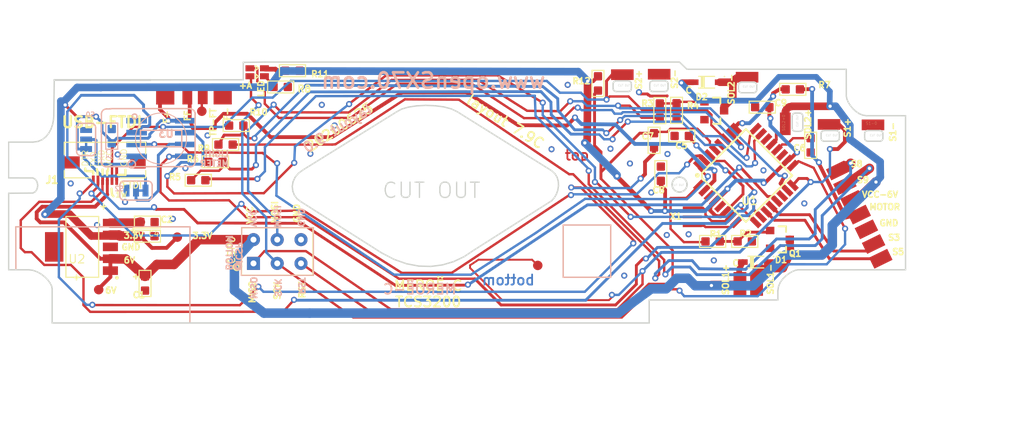
<source format=kicad_pcb>
(kicad_pcb (version 20221018) (generator pcbnew)
  (layers (0 "F.Cu" signal) (31 "B.Cu" signal) (34 "B.Paste" user) (35 "F.Paste" user) (36 "B.SilkS" user "B.Silkscreen") (37 "F.SilkS" user "F.Silkscreen") (38 "B.Mask" user) (39 "F.Mask" user) (44 "Edge.Cuts" user))
  (net 0 "")
  (net 1 "S1")
  (net 2 "LED1")
  (net 3 "S3")
  (net 4 "S5")
  (net 5 "SOL2")
  (net 6 "FF")
  (net 7 "SOL1")
  (net 8 "TXD")
  (net 9 "3.3V")
  (net 10 "GND")
  (net 11 "6V")
  (net 12 "SOL1-")
  (net 13 "N$1")
  (net 14 "N$3")
  (net 15 "S9@2.5V")
  (net 16 "S8@2.5V")
  (net 17 "SOL2-")
  (net 18 "MOTOR-HEADER")
  (net 19 "DTR")
  (net 20 "S8@6V")
  (net 21 "S9@6V")
  (net 22 "N$17")
  (net 23 "N$19")
  (net 24 "N$20")
  (net 25 "N$21")
  (net 26 "N$22")
  (net 27 "N$23")
  (net 28 "N$24")
  (net 29 "N$25")
  (net 30 "RST")
  (net 31 "N$4")
  (net 32 "N$6")
  (net 33 "MOTOR+")
  (net 34 "RXD")
  (net 35 "SDA_S2")
  (net 36 "LM")
  (net 37 "N$5")
  (net 38 "LED2")
  (net 39 "N$10")
  (footprint "openSX70_MEROEC_V7-9C_20200625-TCS3200:C0603" (layer "F.Cu") (at 170.28155 102.993 180)
    (fp_text reference "C8")
    (fp_text value "100nf")
  )
  (footprint "openSX70_MEROEC_V7-9C_20200625-TCS3200:PAD.03X.04" (layer "F.Cu") (at 157.12435 112.7974)
    (fp_text reference "TP4" hide)
    (fp_text value "TEST-POINT3X4" hide)
  )
  (footprint "openSX70_MEROEC_V7-9C_20200625-TCS3200:SX70-SOLENOID1-2" (layer "F.Cu") (at 179.56525 114.903)
    (fp_text reference "SOL1" hide)
    (fp_text value "SX70-SOLENOID1-2PADS" hide)
  )
  (footprint "openSX70_MEROEC_V7-9C_20200625-TCS3200:C0603" (layer "F.Cu") (at 181.12735 95.881 -90)
    (fp_text reference "C9")
    (fp_text value "100nf")
  )
  (footprint "openSX70_MEROEC_V7-9C_20200625-TCS3200:SX70-S-PAD2" (layer "F.Cu") (at 188.25475 97.812)
    (fp_text reference "S1+0" hide)
    (fp_text value "SX70-S-PAD-NEW" hide)
  )
  (footprint "openSX70_MEROEC_V7-9C_20200625-TCS3200:R0603" (layer "F.Cu") (at 130.90095 91.983 -90)
    (fp_text reference "R11")
    (fp_text value "1K 1/10W")
  )
  (footprint "openSX70_MEROEC_V7-9C_20200625-TCS3200:FFA-PAD-PACKAGE" (layer "F.Cu") (at 120.57375 94.611)
    (fp_text reference "U$2" hide)
    (fp_text value "FFA" hide)
  )
  (footprint "openSX70_MEROEC_V7-9C_20200625-TCS3200:LTST-BILED-15X16" (layer "F.Cu") (at 127.12695 92.1472 90)
    (fp_text reference "U$4" hide)
    (fp_text value "LTST-C195KGJRKT" hide)
  )
  (footprint "openSX70_MEROEC_V7-9C_20200625-TCS3200:R0603" (layer "F.Cu") (at 124.89175 97.8495 -90)
    (fp_text reference "R10")
    (fp_text value "10K")
  )
  (footprint "openSX70_MEROEC_V7-9C_20200625-TCS3200:C0603" (layer "F.Cu") (at 115.14005 114.7258 180)
    (fp_text reference "C1")
    (fp_text value "10uf")
  )
  (footprint "openSX70_MEROEC_V7-9C_20200625-TCS3200:R0603" (layer "F.Cu") (at 129.64155 93.722 -90)
    (fp_text reference "R8")
    (fp_text value "1K 1/10W")
  )
  (footprint "openSX70_MEROEC_V7-9C_20200625-TCS3200:R0603" (layer "F.Cu") (at 122.66925 101.723 -90)
    (fp_text reference "R6")
    (fp_text value "10K")
  )
  (footprint "openSX70_MEROEC_V7-9C_20200625-TCS3200:R0603" (layer "F.Cu") (at 175.81875 110.232 90)
    (fp_text reference "R1")
    (fp_text value "100R")
  )
  (footprint "openSX70_MEROEC_V7-9C_20200625-TCS3200:SOT23-3" (layer "F.Cu") (at 175.94575 96.262 -90)
    (fp_text reference "Q2" hide)
    (fp_text value "5.8A/30V/35mΩ")
  )
  (footprint "openSX70_MEROEC_V7-9C_20200625-TCS3200:R0603" (layer "F.Cu") (at 120.82775 103.6915 -90)
    (fp_text reference "R5")
    (fp_text value "15K 1/10W")
  )
  (footprint "openSX70_MEROEC_V7-9C_20200625-TCS3200:R0603" (layer "F.Cu") (at 171.96325 96.2211 180)
    (fp_text reference "R4")
    (fp_text value "100K 1/10W")
  )
  (footprint "openSX70_MEROEC_V7-9C_20200625-TCS3200:SX70-S-PAD2" (layer "F.Cu") (at 192.95375 97.859)
    (fp_text reference "S1-0")
    (fp_text value "SX70-S-PAD-NEW" hide)
  )
  (footprint "openSX70_MEROEC_V7-9C_20200625-TCS3200:SX70-S-PAD2" (layer "F.Cu") (at 170.09375 92.445)
    (fp_text reference "S2-0" hide)
    (fp_text value "SX70-S-PAD-NEW" hide)
  )
  (footprint "openSX70_MEROEC_V7-9C_20200625-TCS3200:SX70-S-PAD2" (layer "F.Cu") (at 179.49175 92.765)
    (fp_text reference "SOL2-0" hide)
    (fp_text value "SX70-S-PAD-NEW" hide)
  )
  (footprint "openSX70_MEROEC_V7-9C_20200625-TCS3200:SODFL2512X100N" (layer "F.Cu") (at 175.18375 93.214)
    (fp_text reference "D2")
    (fp_text value "1N4148WSF")
  )
  (footprint "openSX70_MEROEC_V7-9C_20200625-TCS3200:687106183722" (layer "F.Cu") (at 110.85825 101.7865 180)
    (fp_text reference "J1")
    (fp_text value "687106183722")
  )
  (footprint "openSX70_MEROEC_V7-9C_20200625-TCS3200:SODFL2512X100N" (layer "F.Cu") (at 180.44155 112.4418)
    (fp_text reference "D1")
    (fp_text value "1N4148WSF")
  )
  (footprint "openSX70_MEROEC_V7-9C_20200625-TCS3200:TQFP32-08" (layer "F.Cu") (at 179.37475 103.1835 45)
    (fp_text reference "U1" hide)
    (fp_text value "ATMEGA328P_TQFP")
  )
  (footprint "openSX70_MEROEC_V7-9C_20200625-TCS3200:PAD.03X.04" (layer "F.Cu") (at 121.20875 96.3128)
    (fp_text reference "TP1" hide)
    (fp_text value "TEST-POINT3X4" hide)
  )
  (footprint "openSX70_MEROEC_V7-9C_20200625-TCS3200:C0603" (layer "F.Cu") (at 172.51675 98.9544 -90)
    (fp_text reference "C5")
    (fp_text value "100nf")
  )
  (footprint "openSX70_MEROEC_V7-9C_20200625-TCS3200:SX70-S-PAD2" (layer "F.Cu") (at 183.67175 97.669 90)
    (fp_text reference "SOL2+0")
    (fp_text value "SX70-S-PAD-NEW" hide)
  )
  (footprint "openSX70_MEROEC_V7-9C_20200625-TCS3200:R0603" (layer "F.Cu") (at 163.56325 93.341 180)
    (fp_text reference "R12")
    (fp_text value "10K")
  )
  (footprint "openSX70_MEROEC_V7-9C_20200625-TCS3200:R0603" (layer "F.Cu") (at 170.17115 96.2446 180)
    (fp_text reference "R3")
    (fp_text value "100R")
  )
  (footprint "openSX70_MEROEC_V7-9C_20200625-TCS3200:C0603" (layer "F.Cu") (at 169.55765 99.4243 180)
    (fp_text reference "C7")
    (fp_text value "100nf")
  )
  (footprint "openSX70_MEROEC_V7-9C_20200625-TCS3200:SOT23-3" (layer "F.Cu") (at 182.96885 110.0161 -90)
    (fp_text reference "Q1" hide)
    (fp_text value "5.8A/30V/35mΩ")
  )
  (footprint "openSX70_MEROEC_V7-9C_20200625-TCS3200:C0603" (layer "F.Cu") (at 115.40115 108.1617 -90)
    (fp_text reference "C2")
    (fp_text value "100nf")
  )
  (footprint "openSX70_MEROEC_V7-9C_20200625-TCS3200:R0603" (layer "F.Cu") (at 184.39125 93.976 90)
    (fp_text reference "R7")
    (fp_text value "100R")
  )
  (footprint "openSX70_MEROEC_V7-9C_20200625-TCS3200:C0603" (layer "F.Cu") (at 186.29625 99.9577 180)
    (fp_text reference "C6")
    (fp_text value "100nf")
  )
  (footprint "openSX70_MEROEC_V7-9C_20200625-TCS3200:R0603" (layer "F.Cu") (at 123.74875 99.8815 -90)
    (fp_text reference "R9")
    (fp_text value "15K 1/10W")
  )
  (footprint "openSX70_MEROEC_V7-9C_20200625-TCS3200:SX70-S-PAD2" (layer "F.Cu") (at 166.15675 92.492)
    (fp_text reference "S2+0" hide)
    (fp_text value "SX70-S-PAD-NEW" hide)
  )
  (footprint "openSX70_MEROEC_V7-9C_20200625-TCS3200:PAD.03X.04" (layer "F.Cu") (at 110.18515 115.3882)
    (fp_text reference "TP3" hide)
    (fp_text value "TEST-POINT3X4" hide)
  )
  (footprint "openSX70_MEROEC_V7-9C_20200625-TCS3200:PAD.03X.04" (layer "F.Cu") (at 118.59255 109.7748)
    (fp_text reference "TP2" hide)
    (fp_text value "TEST-POINT3X4" hide)
  )
  (footprint "openSX70_MEROEC_V7-9C_20200625-TCS3200:SOT127P706X180-6N" (layer "F.Cu") (at 108.43255 110.8162 90)
    (fp_text reference "U2")
    (fp_text value "TPS79501DCQ")
  )
  (footprint "openSX70_MEROEC_V7-9C_20200625-TCS3200:C0603" (layer "F.Cu") (at 115.39215 109.6732 -90)
    (fp_text reference "C4")
    (fp_text value "10uf")
  )
  (footprint "openSX70_MEROEC_V7-9C_20200625-TCS3200:R0603" (layer "F.Cu") (at 179.2541 110.232 -90)
    (fp_text reference "R2")
    (fp_text value "100K 1/10W")
  )
  (footprint "openSX70_MEROEC_V7-9C_20200625-TCS3200:H2X3-2.54" (layer "F.Cu") (at 129.27325 111.3115 90)
    (fp_text reference "ICSP0")
    (fp_text value "ICSP")
  )
  (footprint "openSX70_MEROEC_V7-9C_20200625-TCS3200:CFP95P160X100-3N" (layer "F.Cu") (at 173.46925 107.565 -90)
    (fp_text reference "X1" hide)
    (fp_text value "CSTCE8M00G52Z-R0")
  )
  (footprint "openSX70_MEROEC_V7-9C_20200625-TCS3200:SX70-7-PAD-PROPER" (layer "F.Cu") (at 187.62975 102.4342 -64)
    (fp_text reference "U$1" hide)
    (fp_text value "SX70-7-PAD" hide)
  )
  (footprint "openSX70_MEROEC_V7-9C_20200625-TCS3200:SMT-JUMPER_3_1-NC_TRACE_SILK" (layer "B.Cu") (at 114.17295 104.7964)
    (fp_text reference "S2")
    (fp_text value "S2")
  )
  (footprint "openSX70_MEROEC_V7-9C_20200625-TCS3200:SMT-JUMPER_3_1-NC_TRACE_SILK" (layer "B.Cu") (at 108.83895 99.3354 -90)
    (fp_text reference "S0")
    (fp_text value "S0")
  )
  (footprint "openSX70_MEROEC_V7-9C_20200625-TCS3200:SOIC8" (layer "B.Cu") (at 116.83995 99.2338)
    (fp_text reference "U3")
    (fp_text value "TCS3200D")
  )
  (footprint "openSX70_MEROEC_V7-9C_20200625-TCS3200:C0603" (layer "B.Cu") (at 111.58215 98.9798)
    (fp_text reference "C3")
    (fp_text value "100nf")
  )
  (gr_line (start 133.14675 113.8642) (end 125.42515 113.8642) (stroke (width 0.127)) (layer "B.SilkS"))
  (gr_line (start 111.02575 96.067) (end 111.47575 96.067) (stroke (width 0.1524)) (layer "B.SilkS"))
  (gr_line (start 111.00575 102.247) (end 111.70075 102.247) (stroke (width 0.1524)) (layer "B.SilkS"))
  (gr_line (start 164.92215 108.4794) (end 159.84215 108.4794) (stroke (width 0.1524)) (layer "B.SilkS"))
  (gr_line (start 119.94375 108.6727) (end 119.93545 118.8327) (stroke (width 0.1524)) (layer "B.SilkS"))
  (gr_line (start 111.40435 96.0334) (end 120.01495 96.0334) (stroke (width 0.1524)) (layer "B.SilkS"))
  (gr_circle (center 113.71575 101.977) (end 114.117356 101.977) (stroke (width 0.1524)) (fill none) (layer "B.SilkS"))
  (gr_line (start 114.65325 100.1111) (end 119.06845 100.1111) (stroke (width 0.1524)) (layer "B.SilkS"))
  (gr_arc (start 120.49575 101.732) (mid 120.343446 102.099696) (end 119.97575 102.252) (stroke (width 0.1524)) (layer "B.SilkS"))
  (gr_line (start 125.47595 108.7588) (end 133.14675 108.7588) (stroke (width 0.127)) (layer "B.SilkS"))
  (gr_circle (center 114.02055 96.8716) (end 114.279578 96.8716) (stroke (width 0.1524)) (fill none) (layer "B.SilkS"))
  (gr_line (start 133.14675 108.7588) (end 133.14675 113.8642) (stroke (width 0.127)) (layer "B.SilkS"))
  (gr_line (start 120.49075 96.6126) (end 120.49075 101.739) (stroke (width 0.1524)) (layer "B.SilkS"))
  (gr_line (start 101.32355 108.6727) (end 119.94375 108.6727) (stroke (width 0.1524)) (layer "B.SilkS"))
  (gr_line (start 101.33225 113.1867) (end 101.32355 108.6727) (stroke (width 0.1524)) (layer "B.SilkS"))
  (gr_circle (center 116.84575 99.237) (end 119.57575 99.237) (stroke (width 0.1016)) (fill none) (layer "B.SilkS"))
  (gr_line (start 114.65325 98.3503) (end 114.65325 100.1111) (stroke (width 0.1524)) (layer "B.SilkS"))
  (gr_line (start 159.84215 114.0674) (end 164.92215 114.0674) (stroke (width 0.1524)) (layer "B.SilkS"))
  (gr_line (start 119.06845 100.1111) (end 119.06845 98.3503) (stroke (width 0.1524)) (layer "B.SilkS"))
  (gr_line (start 110.47575 101.909) (end 110.47575 101.717) (stroke (width 0.1524)) (layer "B.SilkS"))
  (gr_arc (start 111.00575 102.247) (mid 110.630983 102.091767) (end 110.47575 101.717) (stroke (width 0.1524)) (layer "B.SilkS"))
  (gr_line (start 159.84215 108.4794) (end 159.84215 114.0674) (stroke (width 0.1524)) (layer "B.SilkS"))
  (gr_line (start 110.47575 101.717) (end 110.47575 96.617) (stroke (width 0.1524)) (layer "B.SilkS"))
  (gr_arc (start 110.47575 96.617) (mid 110.636841 96.228091) (end 111.02575 96.067) (stroke (width 0.1524)) (layer "B.SilkS"))
  (gr_line (start 125.42515 113.8642) (end 125.47595 108.7588) (stroke (width 0.127)) (layer "B.SilkS"))
  (gr_arc (start 119.98075 96.082) (mid 120.348446 96.234304) (end 120.50075 96.602) (stroke (width 0.1524)) (layer "B.SilkS"))
  (gr_line (start 164.92215 114.0674) (end 164.92215 108.4794) (stroke (width 0.1524)) (layer "B.SilkS"))
  (gr_line (start 119.94665 102.2381) (end 111.47575 102.2381) (stroke (width 0.1524)) (layer "B.SilkS"))
  (gr_circle (center 125.08225 112.899) (end 125.224237 112.899) (stroke (width 0.3048)) (fill none) (layer "B.SilkS"))
  (gr_line (start 119.06845 98.3503) (end 114.65325 98.3503) (stroke (width 0.1524)) (layer "B.SilkS"))
  (gr_line (start 110.05815 102.7771) (end 110.07085 103.0819) (stroke (width 0.254)) (layer "F.SilkS"))
  (gr_line (start 112.24255 103.12) (end 113.04265 103.12) (stroke (width 0.254)) (layer "F.SilkS"))
  (gr_line (start 111.08685 103.13905) (end 111.08685 102.7136) (stroke (width 0.254)) (layer "F.SilkS"))
  (gr_line (start 108.75005 102.7009) (end 108.75005 102.4469) (stroke (width 0.254)) (layer "F.SilkS"))
  (gr_line (start 109.98195 102.5104) (end 110.05815 102.7771) (stroke (width 0.254)) (layer "F.SilkS"))
  (gr_line (start 111.08685 102.7136) (end 111.18845 102.6501) (stroke (width 0.254)) (layer "F.SilkS"))
  (gr_line (start 120.01495 96.0334) (end 120.06575 96.0842) (stroke (width 0.1524)) (layer "F.SilkS"))
  (gr_line (start 113.04265 103.12) (end 113.04265 102.5739) (stroke (width 0.254)) (layer "F.SilkS"))
  (gr_line (start 111.60755 105.2282) (end 111.75995 105.406) (stroke (width 0.254)) (layer "F.SilkS"))
  (gr_circle (center 124.95525 112.9625) (end 125.097237 112.9625) (stroke (width 0.3048)) (fill none) (layer "F.SilkS"))
  (gr_line (start 110.5979 102.5358) (end 110.5979 103.0819) (stroke (width 0.254)) (layer "F.SilkS"))
  (gr_line (start 109.5946 102.739) (end 108.75005 102.7009) (stroke (width 0.254)) (layer "F.SilkS"))
  (gr_line (start 109.5946 102.739) (end 109.5946 103.0311) (stroke (width 0.254)) (layer "F.SilkS"))
  (gr_line (start 111.55675 104.5932) (end 111.60755 105.2282) (stroke (width 0.254)) (layer "F.SilkS"))
  (gr_line (start 111.18845 102.6501) (end 111.18845 102.4596) (stroke (width 0.254)) (layer "F.SilkS"))
  (gr_line (start 180.48105 94.1916) (end 180.44035 94.2408) (stroke (width 0.1524)) (layer "Edge.Cuts"))
  (gr_line (start 172.26635 91.055) (end 173.07715 91.829) (stroke (width 0.1524)) (layer "Edge.Cuts"))
  (gr_line (start 178.64085 93.342) (end 178.68155 93.2928) (stroke (width 0.1524)) (layer "Edge.Cuts"))
  (gr_line (start 173.067181 104.001332) (end 173.02165 103.85125) (stroke (width 0.1524)) (layer "Edge.Cuts"))
  (gr_line (start 105.20835 115.2969) (end 105.14985 115.0034) (stroke (width 0.1524)) (layer "Edge.Cuts"))
  (gr_line (start 183.05705 114.602) (end 182.86645 115.032) (stroke (width 0.1524)) (layer "Edge.Cuts"))
  (gr_line (start 170.95395 94.11) (end 170.90475 94.1507) (stroke (width 0.1524)) (layer "Edge.Cuts"))
  (gr_line (start 178.68155 93.2928) (end 178.73075 93.2521) (stroke (width 0.1524)) (layer "Edge.Cuts"))
  (gr_line (start 171.61915 103.7101) (end 171.71685 103.5917) (stroke (width 0.1524)) (layer "Edge.Cuts"))
  (gr_line (start 192.27285 98.4025) (end 192.33505 98.3831) (stroke (width 0.1524)) (layer "Edge.Cuts"))
  (gr_line (start 187.74765 98.3763) (end 189.03705 98.3763) (stroke (width 0.1524)) (layer "Edge.Cuts"))
  (gr_line (start 178.78715 94.3122) (end 178.73075 94.2815) (stroke (width 0.1524)) (layer "Edge.Cuts"))
  (gr_line (start 172.28255 103.3574) (end 172.44375 103.3737) (stroke (width 0.1524)) (layer "Edge.Cuts"))
  (gr_line (start 187.47225 99.3727) (end 187.44155 99.3163) (stroke (width 0.1524)) (layer "Edge.Cuts"))
  (gr_line (start 103.63035 103.9896) (end 103.53325 103.7537) (stroke (width 0.1524)) (layer "Edge.Cuts"))
  (gr_line (start 169.24435 93.1212) (end 169.30075 93.0905) (stroke (width 0.1524)) (layer "Edge.Cuts"))
  (gr_line (start 172.28255 104.9574) (end 172.12135 104.9411) (stroke (width 0.1524)) (layer "Edge.Cuts"))
  (gr_line (start 159.20365 103.3956) (end 159.32445 103.8323) (stroke (width 0.1524)) (layer "Edge.Cuts"))
  (gr_line (start 184.32625 96.7778) (end 184.34565 96.7156) (stroke (width 0.1524)) (layer "Edge.Cuts"))
  (gr_line (start 165.23575 94.0607) (end 165.20505 94.0043) (stroke (width 0.1524)) (layer "Edge.Cuts"))
  (gr_line (start 169.42975 93.0643) (end 170.71925 93.0643) (stroke (width 0.1524)) (layer "Edge.Cuts"))
  (gr_line (start 187.56215 98.4333) (end 187.61865 98.4025) (stroke (width 0.1524)) (layer "Edge.Cuts"))
  (gr_line (start 184.03535 113.6273) (end 183.67295 113.8931) (stroke (width 0.1524)) (layer "Edge.Cuts"))
  (gr_line (start 182.86645 115.032) (end 182.79585 115.5036) (stroke (width 0.1524)) (layer "Edge.Cuts"))
  (gr_line (start 132.08195 102.5541) (end 142.05555 96.3671) (stroke (width 0.1524)) (layer "Edge.Cuts"))
  (gr_line (start 169.15445 94.0607) (end 169.12375 94.0043) (stroke (width 0.1524)) (layer "Edge.Cuts"))
  (gr_line (start 180.27245 93.202) (end 180.33465 93.2214) (stroke (width 0.1524)) (layer "Edge.Cuts"))
  (gr_line (start 192.16715 98.4739) (end 192.21635 98.4333) (stroke (width 0.1524)) (layer "Edge.Cuts"))
  (gr_line (start 171.05155 93.8752) (end 171.04475 93.942) (stroke (width 0.1524)) (layer "Edge.Cuts"))
  (gr_line (start 180.51175 94.1351) (end 180.48105 94.1916) (stroke (width 0.1524)) (layer "Edge.Cuts"))
  (gr_line (start 170.90475 93.1212) (end 170.95395 93.1619) (stroke (width 0.1524)) (layer "Edge.Cuts"))
  (gr_line (start 184.46625 98.4094) (end 184.41705 98.3687) (stroke (width 0.1524)) (layer "Edge.Cuts"))
  (gr_line (start 103.63155 104.51) (end 103.66315 104.2495) (stroke (width 0.1524)) (layer "Edge.Cuts"))
  (gr_line (start 169.03695 118.9522) (end 105.20835 118.9522) (stroke (width 0.1524)) (layer "Edge.Cuts"))
  (gr_line (start 170.71925 93.0643) (end 170.78605 93.0711) (stroke (width 0.1524)) (layer "Edge.Cuts"))
  (gr_line (start 170.99465 93.2111) (end 171.02535 93.2676) (stroke (width 0.1524)) (layer "Edge.Cuts"))
  (gr_line (start 165.27645 94.11) (end 165.23575 94.0607) (stroke (width 0.1524)) (layer "Edge.Cuts"))
  (gr_line (start 173.08255 104.1574) (end 173.06625 104.3186) (stroke (width 0.1524)) (layer "Edge.Cuts"))
  (gr_line (start 171.617368 103.712941) (end 171.54345 103.85125) (stroke (width 0.1524)) (layer "Edge.Cuts"))
  (gr_line (start 184.39225 113.4293) (end 184.03535 113.6273) (stroke (width 0.1524)) (layer "Edge.Cuts"))
  (gr_line (start 187.51295 98.4739) (end 187.56215 98.4333) (stroke (width 0.1524)) (layer "Edge.Cuts"))
  (gr_line (start 185.45585 96.7778) (end 185.46265 96.8446) (stroke (width 0.1524)) (layer "Edge.Cuts"))
  (gr_line (start 100.55935 99.6162) (end 103.14725 99.6162) (stroke (width 0.1524)) (layer "Edge.Cuts"))
  (gr_line (start 130.88045 104.3541) (end 130.96035 103.8594) (stroke (width 0.1524)) (layer "Edge.Cuts"))
  (gr_line (start 115.71355 92.972) (end 115.66275 92.9589) (stroke (width 0.1524)) (layer "Edge.Cuts"))
  (gr_line (start 171.48255 104.1574) (end 171.497918 104.313469) (stroke (width 0.1524)) (layer "Edge.Cuts"))
  (gr_line (start 166.86735 94.2008) (end 166.80055 94.2076) (stroke (width 0.1524)) (layer "Edge.Cuts"))
  (gr_line (start 167.10665 93.2676) (end 167.12605 93.3298) (stroke (width 0.1524)) (layer "Edge.Cuts"))
  (gr_line (start 172.44375 103.3737) (end 172.59395 103.4203) (stroke (width 0.1524)) (layer "Edge.Cuts"))
  (gr_line (start 178.84945 93.202) (end 178.91615 93.1952) (stroke (width 0.1524)) (layer "Edge.Cuts"))
  (gr_line (start 169.42975 94.2076) (end 169.36305 94.2008) (stroke (width 0.1524)) (layer "Edge.Cuts"))
  (gr_line (start 173.08255 104.1574) (end 173.067181 104.001332) (stroke (width 0.1524)) (layer "Edge.Cuts"))
  (gr_line (start 187.42215 99.254) (end 187.41535 99.1872) (stroke (width 0.1524)) (layer "Edge.Cuts"))
  (gr_line (start 103.66315 104.2495) (end 103.63035 103.9896) (stroke (width 0.1524)) (layer "Edge.Cuts"))
  (gr_line (start 100.55935 103.4435) (end 100.55935 99.6162) (stroke (width 0.127)) (layer "Edge.Cuts"))
  (gr_line (start 189.34315 99.3163) (end 189.31245 99.3727) (stroke (width 0.1524)) (layer "Edge.Cuts"))
  (gr_line (start 172.44375 104.9411) (end 172.28255 104.9574) (stroke (width 0.1524)) (layer "Edge.Cuts"))
  (gr_line (start 165.17885 93.8752) (end 165.17885 93.3966) (stroke (width 0.1524)) (layer "Edge.Cuts"))
  (gr_line (start 184.37635 96.6591) (end 184.41705 96.6099) (stroke (width 0.1524)) (layer "Edge.Cuts"))
  (gr_line (start 166.80055 94.2076) (end 165.51115 94.2076) (stroke (width 0.1524)) (layer "Edge.Cuts"))
  (gr_line (start 185.43645 98.2631) (end 185.40575 98.3195) (stroke (width 0.1524)) (layer "Edge.Cuts"))
  (gr_line (start 187.44155 99.3163) (end 187.42215 99.254) (stroke (width 0.1524)) (layer "Edge.Cuts"))
  (gr_line (start 165.44435 93.0711) (end 165.51115 93.0643) (stroke (width 0.1524)) (layer "Edge.Cuts"))
  (gr_line (start 140.42845 111.4561) (end 131.78235 105.9712) (stroke (width 0.1524)) (layer "Edge.Cuts"))
  (gr_line (start 169.19515 94.11) (end 169.15445 94.0607) (stroke (width 0.1524)) (layer "Edge.Cuts"))
  (gr_line (start 187.51295 99.422) (end 187.47225 99.3727) (stroke (width 0.1524)) (layer "Edge.Cuts"))
  (gr_line (start 172.727009 104.822582) (end 172.84824 104.723091) (stroke (width 0.1524)) (layer "Edge.Cuts"))
  (gr_line (start 189.36935 98.7086) (end 189.36935 99.1872) (stroke (width 0.1524)) (layer "Edge.Cuts"))
  (gr_line (start 165.38215 93.0905) (end 165.44435 93.0711) (stroke (width 0.1524)) (layer "Edge.Cuts"))
  (gr_line (start 165.17885 93.3966) (end 165.18565 93.3298) (stroke (width 0.1524)) (layer "Edge.Cuts"))
  (gr_line (start 172.126481 104.942032) (end 172.28255 104.9574) (stroke (width 0.1524)) (layer "Edge.Cuts"))
  (gr_line (start 105.25555 97.731) (end 105.35165 97.2519) (stroke (width 0.1524)) (layer "Edge.Cuts"))
  (gr_line (start 169.09755 93.3966) (end 169.10435 93.3298) (stroke (width 0.1524)) (layer "Edge.Cuts"))
  (gr_line (start 105.38295 96.7915) (end 105.43375 92.972) (stroke (width 0.1524)) (layer "Edge.Cuts"))
  (gr_line (start 171.54345 104.46355) (end 171.617368 104.60186) (stroke (width 0.1524)) (layer "Edge.Cuts"))
  (gr_line (start 167.13285 93.3966) (end 167.13285 93.8752) (stroke (width 0.1524)) (layer "Edge.Cuts"))
  (gr_line (start 172.5887 104.8965) (end 172.727009 104.822582) (stroke (width 0.1524)) (layer "Edge.Cuts"))
  (gr_line (start 167.10665 94.0043) (end 167.07595 94.0607) (stroke (width 0.1524)) (layer "Edge.Cuts"))
  (gr_line (start 171.05155 93.3966) (end 171.05155 93.8752) (stroke (width 0.1524)) (layer "Edge.Cuts"))
  (gr_line (start 171.497918 104.001332) (end 171.48255 104.1574) (stroke (width 0.1524)) (layer "Edge.Cuts"))
  (gr_line (start 165.20505 93.2676) (end 165.23575 93.2111) (stroke (width 0.1524)) (layer "Edge.Cuts"))
  (gr_line (start 193.75805 98.3831) (end 193.82035 98.4025) (stroke (width 0.1524)) (layer "Edge.Cuts"))
  (gr_line (start 189.10385 99.5128) (end 189.03705 99.5196) (stroke (width 0.1524)) (layer "Edge.Cuts"))
  (gr_line (start 171.97115 103.4203) (end 172.12135 103.3737) (stroke (width 0.1524)) (layer "Edge.Cuts"))
  (gr_line (start 171.716859 103.59171) (end 171.617368 103.712941) (stroke (width 0.1524)) (layer "Edge.Cuts"))
  (gr_line (start 189.03705 99.5196) (end 187.74765 99.5196) (stroke (width 0.1524)) (layer "Edge.Cuts"))
  (gr_line (start 189.22255 98.4333) (end 189.27175 98.4739) (stroke (width 0.1524)) (layer "Edge.Cuts"))
  (gr_line (start 172.94595 103.7101) (end 173.01965 103.846) (stroke (width 0.1524)) (layer "Edge.Cuts"))
  (gr_line (start 103.37375 104.9395) (end 103.53515 104.7478) (stroke (width 0.1524)) (layer "Edge.Cuts"))
  (gr_line (start 192.06955 99.1872) (end 192.06955 98.7086) (stroke (width 0.1524)) (layer "Edge.Cuts"))
  (gr_line (start 171.83525 104.8208) (end 171.71685 104.7231) (stroke (width 0.1524)) (layer "Edge.Cuts"))
  (gr_line (start 170.78605 93.0711) (end 170.84825 93.0905) (stroke (width 0.1524)) (layer "Edge.Cuts"))
  (gr_line (start 189.34315 98.5796) (end 189.36255 98.6419) (stroke (width 0.1524)) (layer "Edge.Cuts"))
  (gr_line (start 172.438618 103.372769) (end 172.28255 103.3574) (stroke (width 0.1524)) (layer "Edge.Cuts"))
  (gr_line (start 180.39115 94.2815) (end 180.33465 94.3122) (stroke (width 0.1524)) (layer "Edge.Cuts"))
  (gr_line (start 165.32565 94.1507) (end 165.27645 94.11) (stroke (width 0.1524)) (layer "Edge.Cuts"))
  (gr_line (start 172.72985 103.494) (end 172.84825 103.5917) (stroke (width 0.1524)) (layer "Edge.Cuts"))
  (gr_line (start 165.23575 93.2111) (end 165.27645 93.1619) (stroke (width 0.1524)) (layer "Edge.Cuts"))
  (gr_line (start 192.16715 99.422) (end 192.12645 99.3727) (stroke (width 0.1524)) (layer "Edge.Cuts"))
  (gr_line (start 159.26935 104.7447) (end 159.11725 105.1757) (stroke (width 0.1524)) (layer "Edge.Cuts"))
  (gr_line (start 115.66275 92.9589) (end 125.64485 92.9505) (stroke (width 0.1524)) (layer "Edge.Cuts"))
  (gr_line (start 178.73075 94.2815) (end 178.68155 94.2408) (stroke (width 0.1524)) (layer "Edge.Cuts"))
  (gr_line (start 147.87755 96.06) (end 148.51455 96.3671) (stroke (width 0.1524)) (layer "Edge.Cuts"))
  (gr_line (start 185.36505 96.6099) (end 185.40575 96.6591) (stroke (width 0.1524)) (layer "Edge.Cuts"))
  (gr_line (start 166.86735 93.0711) (end 166.92955 93.0905) (stroke (width 0.1524)) (layer "Edge.Cuts"))
  (gr_line (start 169.10435 93.3298) (end 169.12375 93.2676) (stroke (width 0.1524)) (layer "Edge.Cuts"))
  (gr_line (start 178.78715 93.2214) (end 178.84945 93.202) (stroke (width 0.1524)) (layer "Edge.Cuts"))
  (gr_line (start 165.38215 94.1814) (end 165.32565 94.1507) (stroke (width 0.1524)) (layer "Edge.Cuts"))
  (gr_line (start 184.34565 96.7156) (end 184.37635 96.6591) (stroke (width 0.1524)) (layer "Edge.Cuts"))
  (gr_line (start 187.41535 98.7086) (end 187.42215 98.6419) (stroke (width 0.1524)) (layer "Edge.Cuts"))
  (gr_line (start 184.32625 98.2008) (end 184.31945 98.1341) (stroke (width 0.1524)) (layer "Edge.Cuts"))
  (gr_line (start 189.16605 99.4934) (end 189.10385 99.5128) (stroke (width 0.1524)) (layer "Edge.Cuts"))
  (gr_line (start 189.27175 99.422) (end 189.22255 99.4627) (stroke (width 0.1524)) (layer "Edge.Cuts"))
  (gr_line (start 145.14545 95.6892) (end 146.12695 95.7241) (stroke (width 0.1524)) (layer "Edge.Cuts"))
  (gr_line (start 192.21635 98.4333) (end 192.27285 98.4025) (stroke (width 0.1524)) (layer "Edge.Cuts"))
  (gr_line (start 104.85705 98.6466) (end 105.09175 98.2042) (stroke (width 0.1524)) (layer "Edge.Cuts"))
  (gr_line (start 184.52275 98.4401) (end 184.46625 98.4094) (stroke (width 0.1524)) (layer "Edge.Cuts"))
  (gr_line (start 191.12785 96.3277) (end 191.48535 96.5699) (stroke (width 0.1524)) (layer "Edge.Cuts"))
  (gr_line (start 178.91615 94.3384) (end 178.84945 94.3316) (stroke (width 0.1524)) (layer "Edge.Cuts"))
  (gr_line (start 169.12375 93.2676) (end 169.15445 93.2111) (stroke (width 0.1524)) (layer "Edge.Cuts"))
  (gr_line (start 172.94595 104.6047) (end 172.84825 104.7231) (stroke (width 0.1524)) (layer "Edge.Cuts"))
  (gr_line (start 150.34045 111.1365) (end 149.27115 111.8497) (stroke (width 0.1524)) (layer "Edge.Cuts"))
  (gr_line (start 125.64485 91.0907) (end 127.99195 91.055) (stroke (width 0.1524)) (layer "Edge.Cuts"))
  (gr_line (start 171.617368 104.60186) (end 171.716859 104.723091) (stroke (width 0.1524)) (layer "Edge.Cuts"))
  (gr_line (start 171.9764 103.4183) (end 171.83809 103.492219) (stroke (width 0.1524)) (layer "Edge.Cuts"))
  (gr_line (start 193.69135 99.5196) (end 192.40185 99.5196) (stroke (width 0.1524)) (layer "Edge.Cuts"))
  (gr_line (start 131.10585 105.2846) (end 130.93205 104.8375) (stroke (width 0.1524)) (layer "Edge.Cuts"))
  (gr_line (start 189.22255 99.4627) (end 189.16605 99.4934) (stroke (width 0.1524)) (layer "Edge.Cuts"))
  (gr_line (start 103.14725 105.0618) (end 103.37375 104.9395) (stroke (width 0.1524)) (layer "Edge.Cuts"))
  (gr_line (start 184.31945 96.8446) (end 184.32625 96.7778) (stroke (width 0.1524)) (layer "Edge.Cuts"))
  (gr_line (start 178.91615 93.1952) (end 180.20565 93.1952) (stroke (width 0.1524)) (layer "Edge.Cuts"))
  (gr_line (start 187.61865 99.4934) (end 187.56215 99.4627) (stroke (width 0.1524)) (layer "Edge.Cuts"))
  (gr_line (start 167.12605 93.3298) (end 167.13285 93.3966) (stroke (width 0.1524)) (layer "Edge.Cuts"))
  (gr_line (start 173.01965 103.846) (end 173.06625 103.9962) (stroke (width 0.1524)) (layer "Edge.Cuts"))
  (gr_line (start 125.64485 92.9505) (end 125.64485 91.0907) (stroke (width 0.1524)) (layer "Edge.Cuts"))
  (gr_line (start 192.09575 98.5796) (end 192.12645 98.5232) (stroke (width 0.1524)) (layer "Edge.Cuts"))
  (gr_line (start 184.41705 96.6099) (end 184.46625 96.5692) (stroke (width 0.1524)) (layer "Edge.Cuts"))
  (gr_line (start 169.19515 93.1619) (end 169.24435 93.1212) (stroke (width 0.1524)) (layer "Edge.Cuts"))
  (gr_line (start 105.14985 115.0034) (end 104.98545 114.6763) (stroke (width 0.1524)) (layer "Edge.Cuts"))
  (gr_line (start 189.31245 98.5232) (end 189.34315 98.5796) (stroke (width 0.1524)) (layer "Edge.Cuts"))
  (gr_line (start 148.13245 112.3885) (end 146.93475 112.7438) (stroke (width 0.1524)) (layer "Edge.Cuts"))
  (gr_line (start 130.93205 104.8375) (end 130.88045 104.3541) (stroke (width 0.1524)) (layer "Edge.Cuts"))
  (gr_line (start 184.31945 98.1341) (end 184.31945 96.8446) (stroke (width 0.1524)) (layer "Edge.Cuts"))
  (gr_line (start 170.90475 94.1507) (end 170.84825 94.1814) (stroke (width 0.1524)) (layer "Edge.Cuts"))
  (gr_line (start 169.09755 93.8752) (end 169.09755 93.3966) (stroke (width 0.1524)) (layer "Edge.Cuts"))
  (gr_line (start 173.06625 104.3186) (end 173.01965 104.4688) (stroke (width 0.1524)) (layer "Edge.Cuts"))
  (gr_line (start 173.02165 103.85125) (end 172.947731 103.712941) (stroke (width 0.1524)) (layer "Edge.Cuts"))
  (gr_line (start 184.52275 96.5385) (end 184.58495 96.5191) (stroke (width 0.1524)) (layer "Edge.Cuts"))
  (gr_line (start 172.5887 103.4183) (end 172.438618 103.372769) (stroke (width 0.1524)) (layer "Edge.Cuts"))
  (gr_line (start 170.95395 93.1619) (end 170.99465 93.2111) (stroke (width 0.1524)) (layer "Edge.Cuts"))
  (gr_line (start 103.15255 113.321) (end 102.69945 113.2631) (stroke (width 0.1524)) (layer "Edge.Cuts"))
  (gr_line (start 180.51175 93.3985) (end 180.53115 93.4607) (stroke (width 0.1524)) (layer "Edge.Cuts"))
  (gr_line (start 180.44035 93.2928) (end 180.48105 93.342) (stroke (width 0.1524)) (layer "Edge.Cuts"))
  (gr_line (start 192.25575 96.7901) (end 192.32565 96.7887) (stroke (width 0.1524)) (layer "Edge.Cuts"))
  (gr_line (start 180.20565 93.1952) (end 180.27245 93.202) (stroke (width 0.1524)) (layer "Edge.Cuts"))
  (gr_line (start 165.18565 93.942) (end 165.17885 93.8752) (stroke (width 0.1524)) (layer "Edge.Cuts"))
  (gr_line (start 178.73075 93.2521) (end 178.78715 93.2214) (stroke (width 0.1524)) (layer "Edge.Cuts"))
  (gr_line (start 141.76395 112.1521) (end 140.42845 111.4561) (stroke (width 0.1524)) (layer "Edge.Cuts"))
  (gr_line (start 171.83809 104.822582) (end 171.9764 104.8965) (stroke (width 0.1524)) (layer "Edge.Cuts"))
  (gr_line (start 180.53115 93.4607) (end 180.53795 93.5275) (stroke (width 0.1524)) (layer "Edge.Cuts"))
  (gr_line (start 196.44285 113.2631) (end 184.96365 113.2631) (stroke (width 0.1524)) (layer "Edge.Cuts"))
  (gr_line (start 131.39235 105.6708) (end 131.10585 105.2846) (stroke (width 0.1524)) (layer "Edge.Cuts"))
  (gr_line (start 103.53325 103.7537) (end 103.37215 103.5652) (stroke (width 0.1524)) (layer "Edge.Cuts"))
  (gr_line (start 171.61915 104.6047) (end 171.54545 104.4688) (stroke (width 0.1524)) (layer "Edge.Cuts"))
  (gr_line (start 178.61015 94.1351) (end 178.59075 94.0729) (stroke (width 0.1524)) (layer "Edge.Cuts"))
  (gr_line (start 190.11275 94.6937) (end 190.17155 95.0019) (stroke (width 0.1524)) (layer "Edge.Cuts"))
  (gr_line (start 192.12645 98.5232) (end 192.16715 98.4739) (stroke (width 0.1524)) (layer "Edge.Cuts"))
  (gr_line (start 180.27245 94.3316) (end 180.20565 94.3384) (stroke (width 0.1524)) (layer "Edge.Cuts"))
  (gr_line (start 192.12645 99.3727) (end 192.09575 99.3163) (stroke (width 0.1524)) (layer "Edge.Cuts"))
  (gr_line (start 167.07595 93.2111) (end 167.10665 93.2676) (stroke (width 0.1524)) (layer "Edge.Cuts"))
  (gr_line (start 191.86545 96.7316) (end 192.25575 96.7901) (stroke (width 0.1524)) (layer "Edge.Cuts"))
  (gr_line (start 171.83809 103.492219) (end 171.716859 103.59171) (stroke (width 0.1524)) (layer "Edge.Cuts"))
  (gr_line (start 192.40185 99.5196) (end 192.33505 99.5128) (stroke (width 0.1524)) (layer "Edge.Cuts"))
  (gr_line (start 193.92595 98.4739) (end 193.96665 98.5232) (stroke (width 0.1524)) (layer "Edge.Cuts"))
  (gr_line (start 187.47225 98.5232) (end 187.51295 98.4739) (stroke (width 0.1524)) (layer "Edge.Cuts"))
  (gr_line (start 172.59395 104.8945) (end 172.44375 104.9411) (stroke (width 0.1524)) (layer "Edge.Cuts"))
  (gr_line (start 185.45585 98.2008) (end 185.43645 98.2631) (stroke (width 0.1524)) (layer "Edge.Cuts"))
  (gr_line (start 169.24435 94.1507) (end 169.19515 94.11) (stroke (width 0.1524)) (layer "Edge.Cuts"))
  (gr_line (start 185.25935 98.4401) (end 185.19705 98.4595) (stroke (width 0.1524)) (layer "Edge.Cuts"))
  (gr_line (start 169.15445 93.2111) (end 169.19515 93.1619) (stroke (width 0.1524)) (layer "Edge.Cuts"))
  (gr_line (start 172.72985 104.8208) (end 172.59395 104.8945) (stroke (width 0.1524)) (layer "Edge.Cuts"))
  (gr_line (start 171.54545 103.846) (end 171.61915 103.7101) (stroke (width 0.1524)) (layer "Edge.Cuts"))
  (gr_line (start 180.20565 94.3384) (end 178.91615 94.3384) (stroke (width 0.1524)) (layer "Edge.Cuts"))
  (gr_line (start 169.30075 94.1814) (end 169.24435 94.1507) (stroke (width 0.1524)) (layer "Edge.Cuts"))
  (gr_line (start 193.96665 99.3727) (end 193.92595 99.422) (stroke (width 0.1524)) (layer "Edge.Cuts"))
  (gr_line (start 171.49885 103.9962) (end 171.54545 103.846) (stroke (width 0.1524)) (layer "Edge.Cuts"))
  (gr_line (start 193.82035 98.4025) (end 193.87675 98.4333) (stroke (width 0.1524)) (layer "Edge.Cuts"))
  (gr_line (start 187.68085 99.5128) (end 187.61865 99.4934) (stroke (width 0.1524)) (layer "Edge.Cuts"))
  (gr_line (start 184.65175 98.4663) (end 184.58495 98.4595) (stroke (width 0.1524)) (layer "Edge.Cuts"))
  (gr_line (start 173.01965 104.4688) (end 172.94595 104.6047) (stroke (width 0.1524)) (layer "Edge.Cuts"))
  (gr_line (start 184.71215 113.3058) (end 184.39225 113.4293) (stroke (width 0.1524)) (layer "Edge.Cuts"))
  (gr_line (start 192.33505 98.3831) (end 192.40185 98.3763) (stroke (width 0.1524)) (layer "Edge.Cuts"))
  (gr_line (start 180.53115 94.0729) (end 180.51175 94.1351) (stroke (width 0.1524)) (layer "Edge.Cuts"))
  (gr_line (start 187.61865 98.4025) (end 187.68085 98.3831) (stroke (width 0.1524)) (layer "Edge.Cuts"))
  (gr_line (start 189.27175 98.4739) (end 189.31245 98.5232) (stroke (width 0.1524)) (layer "Edge.Cuts"))
  (gr_line (start 189.10385 98.3831) (end 189.16605 98.4025) (stroke (width 0.1524)) (layer "Edge.Cuts"))
  (gr_line (start 193.69135 98.3763) (end 193.75805 98.3831) (stroke (width 0.1524)) (layer "Edge.Cuts"))
  (gr_line (start 187.41535 99.1872) (end 187.41535 98.7086) (stroke (width 0.1524)) (layer "Edge.Cuts"))
  (gr_line (start 189.31245 99.3727) (end 189.27175 99.422) (stroke (width 0.1524)) (layer "Edge.Cuts"))
  (gr_line (start 184.37635 98.3195) (end 184.34565 98.2631) (stroke (width 0.1524)) (layer "Edge.Cuts"))
  (gr_line (start 178.64085 94.1916) (end 178.61015 94.1351) (stroke (width 0.1524)) (layer "Edge.Cuts"))
  (gr_line (start 173.07715 91.829) (end 190.10675 91.829) (stroke (width 0.1524)) (layer "Edge.Cuts"))
  (gr_line (start 172.84825 103.5917) (end 172.94595 103.7101) (stroke (width 0.1524)) (layer "Edge.Cuts"))
  (gr_line (start 172.59395 103.4203) (end 172.72985 103.494) (stroke (width 0.1524)) (layer "Edge.Cuts"))
  (gr_line (start 103.53515 104.7478) (end 103.63155 104.51) (stroke (width 0.1524)) (layer "Edge.Cuts"))
  (gr_line (start 100.55935 105.0818) (end 103.14725 105.0618) (stroke (width 0.1524)) (layer "Edge.Cuts"))
  (gr_line (start 170.71925 94.2076) (end 169.42975 94.2076) (stroke (width 0.1524)) (layer "Edge.Cuts"))
  (gr_line (start 172.28255 104.9574) (end 172.438618 104.942032) (stroke (width 0.1524)) (layer "Edge.Cuts"))
  (gr_line (start 159.34235 104.2895) (end 159.26935 104.7447) (stroke (width 0.1524)) (layer "Edge.Cuts"))
  (gr_line (start 185.31575 98.4094) (end 185.25935 98.4401) (stroke (width 0.1524)) (layer "Edge.Cuts"))
  (gr_line (start 184.58495 98.4595) (end 184.52275 98.4401) (stroke (width 0.1524)) (layer "Edge.Cuts"))
  (gr_line (start 104.54835 99.0338) (end 104.85705 98.6466) (stroke (width 0.1524)) (layer "Edge.Cuts"))
  (gr_line (start 178.68155 94.2408) (end 178.64085 94.1916) (stroke (width 0.1524)) (layer "Edge.Cuts"))
  (gr_line (start 194.01675 99.254) (end 193.99735 99.3163) (stroke (width 0.1524)) (layer "Edge.Cuts"))
  (gr_line (start 166.92955 94.1814) (end 166.86735 94.2008) (stroke (width 0.1524)) (layer "Edge.Cuts"))
  (gr_line (start 192.33505 99.5128) (end 192.27285 99.4934) (stroke (width 0.1524)) (layer "Edge.Cuts"))
  (gr_line (start 190.80535 96.0272) (end 191.12785 96.3277) (stroke (width 0.1524)) (layer "Edge.Cuts"))
  (gr_line (start 184.34565 98.2631) (end 184.32625 98.2008) (stroke (width 0.1524)) (layer "Edge.Cuts"))
  (gr_line (start 178.84945 94.3316) (end 178.78715 94.3122) (stroke (width 0.1524)) (layer "Edge.Cuts"))
  (gr_line (start 105.20835 118.9522) (end 105.20835 115.2969) (stroke (width 0.1524)) (layer "Edge.Cuts"))
  (gr_line (start 172.84824 104.723091) (end 172.947731 104.60186) (stroke (width 0.1524)) (layer "Edge.Cuts"))
  (gr_line (start 192.07635 98.6419) (end 192.09575 98.5796) (stroke (width 0.1524)) (layer "Edge.Cuts"))
  (gr_line (start 191.48535 96.5699) (end 191.86545 96.7316) (stroke (width 0.1524)) (layer "Edge.Cuts"))
  (gr_line (start 169.03695 116.4925) (end 169.03695 118.9522) (stroke (width 0.1524)) (layer "Edge.Cuts"))
  (gr_line (start 190.10675 91.829) (end 190.11275 94.6937) (stroke (width 0.1524)) (layer "Edge.Cuts"))
  (gr_line (start 169.10435 93.942) (end 169.09755 93.8752) (stroke (width 0.1524)) (layer "Edge.Cuts"))
  (gr_line (start 172.438618 104.942032) (end 172.5887 104.8965) (stroke (width 0.1524)) (layer "Edge.Cuts"))
  (gr_line (start 104.73165 114.3379) (end 104.40485 114.0108) (stroke (width 0.1524)) (layer "Edge.Cuts"))
  (gr_line (start 192.07635 99.254) (end 192.06955 99.1872) (stroke (width 0.1524)) (layer "Edge.Cuts"))
  (gr_line (start 169.36305 94.2008) (end 169.30075 94.1814) (stroke (width 0.1524)) (layer "Edge.Cuts"))
  (gr_line (start 193.87675 98.4333) (end 193.92595 98.4739) (stroke (width 0.1524)) (layer "Edge.Cuts"))
  (gr_line (start 183.33635 114.2202) (end 183.05705 114.602) (stroke (width 0.1524)) (layer "Edge.Cuts"))
  (gr_line (start 193.82035 99.4934) (end 193.75805 99.5128) (stroke (width 0.1524)) (layer "Edge.Cuts"))
  (gr_line (start 187.44155 98.5796) (end 187.47225 98.5232) (stroke (width 0.1524)) (layer "Edge.Cuts"))
  (gr_line (start 170.84825 93.0905) (end 170.90475 93.1212) (stroke (width 0.1524)) (layer "Edge.Cuts"))
  (gr_line (start 180.53795 94.0061) (end 180.53115 94.0729) (stroke (width 0.1524)) (layer "Edge.Cuts"))
  (gr_line (start 167.03525 93.1619) (end 167.07595 93.2111) (stroke (width 0.1524)) (layer "Edge.Cuts"))
  (gr_line (start 100.55935 113.2631) (end 100.55935 105.0818) (stroke (width 0.1524)) (layer "Edge.Cuts"))
  (gr_line (start 189.36255 99.254) (end 189.34315 99.3163) (stroke (width 0.1524)) (layer "Edge.Cuts"))
  (gr_line (start 172.12135 104.9411) (end 171.97115 104.8945) (stroke (width 0.1524)) (layer "Edge.Cuts"))
  (gr_line (start 170.99465 94.0607) (end 170.95395 94.11) (stroke (width 0.1524)) (layer "Edge.Cuts"))
  (gr_line (start 180.48105 93.342) (end 180.51175 93.3985) (stroke (width 0.1524)) (layer "Edge.Cuts"))
  (gr_line (start 102.69945 113.2631) (end 100.55935 113.2631) (stroke (width 0.1524)) (layer "Edge.Cuts"))
  (gr_line (start 167.03525 94.11) (end 166.98605 94.1507) (stroke (width 0.1524)) (layer "Edge.Cuts"))
  (gr_line (start 192.06955 98.7086) (end 192.07635 98.6419) (stroke (width 0.1524)) (layer "Edge.Cuts"))
  (gr_line (start 185.25935 96.5385) (end 185.31575 96.5692) (stroke (width 0.1524)) (layer "Edge.Cuts"))
  (gr_line (start 180.39115 93.2521) (end 180.44035 93.2928) (stroke (width 0.1524)) (layer "Edge.Cuts"))
  (gr_line (start 171.71685 104.7231) (end 171.61915 104.6047) (stroke (width 0.1524)) (layer "Edge.Cuts"))
  (gr_line (start 185.46265 98.1341) (end 185.45585 98.2008) (stroke (width 0.1524)) (layer "Edge.Cuts"))
  (gr_line (start 173.067181 104.313469) (end 173.08255 104.1574) (stroke (width 0.1524)) (layer "Edge.Cuts"))
  (gr_line (start 167.12605 93.942) (end 167.10665 94.0043) (stroke (width 0.1524)) (layer "Edge.Cuts"))
  (gr_line (start 182.79585 115.5036) (end 182.79585 116.4925) (stroke (width 0.1524)) (layer "Edge.Cuts"))
  (gr_line (start 167.07595 94.0607) (end 167.03525 94.11) (stroke (width 0.1524)) (layer "Edge.Cuts"))
  (gr_line (start 158.96845 103.0015) (end 159.20365 103.3956) (stroke (width 0.1524)) (layer "Edge.Cuts"))
  (gr_line (start 192.09575 99.3163) (end 192.07635 99.254) (stroke (width 0.1524)) (layer "Edge.Cuts"))
  (gr_line (start 196.44285 96.7915) (end 196.44285 113.2631) (stroke (width 0.1524)) (layer "Edge.Cuts"))
  (gr_line (start 184.96365 113.2631) (end 184.71215 113.3058) (stroke (width 0.1524)) (layer "Edge.Cuts"))
  (gr_line (start 158.89765 105.5601) (end 158.62245 105.8757) (stroke (width 0.1524)) (layer "Edge.Cuts"))
  (gr_line (start 165.20505 94.0043) (end 165.18565 93.942) (stroke (width 0.1524)) (layer "Edge.Cuts"))
  (gr_line (start 185.36505 98.3687) (end 185.31575 98.4094) (stroke (width 0.1524)) (layer "Edge.Cuts"))
  (gr_line (start 104.40485 114.0108) (end 104.02175 113.7173) (stroke (width 0.1524)) (layer "Edge.Cuts"))
  (gr_line (start 171.497918 104.313469) (end 171.54345 104.46355) (stroke (width 0.1524)) (layer "Edge.Cuts"))
  (gr_line (start 142.05555 96.3671) (end 142.57035 96.081) (stroke (width 0.1524)) (layer "Edge.Cuts"))
  (gr_line (start 180.33465 93.2214) (end 180.39115 93.2521) (stroke (width 0.1524)) (layer "Edge.Cuts"))
  (gr_line (start 143.09275 112.6199) (end 141.76395 112.1521) (stroke (width 0.1524)) (layer "Edge.Cuts"))
  (gr_line (start 103.37215 103.5652) (end 103.14725 103.4473) (stroke (width 0.1524)) (layer "Edge.Cuts"))
  (gr_line (start 172.727009 103.492219) (end 172.5887 103.4183) (stroke (width 0.1524)) (layer "Edge.Cuts"))
  (gr_line (start 190.31485 95.3419) (end 190.53025 95.6911) (stroke (width 0.1524)) (layer "Edge.Cuts"))
  (gr_line (start 187.74765 99.5196) (end 187.68085 99.5128) (stroke (width 0.1524)) (layer "Edge.Cuts"))
  (gr_line (start 187.42215 98.6419) (end 187.44155 98.5796) (stroke (width 0.1524)) (layer "Edge.Cuts"))
  (gr_line (start 171.02535 93.2676) (end 171.04475 93.3298) (stroke (width 0.1524)) (layer "Edge.Cuts"))
  (gr_line (start 131.78235 105.9712) (end 131.39235 105.6708) (stroke (width 0.1524)) (layer "Edge.Cuts"))
  (gr_line (start 145.68865 112.9068) (end 144.40445 112.8685) (stroke (width 0.1524)) (layer "Edge.Cuts"))
  (gr_line (start 193.99735 99.3163) (end 193.96665 99.3727) (stroke (width 0.1524)) (layer "Edge.Cuts"))
  (gr_line (start 173.02165 104.46355) (end 173.067181 104.313469) (stroke (width 0.1524)) (layer "Edge.Cuts"))
  (gr_line (start 167.13285 93.8752) (end 167.12605 93.942) (stroke (width 0.1524)) (layer "Edge.Cuts"))
  (gr_line (start 184.58495 96.5191) (end 184.65175 96.5123) (stroke (width 0.1524)) (layer "Edge.Cuts"))
  (gr_line (start 169.30075 93.0905) (end 169.36305 93.0711) (stroke (width 0.1524)) (layer "Edge.Cuts"))
  (gr_line (start 170.84825 94.1814) (end 170.78605 94.2008) (stroke (width 0.1524)) (layer "Edge.Cuts"))
  (gr_line (start 185.19705 98.4595) (end 185.13025 98.4663) (stroke (width 0.1524)) (layer "Edge.Cuts"))
  (gr_line (start 192.27285 99.4934) (end 192.21635 99.4627) (stroke (width 0.1524)) (layer "Edge.Cuts"))
  (gr_line (start 189.16605 98.4025) (end 189.22255 98.4333) (stroke (width 0.1524)) (layer "Edge.Cuts"))
  (gr_line (start 171.716859 104.723091) (end 171.83809 104.822582) (stroke (width 0.1524)) (layer "Edge.Cuts"))
  (gr_line (start 172.84825 104.7231) (end 172.72985 104.8208) (stroke (width 0.1524)) (layer "Edge.Cuts"))
  (gr_line (start 166.80055 93.0643) (end 166.86735 93.0711) (stroke (width 0.1524)) (layer "Edge.Cuts"))
  (gr_line (start 104.02175 113.7173) (end 103.59885 113.4799) (stroke (width 0.1524)) (layer "Edge.Cuts"))
  (gr_line (start 130.96035 103.8594) (end 131.18095 103.3779) (stroke (width 0.1524)) (layer "Edge.Cuts"))
  (gr_line (start 185.40575 98.3195) (end 185.36505 98.3687) (stroke (width 0.1524)) (layer "Edge.Cuts"))
  (gr_line (start 171.97115 104.8945) (end 171.83525 104.8208) (stroke (width 0.1524)) (layer "Edge.Cuts"))
  (gr_line (start 149.27115 111.8497) (end 148.13245 112.3885) (stroke (width 0.1524)) (layer "Edge.Cuts"))
  (gr_line (start 103.14725 99.6162) (end 103.69655 99.5433) (stroke (width 0.1524)) (layer "Edge.Cuts"))
  (gr_line (start 178.59075 93.4607) (end 178.61015 93.3985) (stroke (width 0.1524)) (layer "Edge.Cuts"))
  (gr_line (start 171.48255 104.1574) (end 171.49885 103.9962) (stroke (width 0.1524)) (layer "Edge.Cuts"))
  (gr_line (start 169.12375 94.0043) (end 169.10435 93.942) (stroke (width 0.1524)) (layer "Edge.Cuts"))
  (gr_line (start 171.71685 103.5917) (end 171.83525 103.494) (stroke (width 0.1524)) (layer "Edge.Cuts"))
  (gr_line (start 185.13025 96.5123) (end 185.19705 96.5191) (stroke (width 0.1524)) (layer "Edge.Cuts"))
  (gr_line (start 194.01675 98.6419) (end 194.02355 98.7086) (stroke (width 0.1524)) (layer "Edge.Cuts"))
  (gr_line (start 159.11725 105.1757) (end 158.89765 105.5601) (stroke (width 0.1524)) (layer "Edge.Cuts"))
  (gr_line (start 166.92955 93.0905) (end 166.98605 93.1212) (stroke (width 0.1524)) (layer "Edge.Cuts"))
  (gr_line (start 178.61015 93.3985) (end 178.64085 93.342) (stroke (width 0.1524)) (layer "Edge.Cuts"))
  (gr_line (start 144.18145 95.739) (end 145.14545 95.6892) (stroke (width 0.1524)) (layer "Edge.Cuts"))
  (gr_line (start 165.44435 94.2008) (end 165.38215 94.1814) (stroke (width 0.1524)) (layer "Edge.Cuts"))
  (gr_line (start 180.53795 93.5275) (end 180.53795 94.0061) (stroke (width 0.1524)) (layer "Edge.Cuts"))
  (gr_line (start 194.02355 99.1872) (end 194.01675 99.254) (stroke (width 0.1524)) (layer "Edge.Cuts"))
  (gr_line (start 165.51115 94.2076) (end 165.44435 94.2008) (stroke (width 0.1524)) (layer "Edge.Cuts"))
  (gr_line (start 158.62245 105.8757) (end 150.34045 111.1365) (stroke (width 0.1524)) (layer "Edge.Cuts"))
  (gr_line (start 105.09175 98.2042) (end 105.25555 97.731) (stroke (width 0.1524)) (layer "Edge.Cuts"))
  (gr_line (start 172.12135 103.3737) (end 172.28255 103.3574) (stroke (width 0.1524)) (layer "Edge.Cuts"))
  (gr_line (start 143.30105 95.8706) (end 144.18145 95.739) (stroke (width 0.1524)) (layer "Edge.Cuts"))
  (gr_line (start 172.947731 104.60186) (end 173.02165 104.46355) (stroke (width 0.1524)) (layer "Edge.Cuts"))
  (gr_line (start 180.44035 94.2408) (end 180.39115 94.2815) (stroke (width 0.1524)) (layer "Edge.Cuts"))
  (gr_line (start 171.54345 103.85125) (end 171.497918 104.001332) (stroke (width 0.1524)) (layer "Edge.Cuts"))
  (gr_line (start 190.17155 95.0019) (end 190.31485 95.3419) (stroke (width 0.1524)) (layer "Edge.Cuts"))
  (gr_line (start 103.69655 99.5433) (end 104.16255 99.3409) (stroke (width 0.1524)) (layer "Edge.Cuts"))
  (gr_line (start 180.33465 94.3122) (end 180.27245 94.3316) (stroke (width 0.1524)) (layer "Edge.Cuts"))
  (gr_line (start 173.06625 103.9962) (end 173.08255 104.1574) (stroke (width 0.1524)) (layer "Edge.Cuts"))
  (gr_line (start 165.27645 93.1619) (end 165.32565 93.1212) (stroke (width 0.1524)) (layer "Edge.Cuts"))
  (gr_line (start 189.36935 99.1872) (end 189.36255 99.254) (stroke (width 0.1524)) (layer "Edge.Cuts"))
  (gr_line (start 105.35165 97.2519) (end 105.38295 96.7915) (stroke (width 0.1524)) (layer "Edge.Cuts"))
  (gr_line (start 178.59075 94.0729) (end 178.58395 94.0061) (stroke (width 0.1524)) (layer "Edge.Cuts"))
  (gr_line (start 171.49885 104.3186) (end 171.48255 104.1574) (stroke (width 0.1524)) (layer "Edge.Cuts"))
  (gr_line (start 146.93475 112.7438) (end 145.68865 112.9068) (stroke (width 0.1524)) (layer "Edge.Cuts"))
  (gr_line (start 172.126481 103.372769) (end 171.9764 103.4183) (stroke (width 0.1524)) (layer "Edge.Cuts"))
  (gr_line (start 192.32565 96.7887) (end 196.44285 96.7915) (stroke (width 0.1524)) (layer "Edge.Cuts"))
  (gr_line (start 170.78605 94.2008) (end 170.71925 94.2076) (stroke (width 0.1524)) (layer "Edge.Cuts"))
  (gr_line (start 103.14725 103.4473) (end 100.55935 103.4435) (stroke (width 0.1524)) (layer "Edge.Cuts"))
  (gr_line (start 184.65175 96.5123) (end 185.13025 96.5123) (stroke (width 0.1524)) (layer "Edge.Cuts"))
  (gr_line (start 187.68085 98.3831) (end 187.74765 98.3763) (stroke (width 0.1524)) (layer "Edge.Cuts"))
  (gr_line (start 185.19705 96.5191) (end 185.25935 96.5385) (stroke (width 0.1524)) (layer "Edge.Cuts"))
  (gr_line (start 131.18095 103.3779) (end 131.55175 102.9346) (stroke (width 0.1524)) (layer "Edge.Cuts"))
  (gr_line (start 171.9764 104.8965) (end 172.126481 104.942032) (stroke (width 0.1524)) (layer "Edge.Cuts"))
  (gr_line (start 147.05965 95.8467) (end 147.87755 96.06) (stroke (width 0.1524)) (layer "Edge.Cuts"))
  (gr_line (start 185.43645 96.7156) (end 185.45585 96.7778) (stroke (width 0.1524)) (layer "Edge.Cuts"))
  (gr_line (start 185.46265 96.8446) (end 185.46265 98.1341) (stroke (width 0.1524)) (layer "Edge.Cuts"))
  (gr_line (start 194.02355 98.7086) (end 194.02355 99.1872) (stroke (width 0.1524)) (layer "Edge.Cuts"))
  (gr_line (start 185.13025 98.4663) (end 184.65175 98.4663) (stroke (width 0.1524)) (layer "Edge.Cuts"))
  (gr_line (start 148.51455 96.3671) (end 158.60685 102.6724) (stroke (width 0.1524)) (layer "Edge.Cuts"))
  (gr_line (start 193.75805 99.5128) (end 193.69135 99.5196) (stroke (width 0.1524)) (layer "Edge.Cuts"))
  (gr_line (start 105.43375 92.972) (end 115.71355 92.972) (stroke (width 0.2032)) (layer "Edge.Cuts"))
  (gr_line (start 171.83525 103.494) (end 171.97115 103.4203) (stroke (width 0.1524)) (layer "Edge.Cuts"))
  (gr_line (start 185.40575 96.6591) (end 185.43645 96.7156) (stroke (width 0.1524)) (layer "Edge.Cuts"))
  (gr_line (start 192.40185 98.3763) (end 193.69135 98.3763) (stroke (width 0.1524)) (layer "Edge.Cuts"))
  (gr_line (start 172.28255 103.3574) (end 172.126481 103.372769) (stroke (width 0.1524)) (layer "Edge.Cuts"))
  (gr_line (start 171.02535 94.0043) (end 170.99465 94.0607) (stroke (width 0.1524)) (layer "Edge.Cuts"))
  (gr_line (start 193.92595 99.422) (end 193.87675 99.4627) (stroke (width 0.1524)) (layer "Edge.Cuts"))
  (gr_line (start 189.36255 98.6419) (end 189.36935 98.7086) (stroke (width 0.1524)) (layer "Edge.Cuts"))
  (gr_line (start 190.53025 95.6911) (end 190.80535 96.0272) (stroke (width 0.1524)) (layer "Edge.Cuts"))
  (gr_line (start 142.57035 96.081) (end 143.30105 95.8706) (stroke (width 0.1524)) (layer "Edge.Cuts"))
  (gr_line (start 193.99735 98.5796) (end 194.01675 98.6419) (stroke (width 0.1524)) (layer "Edge.Cuts"))
  (gr_line (start 144.40445 112.8685) (end 143.09275 112.6199) (stroke (width 0.1524)) (layer "Edge.Cuts"))
  (gr_line (start 184.41705 98.3687) (end 184.37635 98.3195) (stroke (width 0.1524)) (layer "Edge.Cuts"))
  (gr_line (start 192.21635 99.4627) (end 192.16715 99.422) (stroke (width 0.1524)) (layer "Edge.Cuts"))
  (gr_line (start 178.58395 93.5275) (end 178.59075 93.4607) (stroke (width 0.1524)) (layer "Edge.Cuts"))
  (gr_line (start 127.99195 91.055) (end 172.26635 91.055) (stroke (width 0.1524)) (layer "Edge.Cuts"))
  (gr_line (start 171.54545 104.4688) (end 171.49885 104.3186) (stroke (width 0.1524)) (layer "Edge.Cuts"))
  (gr_line (start 104.16255 99.3409) (end 104.54835 99.0338) (stroke (width 0.1524)) (layer "Edge.Cuts"))
  (gr_line (start 158.60685 102.6724) (end 158.96845 103.0015) (stroke (width 0.1524)) (layer "Edge.Cuts"))
  (gr_line (start 193.87675 99.4627) (end 193.82035 99.4934) (stroke (width 0.1524)) (layer "Edge.Cuts"))
  (gr_line (start 171.04475 93.942) (end 171.02535 94.0043) (stroke (width 0.1524)) (layer "Edge.Cuts"))
  (gr_line (start 171.04475 93.3298) (end 171.05155 93.3966) (stroke (width 0.1524)) (layer "Edge.Cuts"))
  (gr_line (start 187.56215 99.4627) (end 187.51295 99.422) (stroke (width 0.1524)) (layer "Edge.Cuts"))
  (gr_line (start 165.51115 93.0643) (end 166.80055 93.0643) (stroke (width 0.1524)) (layer "Edge.Cuts"))
  (gr_line (start 131.55175 102.9346) (end 132.08195 102.5541) (stroke (width 0.1524)) (layer "Edge.Cuts"))
  (gr_line (start 169.36305 93.0711) (end 169.42975 93.0643) (stroke (width 0.1524)) (layer "Edge.Cuts"))
  (gr_line (start 165.32565 93.1212) (end 165.38215 93.0905) (stroke (width 0.1524)) (layer "Edge.Cuts"))
  (gr_line (start 172.84824 103.59171) (end 172.727009 103.492219) (stroke (width 0.1524)) (layer "Edge.Cuts"))
  (gr_line (start 104.98545 114.6763) (end 104.73165 114.3379) (stroke (width 0.1524)) (layer "Edge.Cuts"))
  (gr_line (start 172.947731 103.712941) (end 172.84824 103.59171) (stroke (width 0.1524)) (layer "Edge.Cuts"))
  (gr_line (start 166.98605 93.1212) (end 167.03525 93.1619) (stroke (width 0.1524)) (layer "Edge.Cuts"))
  (gr_line (start 193.96665 98.5232) (end 193.99735 98.5796) (stroke (width 0.1524)) (layer "Edge.Cuts"))
  (gr_line (start 182.79585 116.4925) (end 169.03695 116.4925) (stroke (width 0.1524)) (layer "Edge.Cuts"))
  (gr_line (start 184.46625 96.5692) (end 184.52275 96.5385) (stroke (width 0.1524)) (layer "Edge.Cuts"))
  (gr_line (start 165.18565 93.3298) (end 165.20505 93.2676) (stroke (width 0.1524)) (layer "Edge.Cuts"))
  (gr_line (start 189.03705 98.3763) (end 189.10385 98.3831) (stroke (width 0.1524)) (layer "Edge.Cuts"))
  (gr_line (start 178.58395 94.0061) (end 178.58395 93.5275) (stroke (width 0.1524)) (layer "Edge.Cuts"))
  (gr_line (start 185.31575 96.5692) (end 185.36505 96.6099) (stroke (width 0.1524)) (layer "Edge.Cuts"))
  (gr_line (start 103.59885 113.4799) (end 103.15255 113.321) (stroke (width 0.1524)) (layer "Edge.Cuts"))
  (gr_line (start 159.32445 103.8323) (end 159.34235 104.2895) (stroke (width 0.1524)) (layer "Edge.Cuts"))
  (gr_line (start 166.98605 94.1507) (end 166.92955 94.1814) (stroke (width 0.1524)) (layer "Edge.Cuts"))
  (gr_line (start 183.67295 113.8931) (end 183.33635 114.2202) (stroke (width 0.1524)) (layer "Edge.Cuts"))
  (gr_line (start 146.12695 95.7241) (end 147.05965 95.8467) (stroke (width 0.1524)) (layer "Edge.Cuts"))
  (gr_text "top" (at 159.90925 101.6423) (layer "F.Cu") (effects (font (size 1.0795 1.0795) (thickness 0.1905)) (justify left bottom)))
  (gr_text "bottom" (at 156.90315 114.989) (layer "B.Cu") (effects (font (size 1.0795 1.0795) (thickness 0.1905)) (justify left bottom mirror)))
  (gr_text "MISO" (at 127.11425 113.915 -90) (layer "B.SilkS") (effects (font (size 0.65024 0.65024) (thickness 0.16256)) (justify right top mirror)))
  (gr_text "LIGHT\nMETER" (at 124.19325 102.2945) (layer "B.SilkS") (effects (font (size 0.65024 0.65024) (thickness 0.16256)) (justify left bottom mirror)))
  (gr_text "www.openSX70.com" (at 158.10225 94.00775) (layer "B.SilkS") (effects (font (size 1.64084 1.64084) (thickness 0.28956)) (justify left bottom mirror)))
  (gr_text "MOSI" (at 128.89225 108.835 -90) (layer "B.SilkS") (effects (font (size 0.65024 0.65024) (thickness 0.16256)) (justify left bottom mirror)))
  (gr_text "1" (at 112.82675 101.5198) (layer "B.SilkS") (effects (font (size 0.747776 0.747776) (thickness 0.065024)) (justify left bottom mirror)))
  (gr_text "GND" (at 131.43225 108.7715 -90) (layer "B.SilkS") (effects (font (size 0.65024 0.65024) (thickness 0.16256)) (justify left bottom mirror)))
  (gr_text "SCK" (at 129.71775 114.1055 -90) (layer "B.SilkS") (effects (font (size 0.65024 0.65024) (thickness 0.16256)) (justify right top mirror)))
  (gr_text "VCC" (at 126.28875 108.7715 -90) (layer "B.SilkS") (effects (font (size 0.65024 0.65024) (thickness 0.16256)) (justify left bottom mirror)))
  (gr_text "ICSP\nBOTTOM" (at 124.63775 111.4385 -90) (layer "B.SilkS") (effects (font (size 0.65024 0.65024) (thickness 0.16256)) (justify mirror)))
  (gr_text "layout 9.0" (at 139.68725 96.42075 -328) (layer "B.SilkS") (effects (font (size 1.0795 1.0795) (thickness 0.1905)) (justify left bottom mirror)))
  (gr_text "RST" (at 132.25775 113.9785 -90) (layer "B.SilkS") (effects (font (size 0.65024 0.65024) (thickness 0.16256)) (justify right top mirror)))
  (gr_text "MEROË-C" (at 148.54905 115.96675) (layer "B.SilkS") (effects (font (size 1.0795 1.0795) (thickness 0.1905)) (justify left bottom mirror)))
  (gr_text "GND" (at 131.74975 108.327 90) (layer "F.SilkS") (effects (font (size 0.65024 0.65024) (thickness 0.16256)) (justify left bottom)))
  (gr_text "TXD" (at 110.0264 102.3834 90) (layer "F.SilkS") (effects (font (size 0.64008 0.64008) (thickness 0.07112)) (justify left bottom)))
  (gr_text "FTDI" (at 112.6045 104.61225) (layer "F.SilkS") (effects (font (size 0.69088 0.69088) (thickness 0.12192)) (justify left bottom)))
  (gr_text "S8" (at 190.48725 102.32625) (layer "F.SilkS") (effects (font (size 0.65024 0.65024) (thickness 0.16256)) (justify left bottom)))
  (gr_text "MEROË C\nTCS3200" (at 145.41305 115.83265) (layer "F.SilkS") (effects (font (size 1.0795 1.0795) (thickness 0.1905))))
  (gr_text "VCC-6V" (at 191.69375 105.5965) (layer "F.SilkS") (effects (font (size 0.65024 0.65024) (thickness 0.16256)) (justify left bottom)))
  (gr_text "F-" (at 123.53285 95.8302 90) (layer "F.SilkS") (effects (font (size 0.65024 0.65024) (thickness 0.16256)) (justify right top)))
  (gr_text "A+" (at 126.6695 93.95085) (layer "F.SilkS") (effects (font (size 0.65024 0.65024) (thickness 0.16256)) (justify left bottom mirror)))
  (gr_text "6V" (at 112.77595 112.6196) (layer "F.SilkS") (effects (font (size 0.65024 0.65024) (thickness 0.16256)) (justify left bottom)))
  (gr_text "VCC" (at 126.73325 108.454 90) (layer "F.SilkS") (effects (font (size 0.65024 0.65024) (thickness 0.16256)) (justify left bottom)))
  (gr_text "VCC" (at 111.6901 102.30085 90) (layer "F.SilkS") (effects (font (size 0.64008 0.64008) (thickness 0.07112)) (justify left bottom)))
  (gr_text "+" (at 107.30225 114.423) (layer "F.SilkS") (effects (font (size 0.65024 0.65024) (thickness 0.16256)) (justify left bottom)))
  (gr_text "20200625" (at 139.13725 95.18175 33) (layer "F.SilkS") (effects (font (size 1.0795 1.0795) (thickness 0.1905)) (justify right top)))
  (gr_text "SOL1+" (at 177.59675 116.04225 90) (layer "F.SilkS") (effects (font (size 0.65024 0.65024) (thickness 0.16256)) (justify left bottom)))
  (gr_text "C" (at 172.83425 94.45225) (layer "F.SilkS") (effects (font (size 0.65024 0.65024) (thickness 0.16256)) (justify left bottom)))
  (gr_text "TP-FT" (at 122.79625 99.1195 90) (layer "F.SilkS") (effects (font (size 0.65024 0.65024) (thickness 0.16256)) (justify left bottom)))
  (gr_text "RXD" (at 110.8646 102.33895 90) (layer "F.SilkS") (effects (font (size 0.64008 0.64008) (thickness 0.07112)) (justify left bottom)))
  (gr_text "3.3V" (at 120.11655 110.0034) (layer "F.SilkS") (effects (font (size 0.65024 0.65024) (thickness 0.16256)) (justify left bottom)))
  (gr_text "1W" (at 111.8933 105.5838) (layer "F.SilkS") (effects (font (size 0.60452 0.60452) (thickness 0.10668)) (justify left bottom)))
  (gr_text "SOL1-" (at 182.391 116.0105 90) (layer "F.SilkS") (effects (font (size 0.65024 0.65024) (thickness 0.16256)) (justify left bottom)))
  (gr_text "S3" (at 194.48775 110.20025) (layer "F.SilkS") (effects (font (size 0.65024 0.65024) (thickness 0.16256)) (justify left bottom)))
  (gr_text "layout 7.9C" (at 149.21225 95.40475 328) (layer "F.SilkS") (effects (font (size 1.0795 1.0795) (thickness 0.1905)) (justify left bottom)))
  (gr_text "S2-" (at 172.13575 94.00775 90) (layer "F.SilkS") (effects (font (size 0.65024 0.65024) (thickness 0.16256)) (justify left bottom)))
  (gr_text "MOTOR" (at 192.4875 106.93) (layer "F.SilkS") (effects (font (size 0.65024 0.65024) (thickness 0.16256)) (justify left bottom)))
  (gr_text "FF" (at 119.30375 96.135 90) (layer "F.SilkS") (effects (font (size 0.65024 0.65024) (thickness 0.16256)) (justify right top)))
  (gr_text "+" (at 113.37285 109.3811) (layer "F.SilkS") (effects (font (size 0.65024 0.65024) (thickness 0.16256)) (justify left bottom)))
  (gr_text "3.3V" (at 115.08735 109.216) (layer "F.SilkS") (effects (font (size 0.65024 0.65024) (thickness 0.16256)) (justify right top)))
  (gr_text "SOL2-" (at 178.2 95.6905 90) (layer "F.SilkS") (effects (font (size 0.65024 0.65024) (thickness 0.16256)) (justify left bottom)))
  (gr_text "SOL2+" (at 186.3915 99.437 90) (layer "F.SilkS") (effects (font (size 0.65024 0.65024) (thickness 0.16256)) (justify left bottom)))
  (gr_text "X1" (at 171.1642 107.93965) (layer "F.SilkS") (effects (font (size 0.65024 0.65024) (thickness 0.16256)) (justify left bottom)))
  (gr_text "MISO" (at 126.22525 114.3595 90) (layer "F.SilkS") (effects (font (size 0.65024 0.65024) (thickness 0.16256)) (justify right top)))
  (gr_text "+" (at 110.19785 106.8411) (layer "F.SilkS") (effects (font (size 0.65024 0.65024) (thickness 0.16256)) (justify left bottom)))
  (gr_text "F+" (at 117.08125 96.135 90) (layer "F.SilkS") (effects (font (size 0.65024 0.65024) (thickness 0.16256)) (justify right top)))
  (gr_text "C" (at 177.85075 112.93075) (layer "F.SilkS") (effects (font (size 0.65024 0.65024) (thickness 0.16256)) (justify left bottom)))
  (gr_text "GND" (at 113.25855 102.30085 90) (layer "F.SilkS") (effects (font (size 0.64008 0.64008) (thickness 0.07112)) (justify left bottom)))
  (gr_text "S1-" (at 195.472 99.65925 90) (layer "F.SilkS") (effects (font (size 0.65024 0.65024) (thickness 0.16256)) (justify left bottom)))
  (gr_text "RST" (at 131.55925 114.423 90) (layer "F.SilkS") (effects (font (size 0.65024 0.65024) (thickness 0.16256)) (justify right top)))
  (gr_text "S1+" (at 190.61425 99.21475 90) (layer "F.SilkS") (effects (font (size 0.65024 0.65024) (thickness 0.16256)) (justify left bottom)))
  (gr_text "+" (at 113.65225 114.3341) (layer "F.SilkS") (effects (font (size 0.65024 0.65024) (thickness 0.16256)) (justify left bottom)))
  (gr_text "DTR" (at 109.11835 102.2691 90) (layer "F.SilkS") (effects (font (size 0.64008 0.64008) (thickness 0.07112)) (justify left bottom)))
  (gr_text "SCK" (at 128.89225 114.423 90) (layer "F.SilkS") (effects (font (size 0.65024 0.65024) (thickness 0.16256)) (justify right top)))
  (gr_text "U1" (at 178.79055 106.3966) (layer "F.SilkS") (effects (font (size 0.8636 0.8636) (thickness 0.1524)) (justify left bottom)))
  (gr_text "S2+" (at 168.294 94.07125 90) (layer "F.SilkS") (effects (font (size 0.65024 0.65024) (thickness 0.16256)) (justify left bottom)))
  (gr_text "LED" (at 127.9267 94.9007 90) (layer "F.SilkS") (effects (font (size 0.65024 0.65024) (thickness 0.16256)) (justify left bottom)))
  (gr_text "GND" (at 193.567 108.6445) (layer "F.SilkS") (effects (font (size 0.65024 0.65024) (thickness 0.16256)) (justify left bottom)))
  (gr_text "MOSI" (at 129.40025 108.3905 90) (layer "F.SilkS") (effects (font (size 0.65024 0.65024) (thickness 0.16256)) (justify left bottom)))
  (gr_text "GND" (at 114.73175 110.45425) (layer "F.SilkS") (effects (font (size 0.65024 0.65024) (thickness 0.16256)) (justify right top)))
  (gr_text "S9" (at 191.154 104.04075) (layer "F.SilkS") (effects (font (size 0.65024 0.65024) (thickness 0.16256)) (justify left bottom)))
  (gr_text "S5" (at 194.93225 111.72425) (layer "F.SilkS") (effects (font (size 0.65024 0.65024) (thickness 0.16256)) (justify left bottom)))
  (gr_text "Q1" (at 183.88325 111.91475) (layer "F.SilkS") (effects (font (size 0.65024 0.65024) (thickness 0.16256)) (justify left bottom)))
  (gr_text "USB-FTDI" (at 106.09575 98.167) (layer "F.SilkS") (effects (font (size 1.166368 1.166368) (thickness 0.256032)) (justify left bottom)))
  (gr_text "6V" (at 110.79475 115.8454) (layer "F.SilkS") (effects (font (size 0.65024 0.65024) (thickness 0.16256)) (justify left bottom)))
  (gr_text "CUT OUT" (at 140.41115 105.7362) (layer "Edge.Cuts") (effects (font (size 1.63576 1.63576) (thickness 0.14224)) (justify left bottom)))
  (gr_text "CUT OUT" (at 187.90915 99.0052) (layer "Edge.Cuts") (effects (font (size 0.2032 0.2032)) (justify left bottom)))
  (gr_text "CUT OUT" (at 192.60815 99.0052) (layer "Edge.Cuts") (effects (font (size 0.2032 0.2032)) (justify left bottom)))
  (gr_text "CUT OUT" (at 165.68415 93.6712) (layer "Edge.Cuts") (effects (font (size 0.2032 0.2032)) (justify left bottom)))
  (gr_text "CUT OUT" (at 172.79615 104.0852) (layer "Edge.Cuts") (effects (font (size 0.2032 0.2032)) (justify right top)))
  (gr_text "CUT OUT" (at 179.01915 93.7982) (layer "Edge.Cuts") (effects (font (size 0.2032 0.2032)) (justify left bottom)))
  (gr_text "CUT OUT" (at 184.98815 97.9892 90) (layer "Edge.Cuts") (effects (font (size 0.2032 0.2032)) (justify left bottom)))
  (gr_text "CUT OUT" (at 169.49415 93.6712) (layer "Edge.Cuts") (effects (font (size 0.2032 0.2032)) (justify left bottom)))
  (segment (start 184.389975 104.238929) (end 185.02625 103.501) (width 0.3048) (layer "F.Cu") (net 1))
  (segment (start 149.890215 112.779391) (end 149.890215 113.074591) (width 0.2032) (layer "F.Cu") (net 1))
  (segment (start 165.04915 115.947) (end 165.04915 116.201) (width 0.2032) (layer "F.Cu") (net 1))
  (segment (start 168.32575 114.804) (end 165.63335 117.4964) (width 0.254) (layer "F.Cu") (net 1))
  (segment (start 126.73325 112.5815) (end 127.908487 111.268) (width 0.254) (layer "F.Cu") (net 1))
  (segment (start 188.36 100.35775) (end 189.1982 100.35775) (width 0.4064) (layer "F.Cu") (net 1))
  (segment (start 185.91525 103.501) (end 186.29625 103.882) (width 0.3048) (layer "F.Cu") (net 1))
  (segment (start 153.321425 116.5058) (end 164.74435 116.5058) (width 0.2032) (layer "F.Cu") (net 1))
  (segment (start 165.04915 116.201) (end 164.74435 116.5058) (width 0.2032) (layer "F.Cu") (net 1))
  (segment (start 149.890215 113.074591) (end 153.321425 116.5058) (width 0.2032) (layer "F.Cu") (net 1))
  (segment (start 150.78459 112.1878) (end 149.890215 112.779391) (width 0.2032) (layer "F.Cu") (net 1))
  (segment (start 157.12435 112.7974) (end 156.51475 112.1878) (width 0.2032) (layer "F.Cu") (net 1))
  (segment (start 189.9602 98.35365) (end 189.9602 99.59575) (width 0.4064) (layer "F.Cu") (net 1))
  (segment (start 156.51475 112.1878) (end 150.78459 112.1878) (width 0.2032) (layer "F.Cu") (net 1))
  (segment (start 189.9602 98.35365) (end 189.33155 97.725) (width 0.4064) (layer "F.Cu") (net 1))
  (segment (start 188.26475 97.725) (end 189.33155 97.725) (width 0.4064) (layer "F.Cu") (net 1))
  (segment (start 127.908487 111.268) (end 132.329818 111.268) (width 0.254) (layer "F.Cu") (net 1))
  (segment (start 189.9602 99.59575) (end 189.1982 100.35775) (width 0.4064) (layer "F.Cu") (net 1))
  (segment (start 168.32575 114.804) (end 168.32575 113.407) (width 0.254) (layer "F.Cu") (net 1))
  (segment (start 132.329818 111.268) (end 141.414718 117.4964) (width 0.254) (layer "F.Cu") (net 1))
  (segment (start 165.63335 117.4964) (end 141.414718 117.4964) (width 0.254) (layer "F.Cu") (net 1))
  (segment (start 185.02625 103.501) (end 185.91525 103.501) (width 0.3048) (layer "F.Cu") (net 1))
  (via (at 188.36 100.35775) (size 0.6548) (drill 0.35) (layers "F.Cu" "B.Cu") (net 1))
  (via (at 165.04915 115.947) (size 0.6548) (drill 0.35) (layers "F.Cu" "B.Cu") (net 1))
  (via (at 186.29625 103.882) (size 0.6548) (drill 0.35) (layers "F.Cu" "B.Cu") (net 1))
  (via (at 168.32575 113.407) (size 0.6548) (drill 0.35) (layers "F.Cu" "B.Cu") (net 1))
  (segment (start 188.36 103.08825) (end 188.36 100.35775) (width 0.254) (layer "B.Cu") (net 1))
  (segment (start 165.78575 115.947) (end 165.04915 115.947) (width 0.254) (layer "B.Cu") (net 1))
  (segment (start 168.32575 113.407) (end 165.78575 115.947) (width 0.254) (layer "B.Cu") (net 1))
  (segment (start 186.29625 103.882) (end 187.56625 103.882) (width 0.254) (layer "B.Cu") (net 1))
  (segment (start 168.32575 113.407) (end 170.328834 111.403916) (width 0.3048) (layer "B.Cu") (net 1))
  (segment (start 187.56625 103.882) (end 188.36 103.08825) (width 0.254) (layer "B.Cu") (net 1))
  (segment (start 178.724475 111.383013) (end 170.328834 111.403916) (width 0.3048) (layer "B.Cu") (net 1))
  (segment (start 178.724475 111.383013) (end 186.29625 103.882) (width 0.3048) (layer "B.Cu") (net 1))
  (segment (start 184.98555 101.6595) (end 186.61375 102.358) (width 0.254) (layer "F.Cu") (net 2))
  (segment (start 184.389975 102.128075) (end 184.98555 101.6595) (width 0.254) (layer "F.Cu") (net 2))
  (segment (start 126.46795 94.8542) (end 127.28075 95.667) (width 0.254) (layer "F.Cu") (net 2))
  (segment (start 172.1418 115.3498) (end 169.249975 115.3498) (width 0.254) (layer "F.Cu") (net 2))
  (segment (start 172.1418 115.3498) (end 172.2818 115.4898) (width 0.3048) (layer "F.Cu") (net 2))
  (segment (start 166.106968 118.36) (end 137.403612 118.36) (width 0.254) (layer "F.Cu") (net 2))
  (segment (start 169.249975 115.3498) (end 166.106968 118.36) (width 0.254) (layer "F.Cu") (net 2))
  (segment (start 129.27325 112.5815) (end 137.403612 118.36) (width 0.254) (layer "F.Cu") (net 2))
  (segment (start 126.46795 92.689) (end 126.46795 94.8542) (width 0.254) (layer "F.Cu") (net 2))
  (segment (start 126.35115 92.5722) (end 126.46795 92.689) (width 0.254) (layer "F.Cu") (net 2))
  (segment (start 186.61375 102.358) (end 189.97925 108.86675) (width 0.254) (layer "F.Cu") (net 2))
  (via (at 172.2818 115.4898) (size 0.6548) (drill 0.35) (layers "F.Cu" "B.Cu") (net 2))
  (via (at 127.28075 95.667) (size 0.6548) (drill 0.35) (layers "F.Cu" "B.Cu") (net 2))
  (via (at 189.97925 108.86675) (size 0.6548) (drill 0.35) (layers "F.Cu" "B.Cu") (net 2))
  (segment (start 128.09075 107.6746) (end 125.53575 105.1196) (width 0.254) (layer "B.Cu") (net 2))
  (segment (start 128.09075 111.399) (end 129.27325 112.5815) (width 0.254) (layer "B.Cu") (net 2))
  (segment (start 128.09075 107.6746) (end 128.09075 111.399) (width 0.254) (layer "B.Cu") (net 2))
  (segment (start 189.97925 110.5495) (end 189.97925 108.86675) (width 0.254) (layer "B.Cu") (net 2))
  (segment (start 125.53575 97.412) (end 125.53575 105.1196) (width 0.254) (layer "B.Cu") (net 2))
  (segment (start 183.196493 113.484469) (end 182.29575 114.385213) (width 0.254) (layer "B.Cu") (net 2))
  (segment (start 127.28075 95.667) (end 125.53575 97.412) (width 0.254) (layer "B.Cu") (net 2))
  (segment (start 172.2818 115.4898) (end 172.78285 116.0861) (width 0.254) (layer "B.Cu") (net 2))
  (segment (start 172.78285 116.0861) (end 180.63265 116.0861) (width 0.254) (layer "B.Cu") (net 2))
  (segment (start 183.196493 113.484469) (end 183.411687 113.271594) (width 0.254) (layer "B.Cu") (net 2))
  (segment (start 183.411687 113.271594) (end 183.4117 113.269263) (width 0.254) (layer "B.Cu") (net 2))
  (segment (start 183.943731 112.673732) (end 188.01075 112.67675) (width 0.254) (layer "B.Cu") (net 2))
  (segment (start 183.4117 113.269263) (end 183.943731 112.673732) (width 0.254) (layer "B.Cu") (net 2))
  (segment (start 188.01075 112.67675) (end 189.97925 110.5495) (width 0.254) (layer "B.Cu") (net 2))
  (segment (start 180.63265 116.0861) (end 182.29575 114.385213) (width 0.254) (layer "B.Cu") (net 2))
  (segment (start 182.127231 106.501672) (end 183.000059 107.3745) (width 0.3048) (layer "F.Cu") (net 3))
  (segment (start 192.277768 111.2607) (end 188.745825 111.2607) (width 0.3048) (layer "F.Cu") (net 3))
  (segment (start 188.745825 111.2607) (end 186.180934 107.3745) (width 0.3048) (layer "F.Cu") (net 3))
  (segment (start 192.277768 111.2607) (end 193.028737 110.509732) (width 0.3048) (layer "F.Cu") (net 3))
  (segment (start 183.000059 107.3745) (end 186.180934 107.3745) (width 0.3048) (layer "F.Cu") (net 3))
  (segment (start 193.795887 112.082622) (end 188.303684 112.082622) (width 0.3048) (layer "F.Cu") (net 4))
  (segment (start 188.303684 112.082622) (end 185.694393 107.971407) (width 0.3048) (layer "F.Cu") (net 4))
  (segment (start 181.561546 107.067357) (end 181.585153 107.067357) (width 0.254) (layer "F.Cu") (net 4))
  (segment (start 181.585153 107.067357) (end 182.425703 107.971407) (width 0.3048) (layer "F.Cu") (net 4))
  (segment (start 182.425703 107.971407) (end 185.694393 107.971407) (width 0.3048) (layer "F.Cu") (net 4))
  (segment (start 141.485315 92.973997) (end 136.926309 96.446719) (width 0.254) (layer "F.Cu") (net 5))
  (segment (start 165.70955 95.7159) (end 166.94145 95.7159) (width 0.254) (layer "F.Cu") (net 5))
  (segment (start 183.0895 104.04075) (end 183.534 103.21525) (width 0.4064) (layer "F.Cu") (net 5))
  (segment (start 150.72965 92.960207) (end 141.485315 92.973997) (width 0.254) (layer "F.Cu") (net 5))
  (segment (start 136.926309 96.446719) (end 129.710578 96.427829) (width 0.254) (layer "F.Cu") (net 5))
  (segment (start 159.536268 96.306675) (end 160.596268 95.246675) (width 0.254) (layer "F.Cu") (net 5))
  (segment (start 166.94145 95.7159) (end 168.23215 97.0066) (width 0.254) (layer "F.Cu") (net 5))
  (segment (start 155.990662 96.268641) (end 159.536268 96.306675) (width 0.254) (layer "F.Cu") (net 5))
  (segment (start 128.89175 95.609) (end 129.710578 96.427829) (width 0.254) (layer "F.Cu") (net 5))
  (segment (start 168.23215 97.0066) (end 170.17115 97.0066) (width 0.254) (layer "F.Cu") (net 5))
  (segment (start 183.0895 104.04075) (end 183.824287 104.804616) (width 0.4064) (layer "F.Cu") (net 5))
  (segment (start 155.990662 96.268641) (end 150.72965 92.960207) (width 0.254) (layer "F.Cu") (net 5))
  (via (at 183.534 103.21525) (size 0.6548) (drill 0.35) (layers "F.Cu" "B.Cu") (net 5))
  (via (at 128.89175 95.609) (size 0.6548) (drill 0.35) (layers "F.Cu" "B.Cu") (net 5))
  (via (at 165.70955 95.7159) (size 0.6548) (drill 0.35) (layers "F.Cu" "B.Cu") (net 5))
  (via (at 160.596268 95.246675) (size 0.6548) (drill 0.35) (layers "F.Cu" "B.Cu") (net 5))
  (segment (start 165.70955 95.7159) (end 165.70955 95.791729) (width 0.254) (layer "B.Cu") (net 5))
  (segment (start 129.27325 107.9429) (end 129.27325 110.0415) (width 0.254) (layer "B.Cu") (net 5))
  (segment (start 128.89175 95.609) (end 126.15895 98.3418) (width 0.254) (layer "B.Cu") (net 5))
  (segment (start 183.534 103.21525) (end 182.912671 103.21525) (width 0.254) (layer "B.Cu") (net 5))
  (segment (start 182.912671 103.21525) (end 175.56829 96.007125) (width 0.254) (layer "B.Cu") (net 5))
  (segment (start 165.70955 95.7159) (end 165.68415 95.7413) (width 0.254) (layer "B.Cu") (net 5))
  (segment (start 165.68415 95.7413) (end 162.39485 95.7413) (width 0.254) (layer "B.Cu") (net 5))
  (segment (start 165.912165 95.995332) (end 165.70955 95.791729) (width 0.254) (layer "B.Cu") (net 5))
  (segment (start 162.39485 95.7413) (end 161.89955 95.246) (width 0.254) (layer "B.Cu") (net 5))
  (segment (start 126.15895 98.3418) (end 126.15895 104.8286) (width 0.254) (layer "B.Cu") (net 5))
  (segment (start 161.89955 95.246) (end 160.57875 95.246) (width 0.254) (layer "B.Cu") (net 5))
  (segment (start 175.56829 96.007125) (end 165.912165 95.995332) (width 0.254) (layer "B.Cu") (net 5))
  (segment (start 160.57875 95.246) (end 160.596268 95.246675) (width 0.254) (layer "B.Cu") (net 5))
  (segment (start 129.27325 107.9429) (end 126.15895 104.8286) (width 0.254) (layer "B.Cu") (net 5))
  (segment (start 142.620359 94.3018) (end 135.105837 99.08156) (width 0.4064) (layer "F.Cu") (net 6))
  (segment (start 161.10575 96.989) (end 160.25575 97.839) (width 0.4064) (layer "F.Cu") (net 6))
  (segment (start 128.5642 99.08165) (end 126.066846 96.584297) (width 0.4064) (layer "F.Cu") (net 6))
  (segment (start 174.925209 104.804616) (end 176.0138 103.716025) (width 0.4064) (layer "F.Cu") (net 6))
  (segment (start 122.60575 97.532) (end 122.60575 98.1162) (width 0.4064) (layer "F.Cu") (net 6))
  (segment (start 155.04375 97.804866) (end 149.492981 94.293491) (width 0.4064) (layer "F.Cu") (net 6))
  (segment (start 160.25575 97.839) (end 155.04375 97.804866) (width 0.4064) (layer "F.Cu") (net 6))
  (segment (start 176.0138 102.66595) (end 176.0138 103.716025) (width 0.4064) (layer "F.Cu") (net 6))
  (segment (start 119.65935 94.611) (end 119.91335 94.865) (width 0.4064) (layer "F.Cu") (net 6))
  (segment (start 123.546528 96.591222) (end 122.60575 97.532) (width 0.4064) (layer "F.Cu") (net 6))
  (segment (start 149.492981 94.293491) (end 142.620359 94.3018) (width 0.4064) (layer "F.Cu") (net 6))
  (segment (start 135.105837 99.08156) (end 134.81254 99.08165) (width 0.4064) (layer "F.Cu") (net 6))
  (segment (start 134.81254 99.08165) (end 128.5642 99.08165) (width 0.4064) (layer "F.Cu") (net 6))
  (segment (start 119.91335 94.865) (end 119.91335 97.139566) (width 0.4064) (layer "F.Cu") (net 6))
  (segment (start 120.257737 98.1162) (end 119.91335 97.139566) (width 0.4064) (layer "F.Cu") (net 6))
  (segment (start 126.066846 96.584297) (end 123.546528 96.591222) (width 0.4064) (layer "F.Cu") (net 6))
  (segment (start 122.60575 98.1162) (end 120.257737 98.1162) (width 0.4064) (layer "F.Cu") (net 6))
  (via (at 161.10575 96.989) (size 0.6548) (drill 0.35) (layers "F.Cu" "B.Cu") (net 6))
  (via (at 176.0138 102.66595) (size 0.6548) (drill 0.35) (layers "F.Cu" "B.Cu") (net 6))
  (segment (start 167.504656 99.809707) (end 165.420971 97.726022) (width 0.4064) (layer "B.Cu") (net 6))
  (segment (start 161.784021 97.667272) (end 161.10575 96.989) (width 0.4064) (layer "B.Cu") (net 6))
  (segment (start 175.046193 102.454825) (end 172.451884 99.809707) (width 0.4064) (layer "B.Cu") (net 6))
  (segment (start 165.420971 97.726022) (end 161.866765 97.686747) (width 0.4064) (layer "B.Cu") (net 6))
  (segment (start 172.451884 99.809707) (end 167.504656 99.809707) (width 0.4064) (layer "B.Cu") (net 6))
  (segment (start 176.0138 102.66595) (end 175.802675 102.454825) (width 0.4064) (layer "B.Cu") (net 6))
  (segment (start 161.866765 97.686747) (end 161.784021 97.667272) (width 0.4064) (layer "B.Cu") (net 6))
  (segment (start 175.802675 102.454825) (end 175.046193 102.454825) (width 0.4064) (layer "B.Cu") (net 6))
  (segment (start 174.359521 104.238929) (end 173.014312 105.584138) (width 0.254) (layer "F.Cu") (net 7))
  (segment (start 174.935487 110.305925) (end 175.05675 110.232) (width 0.3048) (layer "F.Cu") (net 7))
  (segment (start 173.014312 105.584138) (end 171.32295 105.596022) (width 0.254) (layer "F.Cu") (net 7))
  (segment (start 171.32295 105.596022) (end 171.32295 108.8858) (width 0.254) (layer "F.Cu") (net 7))
  (segment (start 171.32295 108.8858) (end 172.743075 110.305925) (width 0.254) (layer "F.Cu") (net 7))
  (segment (start 172.743075 110.305925) (end 174.935487 110.305925) (width 0.254) (layer "F.Cu") (net 7))
  (segment (start 173.8947 101.1261) (end 174.48525 101.05625) (width 0.3048) (layer "F.Cu") (net 8))
  (segment (start 147.932131 113.587329) (end 142.591612 113.59865) (width 0.254) (layer "F.Cu") (net 8))
  (segment (start 174.8345 101.50075) (end 174.925209 101.562388) (width 0.254) (layer "F.Cu") (net 8))
  (segment (start 125.44415 106.22055) (end 126.292896 107.021488) (width 0.254) (layer "F.Cu") (net 8))
  (segment (start 174.48525 101.05625) (end 174.771 101.469) (width 0.3048) (layer "F.Cu") (net 8))
  (segment (start 174.8345 101.50075) (end 174.771 101.469) (width 0.254) (layer "F.Cu") (net 8))
  (segment (start 142.591612 113.59865) (end 132.071112 106.937741) (width 0.254) (layer "F.Cu") (net 8))
  (segment (start 173.08825 102.00875) (end 173.8947 101.1261) (width 0.3048) (layer "F.Cu") (net 8))
  (segment (start 110.10825 103.6865) (end 110.10825 104.3653) (width 0.254) (layer "F.Cu") (net 8))
  (segment (start 110.10825 104.3653) (end 109.38505 105.0885) (width 0.254) (layer "F.Cu") (net 8))
  (segment (start 160.68035 105.279) (end 160.49275 105.279) (width 0.254) (layer "F.Cu") (net 8))
  (segment (start 109.38505 105.0885) (end 109.41045 105.1139) (width 0.254) (layer "F.Cu") (net 8))
  (segment (start 160.49275 105.279) (end 147.932131 113.587329) (width 0.254) (layer "F.Cu") (net 8))
  (segment (start 132.071112 106.937741) (end 126.292896 107.021488) (width 0.254) (layer "F.Cu") (net 8))
  (via (at 173.08825 102.00875) (size 0.6548) (drill 0.35) (layers "F.Cu" "B.Cu") (net 8))
  (via (at 125.44415 106.22055) (size 0.6548) (drill 0.35) (layers "F.Cu" "B.Cu") (net 8))
  (via (at 160.68035 105.279) (size 0.6548) (drill 0.35) (layers "F.Cu" "B.Cu") (net 8))
  (via (at 109.41045 105.1139) (size 0.6548) (drill 0.35) (layers "F.Cu" "B.Cu") (net 8))
  (segment (start 160.81934 105.191669) (end 163.88075 105.191669) (width 0.254) (layer "B.Cu") (net 8))
  (segment (start 163.88075 105.191669) (end 167.674946 105.195485) (width 0.254) (layer "B.Cu") (net 8))
  (segment (start 170.056743 102.9422) (end 168.3571 104.550138) (width 0.254) (layer "B.Cu") (net 8))
  (segment (start 170.056743 102.9422) (end 172.235968 102.9422) (width 0.254) (layer "B.Cu") (net 8))
  (segment (start 121.9653 109.597) (end 125.34175 106.22055) (width 0.254) (layer "B.Cu") (net 8))
  (segment (start 172.235968 102.9422) (end 173.08825 102.00875) (width 0.254) (layer "B.Cu") (net 8))
  (segment (start 167.674946 105.195485) (end 168.3571 104.550138) (width 0.254) (layer "B.Cu") (net 8))
  (segment (start 113.89355 109.597) (end 121.9653 109.597) (width 0.254) (layer "B.Cu") (net 8))
  (segment (start 109.41045 105.1139) (end 113.89355 109.597) (width 0.254) (layer "B.Cu") (net 8))
  (segment (start 125.34175 106.22055) (end 125.44415 106.22055) (width 0.254) (layer "B.Cu") (net 8))
  (segment (start 160.68035 105.279) (end 160.81934 105.191669) (width 0.254) (layer "B.Cu") (net 8))
  (segment (start 176.13625 107.5015) (end 176.690306 107.565) (width 0.4064) (layer "F.Cu") (net 9))
  (segment (start 117.447915 110.919435) (end 118.59255 109.7748) (width 0.4064) (layer "F.Cu") (net 9))
  (segment (start 162.442175 93.127175) (end 162.46665 93.1027) (width 0.8128) (layer "F.Cu") (net 9))
  (segment (start 117.447915 110.919435) (end 115.885468 110.928519) (width 0.4064) (layer "F.Cu") (net 9))
  (segment (start 117.62735 97.024) (end 116.73835 96.135) (width 0.4064) (layer "F.Cu") (net 9))
  (segment (start 183.824287 101.562388) (end 183.980362 101.562388) (width 0.4064) (layer "F.Cu") (net 9))
  (segment (start 162.405784 99.448369) (end 162.405943 99.429782) (width 0.8128) (layer "F.Cu") (net 9))
  (segment (start 176.056578 105.935985) (end 175.60975 106.442991) (width 0.4064) (layer "F.Cu") (net 9))
  (segment (start 173.27875 99.1068) (end 174.11695 99.945) (width 0.3048) (layer "F.Cu") (net 9))
  (segment (start 104.44475 107.3364) (end 104.47395 107.3072) (width 0.8128) (layer "F.Cu") (net 9))
  (segment (start 162.154731 99.699422) (end 162.154728 99.699422) (width 0.8128) (layer "F.Cu") (net 9))
  (segment (start 107.853918 96.897) (end 106.59995 95.643032) (width 0.3048) (layer "F.Cu") (net 9))
  (segment (start 170.28155 104.2602) (end 170.74155 104.7202) (width 0.4064) (layer "F.Cu") (net 9))
  (segment (start 181.27975 103.9836) (end 181.403075 103.9836) (width 0.4064) (layer "F.Cu") (net 9))
  (segment (start 175.55064 106.915891) (end 176.13625 107.5015) (width 0.4064) (layer "F.Cu") (net 9))
  (segment (start 175.60975 106.442991) (end 175.55064 106.915891) (width 0.4064) (layer "F.Cu") (net 9))
  (segment (start 174.11695 99.945) (end 174.09155 99.9704) (width 0.3048) (layer "F.Cu") (net 9))
  (segment (start 179.06995 104.3138) (end 179.06995 105.185357) (width 0.3048) (layer "F.Cu") (net 9))
  (segment (start 169.24015 106.9492) (end 165.59525 103.3043) (width 0.508) (layer "F.Cu") (net 9))
  (segment (start 109.39775 109.6478) (end 112.44575 109.6478) (width 0.8128) (layer "F.Cu") (net 9))
  (segment (start 170.74155 106.9554) (end 170.71615 106.9808) (width 0.4064) (layer "F.Cu") (net 9))
  (segment (start 117.62735 97.3288) (end 117.62735 97.024) (width 0.4064) (layer "F.Cu") (net 9))
  (segment (start 109.39775 109.6478) (end 107.05715 107.3072) (width 0.8128) (layer "F.Cu") (net 9))
  (segment (start 162.405943 99.429782) (end 162.442175 95.214685) (width 0.8128) (layer "F.Cu") (net 9))
  (segment (start 179.06995 104.3138) (end 177.39355 102.6374) (width 0.3048) (layer "F.Cu") (net 9))
  (segment (start 165.59525 103.2343) (end 165.59525 103.3043) (width 0.508) (layer "F.Cu") (net 9))
  (segment (start 114.63015 109.6732) (end 115.885468 110.928519) (width 0.4064) (layer "F.Cu") (net 9))
  (segment (start 118.79575 109.5716) (end 118.59255 109.7748) (width 0.4064) (layer "F.Cu") (net 9))
  (segment (start 181.403075 103.9836) (end 183.824287 101.562388) (width 0.4064) (layer "F.Cu") (net 9))
  (segment (start 162.405784 99.448369) (end 162.154731 99.699422) (width 0.8128) (layer "F.Cu") (net 9))
  (segment (start 170.74155 104.7202) (end 170.74155 106.9554) (width 0.4064) (layer "F.Cu") (net 9))
  (segment (start 183.980362 101.562388) (end 184.83575 100.707) (width 0.4064) (layer "F.Cu") (net 9))
  (segment (start 173.27875 98.9544) (end 173.27875 99.1068) (width 0.3048) (layer "F.Cu") (net 9))
  (segment (start 177.36969 104.698975) (end 177.40625 104.6059) (width 0.508) (layer "F.Cu") (net 9))
  (segment (start 112.34415 109.5462) (end 111.43755 109.5462) (width 1.016) (layer "F.Cu") (net 9))
  (segment (start 181.88935 96.9732) (end 181.88935 95.881) (width 0.4064) (layer "F.Cu") (net 9))
  (segment (start 162.442175 95.214685) (end 162.442175 93.127175) (width 0.8128) (layer "F.Cu") (net 9))
  (segment (start 107.05715 107.3072) (end 104.47395 107.3072) (width 0.8128) (layer "F.Cu") (net 9))
  (segment (start 117.29715 94.6237) (end 116.73835 95.1825) (width 0.4064) (layer "F.Cu") (net 9))
  (segment (start 163.56325 92.579) (end 163.03955 93.1027) (width 0.4064) (layer "F.Cu") (net 9))
  (segment (start 176.690306 107.565) (end 177.18795 107.067357) (width 0.254) (layer "F.Cu") (net 9))
  (segment (start 116.73835 95.1825) (end 116.73835 96.135) (width 0.4064) (layer "F.Cu") (net 9))
  (segment (start 107.853918 96.897) (end 109.90575 96.897) (width 0.3048) (layer "F.Cu") (net 9))
  (segment (start 170.28155 103.755) (end 170.28155 104.2602) (width 0.4064) (layer "F.Cu") (net 9))
  (segment (start 181.99095 97.0748) (end 181.88935 96.9732) (width 0.4064) (layer "F.Cu") (net 9))
  (segment (start 112.44575 109.6478) (end 114.63015 109.6732) (width 1.016) (layer "F.Cu") (net 9))
  (segment (start 163.03955 93.1027) (end 162.46665 93.1027) (width 0.4064) (layer "F.Cu") (net 9))
  (segment (start 177.18795 107.067357) (end 179.06995 105.185357) (width 0.3048) (layer "F.Cu") (net 9))
  (segment (start 177.19035 102.6374) (end 177.39355 102.6374) (width 0.3048) (layer "F.Cu") (net 9))
  (segment (start 112.34415 109.5462) (end 112.44575 109.6478) (width 1.016) (layer "F.Cu") (net 9))
  (segment (start 169.24015 106.9492) (end 169.24015 106.9808) (width 0.508) (layer "F.Cu") (net 9))
  (segment (start 176.056578 105.935985) (end 177.36969 104.698975) (width 0.508) (layer "F.Cu") (net 9))
  (via (at 165.59525 103.2343) (size 0.6548) (drill 0.35) (layers "F.Cu" "B.Cu") (net 9))
  (via (at 162.154728 99.699422) (size 0.6548) (drill 0.35) (layers "F.Cu" "B.Cu") (net 9))
  (via (at 109.90575 96.897) (size 0.6548) (drill 0.35) (layers "F.Cu" "B.Cu") (net 9))
  (via (at 117.62735 97.3288) (size 0.6548) (drill 0.35) (layers "F.Cu" "B.Cu") (net 9))
  (via (at 106.59995 95.643032) (size 0.6548) (drill 0.35) (layers "F.Cu" "B.Cu") (net 9))
  (via (at 181.27975 103.9836) (size 0.6548) (drill 0.35) (layers "F.Cu" "B.Cu") (net 9))
  (via (at 162.46665 93.1027) (size 0.6548) (drill 0.35) (layers "F.Cu" "B.Cu") (net 9))
  (via (at 104.44475 107.3364) (size 0.6548) (drill 0.35) (layers "F.Cu" "B.Cu") (net 9))
  (via (at 184.83575 100.707) (size 0.6548) (drill 0.35) (layers "F.Cu" "B.Cu") (net 9))
  (via (at 170.71615 106.9808) (size 0.6548) (drill 0.35) (layers "F.Cu" "B.Cu") (net 9))
  (via (at 174.09155 99.9704) (size 0.6548) (drill 0.35) (layers "F.Cu" "B.Cu") (net 9))
  (via (at 177.19035 102.6374) (size 0.6548) (drill 0.35) (layers "F.Cu" "B.Cu") (net 9))
  (via (at 169.24015 106.9808) (size 0.6548) (drill 0.35) (layers "F.Cu" "B.Cu") (net 9))
  (via (at 181.99095 97.0748) (size 0.6548) (drill 0.35) (layers "F.Cu" "B.Cu") (net 9))
  (via (at 177.40625 104.6059) (size 0.6548) (drill 0.35) (layers "F.Cu" "B.Cu") (net 9))
  (segment (start 107.886453 93.7728) (end 106.495812 95.236632) (width 0.8128) (layer "B.Cu") (net 9))
  (segment (start 165.59525 103.1327) (end 162.161971 99.699422) (width 0.8128) (layer "B.Cu") (net 9))
  (segment (start 117.62735 97.3288) (end 116.837681 97.3288) (width 0.3048) (layer "B.Cu") (net 9))
  (segment (start 111.58215 99.7418) (end 111.58215 99.5386) (width 0.3048) (layer "B.Cu") (net 9))
  (segment (start 169.24015 106.9808) (end 170.71615 106.9808) (width 0.4064) (layer "B.Cu") (net 9))
  (segment (start 114.98575 103.247) (end 110.51535 103.247) (width 0.3048) (layer "B.Cu") (net 9))
  (segment (start 115.18895 104.7964) (end 115.18895 103.4502) (width 0.3048) (layer "B.Cu") (net 9))
  (segment (start 177.19035 102.6628) (end 177.19035 102.6374) (width 0.3048) (layer "B.Cu") (net 9))
  (segment (start 165.59525 103.2343) (end 165.59525 103.1327) (width 0.8128) (layer "B.Cu") (net 9))
  (segment (start 112.12035 99.2036) (end 115.4662 99.2036) (width 0.3048) (layer "B.Cu") (net 9))
  (segment (start 181.27975 103.7296) (end 178.28255 103.7296) (width 0.4064) (layer "B.Cu") (net 9))
  (segment (start 111.58215 99.5386) (end 110.54075 98.4972) (width 0.3048) (layer "B.Cu") (net 9))
  (segment (start 162.154728 99.699422) (end 162.161971 99.699422) (width 0.8128) (layer "B.Cu") (net 9))
  (segment (start 106.59995 95.643032) (end 106.19355 95.236632) (width 0.254) (layer "B.Cu") (net 9))
  (segment (start 116.43635 97.9864) (end 115.64475 98.778) (width 0.3048) (layer "B.Cu") (net 9))
  (segment (start 184.83575 100.707) (end 181.99095 97.8622) (width 0.4064) (layer "B.Cu") (net 9))
  (segment (start 176.07275 101.9516) (end 176.47915 101.9516) (width 0.3048) (layer "B.Cu") (net 9))
  (segment (start 181.27975 103.7296) (end 181.27975 103.9836) (width 0.4064) (layer "B.Cu") (net 9))
  (segment (start 117.62735 97.3288) (end 117.80515 97.3288) (width 0.3048) (layer "B.Cu") (net 9))
  (segment (start 106.14275 105.6384) (end 106.14275 95.236632) (width 0.8128) (layer "B.Cu") (net 9))
  (segment (start 108.83895 100.3514) (end 107.89915 100.3514) (width 0.3048) (layer "B.Cu") (net 9))
  (segment (start 170.71615 106.9808) (end 175.009381 106.9808) (width 0.4064) (layer "B.Cu") (net 9))
  (segment (start 108.63575 101.3674) (end 110.51535 103.247) (width 0.3048) (layer "B.Cu") (net 9))
  (segment (start 106.19355 95.236632) (end 106.14275 95.236632) (width 0.254) (layer "B.Cu") (net 9))
  (segment (start 116.837681 97.3288) (end 116.43635 97.730132) (width 0.3048) (layer "B.Cu") (net 9))
  (segment (start 116.43635 97.730132) (end 116.43635 97.9864) (width 0.3048) (layer "B.Cu") (net 9))
  (segment (start 174.09155 99.9704) (end 176.07275 101.9516) (width 0.3048) (layer "B.Cu") (net 9))
  (segment (start 109.90575 96.897) (end 110.54075 97.532) (width 0.3048) (layer "B.Cu") (net 9))
  (segment (start 108.83895 100.3514) (end 108.63575 100.5546) (width 0.3048) (layer "B.Cu") (net 9))
  (segment (start 110.54075 97.532) (end 110.54075 98.4972) (width 0.3048) (layer "B.Cu") (net 9))
  (segment (start 115.4662 99.2036) (end 115.64475 99.02505) (width 0.3048) (layer "B.Cu") (net 9))
  (segment (start 181.99095 97.8622) (end 181.99095 97.0748) (width 0.4064) (layer "B.Cu") (net 9))
  (segment (start 178.28255 103.7296) (end 177.40625 104.6059) (width 0.4064) (layer "B.Cu") (net 9))
  (segment (start 117.62735 97.3288) (end 119.43995 97.3288) (width 0.4064) (layer "B.Cu") (net 9))
  (segment (start 106.14275 105.6384) (end 104.44475 107.3364) (width 0.8128) (layer "B.Cu") (net 9))
  (segment (start 108.63575 100.5546) (end 108.63575 101.3674) (width 0.3048) (layer "B.Cu") (net 9))
  (segment (start 107.89915 97.151) (end 108.15315 96.897) (width 0.3048) (layer "B.Cu") (net 9))
  (segment (start 110.41375 93.7728) (end 110.427856 93.758694) (width 0.8128) (layer "B.Cu") (net 9))
  (segment (start 110.427856 93.758694) (end 128.452546 93.740182) (width 0.8128) (layer "B.Cu") (net 9))
  (segment (start 176.47915 101.9516) (end 177.19035 102.6628) (width 0.3048) (layer "B.Cu") (net 9))
  (segment (start 177.384281 104.6059) (end 177.40625 104.6059) (width 0.4064) (layer "B.Cu") (net 9))
  (segment (start 107.89915 100.3514) (end 107.89915 97.151) (width 0.3048) (layer "B.Cu") (net 9))
  (segment (start 111.58215 99.7418) (end 112.12035 99.2036) (width 0.3048) (layer "B.Cu") (net 9))
  (segment (start 161.455262 92.082079) (end 129.688781 92.009457) (width 0.8128) (layer "B.Cu") (net 9))
  (segment (start 162.46665 93.1027) (end 161.455262 92.082079) (width 0.8128) (layer "B.Cu") (net 9))
  (segment (start 129.688781 92.009457) (end 128.452546 93.740182) (width 0.8128) (layer "B.Cu") (net 9))
  (segment (start 115.64475 98.778) (end 115.64475 99.02505) (width 0.3048) (layer "B.Cu") (net 9))
  (segment (start 115.18895 103.4502) (end 114.98575 103.247) (width 0.3048) (layer "B.Cu") (net 9))
  (segment (start 108.15315 96.897) (end 109.90575 96.897) (width 0.3048) (layer "B.Cu") (net 9))
  (segment (start 106.495812 95.236632) (end 106.14275 95.236632) (width 0.8128) (layer "B.Cu") (net 9))
  (segment (start 110.41375 93.7728) (end 107.886453 93.7728) (width 0.8128) (layer "B.Cu") (net 9))
  (segment (start 175.009381 106.9808) (end 177.384281 104.6059) (width 0.4064) (layer "B.Cu") (net 9))
  (segment (start 168.90329 94.514516) (end 168.95025 94.571397) (width 0.3048) (layer "F.Cu") (net 10))
  (segment (start 168.835306 94.469704) (end 168.83805 94.479004) (width 0.3048) (layer "F.Cu") (net 10))
  (segment (start 182.62595 99.366613) (end 182.62595 98.4972) (width 0.3048) (layer "F.Cu") (net 10))
  (segment (start 168.95025 94.571397) (end 168.960987 94.572422) (width 0.3048) (layer "F.Cu") (net 10))
  (segment (start 182.127231 99.865332) (end 182.555562 99.437) (width 0.3048) (layer "F.Cu") (net 10))
  (segment (start 168.826146 94.467) (end 168.835306 94.469704) (width 0.3048) (layer "F.Cu") (net 10))
  (segment (start 169.126865 94.695622) (end 170.936093 94.695622) (width 0.3048) (layer "F.Cu") (net 10))
  (segment (start 182.127231 99.865332) (end 182.62595 99.366613) (width 0.3048) (layer "F.Cu") (net 10))
  (segment (start 170.936093 94.695622) (end 170.963928 94.667788) (width 0.3048) (layer "F.Cu") (net 10))
  (segment (start 112.10825 103.6865) (end 112.10825 102.3834) (width 0.3048) (layer "F.Cu") (net 10))
  (segment (start 168.83805 94.479004) (end 168.90329 94.514516) (width 0.3048) (layer "F.Cu") (net 10))
  (segment (start 168.960987 94.572422) (end 168.966406 94.582744) (width 0.3048) (layer "F.Cu") (net 10))
  (segment (start 167.94475 94.2808) (end 168.13095 94.467) (width 0.3048) (layer "F.Cu") (net 10))
  (segment (start 169.035503 94.60426) (end 169.126865 94.695622) (width 0.3048) (layer "F.Cu") (net 10))
  (segment (start 182.127231 99.865332) (end 182.127231 99.844682) (width 0.4064) (layer "F.Cu") (net 10))
  (segment (start 168.966406 94.582744) (end 169.035503 94.60426) (width 0.3048) (layer "F.Cu") (net 10))
  (segment (start 168.13095 94.467) (end 168.826146 94.467) (width 0.3048) (layer "F.Cu") (net 10))
  (via (at 166.36995 113.8896) (size 0.6548) (drill 0.35) (layers "F.Cu" "B.Cu") (net 10))
  (via (at 107.18795 104.0344) (size 0.6548) (drill 0.35) (layers "F.Cu" "B.Cu") (net 10))
  (via (at 134.03575 95.627) (size 0.6548) (drill 0.35) (layers "F.Cu" "B.Cu") (net 10))
  (via (at 169.26555 104.9996) (size 0.6548) (drill 0.35) (layers "F.Cu" "B.Cu") (net 10))
  (via (at 166.97955 101.9008) (size 0.6548) (drill 0.35) (layers "F.Cu" "B.Cu") (net 10))
  (via (at 175.94575 112.264) (size 0.6548) (drill 0.35) (layers "F.Cu" "B.Cu") (net 10))
  (via (at 121.81835 98.9036) (size 0.6548) (drill 0.35) (layers "F.Cu" "B.Cu") (net 10))
  (via (at 164.89675 100.326) (size 0.6548) (drill 0.35) (layers "F.Cu" "B.Cu") (net 10))
  (via (at 160.32475 93.4934) (size 0.6548) (drill 0.35) (layers "F.Cu" "B.Cu") (net 10))
  (via (at 170.99275 100.8848) (size 0.6548) (drill 0.35) (layers "F.Cu" "B.Cu") (net 10))
  (via (at 132.81655 100.8594) (size 0.6548) (drill 0.35) (layers "F.Cu" "B.Cu") (net 10))
  (via (at 110.00735 108.4794) (size 0.6548) (drill 0.35) (layers "F.Cu" "B.Cu") (net 10))
  (via (at 119.45615 102.4088) (size 0.6548) (drill 0.35) (layers "F.Cu" "B.Cu") (net 10))
  (via (at 158.59755 100.3768) (size 0.6548) (drill 0.35) (layers "F.Cu" "B.Cu") (net 10))
  (via (at 181.25435 102.6374) (size 0.6548) (drill 0.35) (layers "F.Cu" "B.Cu") (net 10))
  (via (at 112.21715 100.9356) (size 0.6548) (drill 0.35) (layers "F.Cu" "B.Cu") (net 10))
  (via (at 170.91655 109.5462) (size 0.6548) (drill 0.35) (layers "F.Cu" "B.Cu") (net 10))
  (via (at 135.40735 97.8368) (size 0.6548) (drill 0.35) (layers "F.Cu" "B.Cu") (net 10))
  (via (at 113.00455 106.0156) (size 0.6548) (drill 0.35) (layers "F.Cu" "B.Cu") (net 10))
  (via (at 118.10995 107.819) (size 0.6548) (drill 0.35) (layers "F.Cu" "B.Cu") (net 10))
  (via (at 167.94475 94.2808) (size 0.6548) (drill 0.35) (layers "F.Cu" "B.Cu") (net 10))
  (via (at 173.25335 109.47) (size 0.6548) (drill 0.35) (layers "F.Cu" "B.Cu") (net 10))
  (via (at 185.62315 106.168) (size 0.6548) (drill 0.35) (layers "F.Cu" "B.Cu") (net 10))
  (segment (start 111.43755 114.0342) (end 110.18515 115.2866) (width 0.4064) (layer "F.Cu") (net 11))
  (segment (start 183.58475 96.52875) (end 183.603379 96.363417) (width 0.8128) (layer "F.Cu") (net 11))
  (segment (start 111.096431 103.698319) (end 111.10825 103.6865) (width 0.3048) (layer "F.Cu") (net 11))
  (segment (start 183.603379 96.363417) (end 183.65833 96.206374) (width 0.8128) (layer "F.Cu") (net 11))
  (segment (start 106.47295 108.1962) (end 103.947518 108.1962) (width 0.4064) (layer "F.Cu") (net 11))
  (segment (start 111.43755 113.3562) (end 111.43755 114.0342) (width 0.4064) (layer "F.Cu") (net 11))
  (segment (start 103.55575 107.804432) (end 103.55575 107.1078) (width 0.4064) (layer "F.Cu") (net 11))
  (segment (start 120.89125 110.0415) (end 126.73325 110.0415) (width 1.016) (layer "F.Cu") (net 11))
  (segment (start 183.746849 96.065497) (end 183.864497 95.947849) (width 0.8128) (layer "F.Cu") (net 11))
  (segment (start 172.485 93.2775) (end 172.5485 93.214) (width 0.6096) (layer "F.Cu") (net 11))
  (segment (start 184.005374 95.85933) (end 184.32775 95.78575) (width 0.8128) (layer "F.Cu") (net 11))
  (segment (start 183.58475 96.52875) (end 183.58475 96.52875) (width 0.8128) (layer "F.Cu") (net 11))
  (segment (start 118.23895 112.6938) (end 116.41005 112.6938) (width 1.016) (layer "F.Cu") (net 11))
  (segment (start 111.10825 103.6865) (end 111.10825 105.2195) (width 0.3048) (layer "F.Cu") (net 11))
  (segment (start 178.73975 114.776) (end 178.647706 113.211319) (width 0.6096) (layer "F.Cu") (net 11))
  (segment (start 115.14005 113.9638) (end 116.41005 112.6938) (width 1.016) (layer "F.Cu") (net 11))
  (segment (start 188.32825 95.78575) (end 188.37905 95.7794) (width 0.254) (layer "F.Cu") (net 11))
  (segment (start 178.647706 113.211319) (end 179.04155 112.4418) (width 0.6096) (layer "F.Cu") (net 11))
  (segment (start 190.72729 105.791063) (end 191.84615 105.2536) (width 1.016) (layer "F.Cu") (net 11))
  (segment (start 183.65833 96.206374) (end 183.746849 96.065497) (width 0.8128) (layer "F.Cu") (net 11))
  (segment (start 184.32775 95.78575) (end 188.32825 95.78575) (width 0.8128) (layer "F.Cu") (net 11))
  (segment (start 191.84615 105.2536) (end 193.25585 103.882) (width 1.016) (layer "F.Cu") (net 11))
  (segment (start 110.36295 112.0862) (end 111.43755 112.0862) (width 0.4064) (layer "F.Cu") (net 11))
  (segment (start 118.23895 112.6938) (end 120.89125 110.0415) (width 1.016) (layer "F.Cu") (net 11))
  (segment (start 110.36295 112.0862) (end 106.47295 108.1962) (width 0.4064) (layer "F.Cu") (net 11))
  (segment (start 103.947518 108.1962) (end 103.55575 107.804432) (width 0.4064) (layer "F.Cu") (net 11))
  (segment (start 109.80415 106.5236) (end 111.10825 105.2195) (width 0.4064) (layer "F.Cu") (net 11))
  (segment (start 111.43755 112.0862) (end 113.067659 112.110641) (width 1.016) (layer "F.Cu") (net 11))
  (segment (start 104.13995 106.5236) (end 109.80415 106.5236) (width 0.4064) (layer "F.Cu") (net 11))
  (segment (start 193.25585 103.882) (end 193.28125 103.882) (width 1.016) (layer "F.Cu") (net 11))
  (segment (start 110.18515 115.3882) (end 110.18515 115.2866) (width 0.4064) (layer "F.Cu") (net 11))
  (segment (start 113.067659 112.110641) (end 115.14005 113.9638) (width 1.016) (layer "F.Cu") (net 11))
  (segment (start 183.864497 95.947849) (end 184.005374 95.85933) (width 0.8128) (layer "F.Cu") (net 11))
  (segment (start 172.485 93.2775) (end 172.485 93.2775) (width 0.6096) (layer "F.Cu") (net 11))
  (segment (start 103.55575 107.1078) (end 104.13995 106.5236) (width 0.4064) (layer "F.Cu") (net 11))
  (segment (start 111.43755 112.0862) (end 111.43755 113.3562) (width 0.4064) (layer "F.Cu") (net 11))
  (segment (start 175.69175 114.9459) (end 178.48575 114.931) (width 1.016) (layer "F.Cu") (net 11))
  (segment (start 172.5485 93.214) (end 173.78375 93.214) (width 0.6096) (layer "F.Cu") (net 11))
  (segment (start 178.48575 114.931) (end 178.73975 114.776) (width 1.016) (layer "F.Cu") (net 11))
  (segment (start 183.58475 97.659) (end 183.58475 96.52875) (width 0.8128) (layer "F.Cu") (net 11))
  (via (at 175.69175 114.9459) (size 0.6548) (drill 0.35) (layers "F.Cu" "B.Cu") (net 11))
  (via (at 193.28125 103.882) (size 0.6548) (drill 0.35) (layers "F.Cu" "B.Cu") (net 11))
  (via (at 172.485 93.2775) (size 0.6548) (drill 0.35) (layers "F.Cu" "B.Cu") (net 11))
  (via (at 188.37905 95.7794) (size 0.6548) (drill 0.35) (layers "F.Cu" "B.Cu") (net 11))
  (segment (start 188.969462 95.7794) (end 190.48725 97.81775) (width 0.8128) (layer "B.Cu") (net 11))
  (segment (start 177.21575 114.9685) (end 180.13675 114.9685) (width 1.016) (layer "B.Cu") (net 11))
  (segment (start 190.48725 97.81775) (end 190.48725 99.31) (width 0.8128) (layer "B.Cu") (net 11))
  (segment (start 174.263 95.1825) (end 172.485 93.2775) (width 0.6096) (layer "B.Cu") (net 11))
  (segment (start 180.13675 114.9685) (end 182.42275 112.8355) (width 1.016) (layer "B.Cu") (net 11))
  (segment (start 182.899 92.6425) (end 186.8995 92.6425) (width 0.6096) (layer "B.Cu") (net 11))
  (segment (start 173.15175 114.169) (end 171.990112 114.169) (width 1.016) (layer "B.Cu") (net 11))
  (segment (start 188.614 110.613) (end 188.614 108.508666) (width 1.016) (layer "B.Cu") (net 11))
  (segment (start 188.487 95.78575) (end 188.327453 95.777735) (width 0.254) (layer "B.Cu") (net 11))
  (segment (start 124.69575 115.472) (end 127.85575 117.897) (width 1.016) (layer "B.Cu") (net 11))
  (segment (start 165.751218 117.895) (end 132.73575 117.895) (width 1.016) (layer "B.Cu") (net 11))
  (segment (start 126.73325 110.0415) (end 124.69575 112.252) (width 1.016) (layer "B.Cu") (net 11))
  (segment (start 187.50275 111.6925) (end 188.614 110.613) (width 1.016) (layer "B.Cu") (net 11))
  (segment (start 124.69575 112.252) (end 124.69575 115.472) (width 1.016) (layer "B.Cu") (net 11))
  (segment (start 171.096006 115.063107) (end 170.842006 115.2987) (width 1.016) (layer "B.Cu") (net 11))
  (segment (start 173.95125 114.9685) (end 173.15175 114.169) (width 1.016) (layer "B.Cu") (net 11))
  (segment (start 193.746475 103.356094) (end 193.727875 101.719697) (width 0.8128) (layer "B.Cu") (net 11))
  (segment (start 188.37905 95.7794) (end 188.969462 95.7794) (width 0.8128) (layer "B.Cu") (net 11))
  (segment (start 177.21575 114.9685) (end 175.69175 114.9459) (width 0.8128) (layer "B.Cu") (net 11))
  (segment (start 180.5495 95.1825) (end 174.263 95.1825) (width 0.6096) (layer "B.Cu") (net 11))
  (segment (start 182.899 92.6425) (end 180.5495 95.1825) (width 0.6096) (layer "B.Cu") (net 11))
  (segment (start 188.353103 94.187772) (end 188.327453 95.777735) (width 0.6096) (layer "B.Cu") (net 11))
  (segment (start 177.21575 114.9685) (end 173.95125 114.9685) (width 1.016) (layer "B.Cu") (net 11))
  (segment (start 188.487 95.78575) (end 188.37905 95.7794) (width 0.254) (layer "B.Cu") (net 11))
  (segment (start 167.88405 116.303557) (end 169.269906 115.2987) (width 1.016) (layer "B.Cu") (net 11))
  (segment (start 171.990112 114.169) (end 171.096006 115.063107) (width 1.016) (layer "B.Cu") (net 11))
  (segment (start 187.24875 111.6925) (end 187.50275 111.6925) (width 0.8128) (layer "B.Cu") (net 11))
  (segment (start 183.56575 111.6925) (end 187.24875 111.6925) (width 1.016) (layer "B.Cu") (net 11))
  (segment (start 127.85575 117.897) (end 132.73575 117.895) (width 1.016) (layer "B.Cu") (net 11))
  (segment (start 169.269906 115.2987) (end 170.842006 115.2987) (width 1.016) (layer "B.Cu") (net 11))
  (segment (start 193.28125 103.882) (end 188.614 108.508666) (width 1.016) (layer "B.Cu") (net 11))
  (segment (start 186.8995 92.6425) (end 188.353103 94.187772) (width 0.6096) (layer "B.Cu") (net 11))
  (segment (start 193.746475 103.356094) (end 193.28125 103.882) (width 0.8128) (layer "B.Cu") (net 11))
  (segment (start 167.88405 116.303557) (end 165.751218 117.895) (width 1.016) (layer "B.Cu") (net 11))
  (segment (start 190.48725 99.31) (end 193.727875 101.719697) (width 0.8128) (layer "B.Cu") (net 11))
  (segment (start 182.42275 112.8355) (end 183.56575 111.6925) (width 1.016) (layer "B.Cu") (net 11))
  (segment (start 181.84155 112.4448) (end 181.84155 112.4418) (width 0.254) (layer "F.Cu") (net 12))
  (segment (start 182.52435 113.1276) (end 181.84155 112.4448) (width 0.254) (layer "F.Cu") (net 12))
  (segment (start 183.3696 113.1276) (end 184.151271 111.441816) (width 0.8128) (layer "F.Cu") (net 12))
  (segment (start 180.595871 113.1276) (end 182.52435 113.1276) (width 0.8128) (layer "F.Cu") (net 12))
  (segment (start 180.595871 113.1276) (end 180.51775 113.166569) (width 0.8128) (layer "F.Cu") (net 12))
  (segment (start 180.51775 113.166569) (end 180.51775 114.776) (width 0.8128) (layer "F.Cu") (net 12))
  (segment (start 184.06885 110.0161) (end 184.151271 111.441816) (width 0.8128) (layer "F.Cu") (net 12))
  (segment (start 182.52435 113.1276) (end 183.3696 113.1276) (width 0.8128) (layer "F.Cu") (net 12))
  (segment (start 176.83475 110.232) (end 178.4921 110.232) (width 0.3048) (layer "F.Cu") (net 13))
  (segment (start 181.79355 109.2414) (end 179.4827 109.2414) (width 0.3048) (layer "F.Cu") (net 13))
  (segment (start 176.58075 110.232) (end 176.83475 110.232) (width 0.254) (layer "F.Cu") (net 13))
  (segment (start 179.4827 109.2414) (end 178.4921 110.232) (width 0.3048) (layer "F.Cu") (net 13))
  (segment (start 181.96885 109.0661) (end 181.79355 109.2414) (width 0.3048) (layer "F.Cu") (net 13))
  (segment (start 171.96325 95.4591) (end 171.93975 95.4826) (width 0.254) (layer "F.Cu") (net 14))
  (segment (start 172.11035 95.312) (end 174.94575 95.312) (width 0.254) (layer "F.Cu") (net 14))
  (segment (start 171.96325 95.4591) (end 172.11035 95.312) (width 0.254) (layer "F.Cu") (net 14))
  (segment (start 171.93975 95.4826) (end 170.17115 95.4826) (width 0.254) (layer "F.Cu") (net 14))
  (segment (start 165.12535 99.31) (end 165.12535 99.0306) (width 0.254) (layer "F.Cu") (net 15))
  (segment (start 121.08175 102.6755) (end 123.05025 102.6755) (width 0.254) (layer "F.Cu") (net 15))
  (segment (start 123.05025 102.6755) (end 123.436234 102.289516) (width 0.254) (layer "F.Cu") (net 15))
  (segment (start 180.359 101.85) (end 180.26375 99.5005) (width 0.254) (layer "F.Cu") (net 15))
  (segment (start 126.563809 102.504319) (end 124.209356 102.501107) (width 0.3048) (layer "F.Cu") (net 15))
  (segment (start 166.72835 97.4276) (end 165.12535 99.0306) (width 0.254) (layer "F.Cu") (net 15))
  (segment (start 180.26375 99.5005) (end 180.995862 98.733963) (width 0.254) (layer "F.Cu") (net 15))
  (segment (start 123.43125 101.723) (end 124.209356 102.501107) (width 0.3048) (layer "F.Cu") (net 15))
  (segment (start 120.06575 103.6915) (end 121.08175 102.6755) (width 0.254) (layer "F.Cu") (net 15))
  (segment (start 123.436234 102.289516) (end 123.436234 101.781916) (width 0.254) (layer "F.Cu") (net 15))
  (segment (start 126.99485 102.073279) (end 126.563809 102.504319) (width 0.3048) (layer "F.Cu") (net 15))
  (segment (start 123.436234 101.781916) (end 123.43125 101.723) (width 0.3048) (layer "F.Cu") (net 15))
  (segment (start 166.75095 97.4276) (end 166.72835 97.4276) (width 0.254) (layer "F.Cu") (net 15))
  (via (at 180.359 101.85) (size 0.6548) (drill 0.35) (layers "F.Cu" "B.Cu") (net 15))
  (via (at 165.12535 99.31) (size 0.6548) (drill 0.35) (layers "F.Cu" "B.Cu") (net 15))
  (via (at 166.75095 97.4276) (size 0.6548) (drill 0.35) (layers "F.Cu" "B.Cu") (net 15))
  (via (at 126.99485 102.073279) (size 0.6548) (drill 0.35) (layers "F.Cu" "B.Cu") (net 15))
  (segment (start 174.994818 99.918369) (end 172.50685 97.4304) (width 0.254) (layer "B.Cu") (net 15))
  (segment (start 157.472312 94.219175) (end 132.746334 94.246794) (width 0.3048) (layer "B.Cu") (net 15))
  (segment (start 158.56759 96.688613) (end 160.675856 98.7633) (width 0.3048) (layer "B.Cu") (net 15))
  (segment (start 166.74815 97.4304) (end 166.75095 97.4276) (width 0.254) (layer "B.Cu") (net 15))
  (segment (start 179.437981 102.2056) (end 176.860168 99.919616) (width 0.254) (layer "B.Cu") (net 15))
  (segment (start 126.99485 102.073279) (end 126.99485 99.998279) (width 0.254) (layer "B.Cu") (net 15))
  (segment (start 172.50685 97.4304) (end 166.74815 97.4304) (width 0.254) (layer "B.Cu") (net 15))
  (segment (start 158.530737 95.340594) (end 157.472312 94.219175) (width 0.3048) (layer "B.Cu") (net 15))
  (segment (start 180.0034 102.2056) (end 180.359 101.85) (width 0.254) (layer "B.Cu") (net 15))
  (segment (start 162.578409 98.75696) (end 160.675856 98.7633) (width 0.3048) (layer "B.Cu") (net 15))
  (segment (start 165.12535 99.31) (end 164.21095 99.31) (width 0.254) (layer "B.Cu") (net 15))
  (segment (start 176.860168 99.919616) (end 174.994818 99.918369) (width 0.254) (layer "B.Cu") (net 15))
  (segment (start 162.62345 98.802) (end 162.578409 98.75696) (width 0.3048) (layer "B.Cu") (net 15))
  (segment (start 132.746334 94.246794) (end 126.99485 99.998279) (width 0.254) (layer "B.Cu") (net 15))
  (segment (start 164.21095 99.31) (end 163.70295 98.802) (width 0.254) (layer "B.Cu") (net 15))
  (segment (start 158.56759 96.688613) (end 158.530737 95.340594) (width 0.3048) (layer "B.Cu") (net 15))
  (segment (start 180.0034 102.2056) (end 179.437981 102.2056) (width 0.254) (layer "B.Cu") (net 15))
  (segment (start 163.70295 98.802) (end 162.62345 98.802) (width 0.254) (layer "B.Cu") (net 15))
  (segment (start 125.666 98.53575) (end 125.666 98.05225) (width 0.3048) (layer "F.Cu") (net 16))
  (segment (start 164.511784 98.676163) (end 164.38809 98.584082) (width 0.254) (layer "F.Cu") (net 16))
  (segment (start 164.38809 98.584082) (end 164.459318 98.65531) (width 0.254) (layer "F.Cu") (net 16))
  (segment (start 125.666 98.05225) (end 125.65375 97.8495) (width 0.254) (layer "F.Cu") (net 16))
  (segment (start 123.59725 98.8655) (end 125.33625 98.8655) (width 0.3048) (layer "F.Cu") (net 16))
  (segment (start 165.935346 97.2526) (end 164.511784 98.676163) (width 0.254) (layer "F.Cu") (net 16))
  (segment (start 126.84355 99.2073) (end 126.14795 99.2073) (width 0.254) (layer "F.Cu") (net 16))
  (segment (start 180.430175 98.168275) (end 179.821493 98.957841) (width 0.254) (layer "F.Cu") (net 16))
  (segment (start 125.33625 98.8655) (end 125.666 98.53575) (width 0.3048) (layer "F.Cu") (net 16))
  (segment (start 122.98675 99.8815) (end 123.59725 98.8655) (width 0.3048) (layer "F.Cu") (net 16))
  (segment (start 179.821493 98.957841) (end 179.45095 101.28485) (width 0.254) (layer "F.Cu") (net 16))
  (segment (start 126.14795 99.2073) (end 125.65375 98.7131) (width 0.254) (layer "F.Cu") (net 16))
  (segment (start 125.65375 97.8495) (end 125.65375 98.7131) (width 0.254) (layer "F.Cu") (net 16))
  (via (at 165.935346 97.2526) (size 0.6548) (drill 0.35) (layers "F.Cu" "B.Cu") (net 16))
  (via (at 126.84355 99.2073) (size 0.6548) (drill 0.35) (layers "F.Cu" "B.Cu") (net 16))
  (via (at 164.459318 98.65531) (size 0.6548) (drill 0.35) (layers "F.Cu" "B.Cu") (net 16))
  (via (at 179.45095 101.28485) (size 0.6548) (drill 0.35) (layers "F.Cu" "B.Cu") (net 16))
  (segment (start 172.61115 96.8208) (end 166.4405 96.8208) (width 0.254) (layer "B.Cu") (net 16))
  (segment (start 164.459318 98.65531) (end 164.052918 98.294688) (width 0.254) (layer "B.Cu") (net 16))
  (segment (start 159.29399 96.22811) (end 161.061543 98.303063) (width 0.3048) (layer "B.Cu") (net 16))
  (segment (start 174.81545 98.9743) (end 172.61115 96.8208) (width 0.254) (layer "B.Cu") (net 16))
  (segment (start 159.259459 94.967663) (end 157.655634 93.669319) (width 0.3048) (layer "B.Cu") (net 16))
  (segment (start 132.34274 93.52251) (end 126.84355 99.0217) (width 0.254) (layer "B.Cu") (net 16))
  (segment (start 165.989809 97.198138) (end 165.935346 97.2526) (width 0.254) (layer "B.Cu") (net 16))
  (segment (start 159.29399 96.22811) (end 159.259459 94.967663) (width 0.3048) (layer "B.Cu") (net 16))
  (segment (start 179.147778 101.28485) (end 176.649009 98.985216) (width 0.254) (layer "B.Cu") (net 16))
  (segment (start 157.655634 93.669319) (end 132.34274 93.52251) (width 0.3048) (layer "B.Cu") (net 16))
  (segment (start 126.84355 99.2073) (end 126.84355 99.0217) (width 0.254) (layer "B.Cu") (net 16))
  (segment (start 166.4405 96.8208) (end 165.989809 97.198138) (width 0.254) (layer "B.Cu") (net 16))
  (segment (start 176.649009 98.985216) (end 174.81545 98.9743) (width 0.254) (layer "B.Cu") (net 16))
  (segment (start 164.052918 98.294688) (end 161.061543 98.303063) (width 0.3048) (layer "B.Cu") (net 16))
  (segment (start 179.45095 101.28485) (end 179.147778 101.28485) (width 0.254) (layer "B.Cu") (net 16))
  (segment (start 177.97775 93.468) (end 177.97775 94.865) (width 0.8128) (layer "F.Cu") (net 17))
  (segment (start 177.04575 96.262) (end 177.04575 95.797) (width 0.8128) (layer "F.Cu") (net 17))
  (segment (start 178.591958 92.697807) (end 178.424982 92.756235) (width 0.8128) (layer "F.Cu") (net 17))
  (segment (start 178.275193 92.850353) (end 178.150103 92.975443) (width 0.8128) (layer "F.Cu") (net 17))
  (segment (start 178.424982 92.756235) (end 178.275193 92.850353) (width 0.8128) (layer "F.Cu") (net 17))
  (segment (start 178.76775 92.678) (end 178.591958 92.697807) (width 0.8128) (layer "F.Cu") (net 17))
  (segment (start 178.150103 92.975443) (end 178.055985 93.125232) (width 0.8128) (layer "F.Cu") (net 17))
  (segment (start 177.97775 94.865) (end 177.04575 95.797) (width 0.8128) (layer "F.Cu") (net 17))
  (segment (start 179.50175 92.678) (end 178.76775 92.678) (width 0.8128) (layer "F.Cu") (net 17))
  (segment (start 176.58375 93.214) (end 177.97775 93.214) (width 0.8128) (layer "F.Cu") (net 17))
  (segment (start 178.76775 92.678) (end 178.76775 92.678) (width 0.8128) (layer "F.Cu") (net 17))
  (segment (start 178.055985 93.125232) (end 177.97775 93.468) (width 0.8128) (layer "F.Cu") (net 17))
  (segment (start 177.97775 93.214) (end 177.97775 93.468) (width 0.8128) (layer "F.Cu") (net 17))
  (segment (start 190.03414 107.675975) (end 189.76489 107.131619) (width 0.4064) (layer "F.Cu") (net 18))
  (segment (start 187.18525 101.91626) (end 187.18525 101.7865) (width 0.4064) (layer "F.Cu") (net 18))
  (segment (start 191.494437 107.363954) (end 190.03414 107.675975) (width 0.4064) (layer "F.Cu") (net 18))
  (segment (start 187.18525 101.91626) (end 189.76489 107.131619) (width 0.4064) (layer "F.Cu") (net 18))
  (segment (start 186.455 93.94425) (end 185.15325 93.976) (width 0.4064) (layer "F.Cu") (net 18))
  (via (at 186.455 93.94425) (size 0.6548) (drill 0.35) (layers "F.Cu" "B.Cu") (net 18))
  (via (at 187.18525 101.7865) (size 0.6548) (drill 0.35) (layers "F.Cu" "B.Cu") (net 18))
  (segment (start 186.455 93.94425) (end 186.455 101.05625) (width 0.4064) (layer "B.Cu") (net 18))
  (segment (start 186.455 101.05625) (end 187.18525 101.7865) (width 0.4064) (layer "B.Cu") (net 18))
  (segment (start 127.25395 115.0707) (end 125.277315 117.047335) (width 0.254) (layer "F.Cu") (net 19))
  (segment (start 109.60825 103.9509) (end 108.45795 105.1012) (width 0.254) (layer "F.Cu") (net 19))
  (segment (start 109.5815 104.05975) (end 109.60825 103.6865) (width 0.254) (layer "F.Cu") (net 19))
  (segment (start 169.55765 100.1863) (end 169.55765 100.7705) (width 0.4064) (layer "F.Cu") (net 19))
  (segment (start 167.51295 110.2574) (end 161.72175 104.4662) (width 0.254) (layer "F.Cu") (net 19))
  (segment (start 109.506856 117.009507) (end 109.532521 117.035172) (width 0.254) (layer "F.Cu") (net 19))
  (segment (start 167.33515 110.4352) (end 167.51295 110.2574) (width 0.254) (layer "F.Cu") (net 19))
  (segment (start 125.277315 117.047335) (end 109.532521 117.035172) (width 0.254) (layer "F.Cu") (net 19))
  (segment (start 168.125731 103.510519) (end 168.59245 103.0438) (width 0.4064) (layer "F.Cu") (net 19))
  (segment (start 108.15315 105.1012) (end 108.45795 105.1012) (width 0.254) (layer "F.Cu") (net 19))
  (segment (start 169.55765 100.7705) (end 168.59245 101.7357) (width 0.4064) (layer "F.Cu") (net 19))
  (segment (start 109.60825 103.6865) (end 109.60825 103.9509) (width 0.254) (layer "F.Cu") (net 19))
  (segment (start 161.72175 104.4662) (end 160.70575 104.4662) (width 0.254) (layer "F.Cu") (net 19))
  (segment (start 168.59245 101.7357) (end 168.59245 103.0438) (width 0.4064) (layer "F.Cu") (net 19))
  (via (at 109.506856 117.009507) (size 0.6548) (drill 0.35) (layers "F.Cu" "B.Cu") (net 19))
  (via (at 127.25395 115.0707) (size 0.6548) (drill 0.35) (layers "F.Cu" "B.Cu") (net 19))
  (via (at 168.125731 103.510519) (size 0.6548) (drill 0.35) (layers "F.Cu" "B.Cu") (net 19))
  (via (at 167.33515 110.4352) (size 0.6548) (drill 0.35) (layers "F.Cu" "B.Cu") (net 19))
  (via (at 160.70575 104.4662) (size 0.6548) (drill 0.35) (layers "F.Cu" "B.Cu") (net 19))
  (via (at 108.15315 105.1012) (size 0.6548) (drill 0.35) (layers "F.Cu" "B.Cu") (net 19))
  (segment (start 160.75655 104.517122) (end 160.70575 104.466322) (width 0.254) (layer "B.Cu") (net 19))
  (segment (start 109.571256 117.009507) (end 109.506856 117.009507) (width 0.254) (layer "B.Cu") (net 19))
  (segment (start 105.92795 107.9106) (end 105.92795 114.0582) (width 0.254) (layer "B.Cu") (net 19))
  (segment (start 105.92795 114.0582) (end 108.88355 117.0138) (width 0.254) (layer "B.Cu") (net 19))
  (segment (start 167.06075 104.531997) (end 160.75655 104.517122) (width 0.254) (layer "B.Cu") (net 19))
  (segment (start 168.125731 103.510519) (end 167.06075 104.531997) (width 0.254) (layer "B.Cu") (net 19))
  (segment (start 109.57555 117.0138) (end 109.571256 117.009507) (width 0.254) (layer "B.Cu") (net 19))
  (segment (start 108.15315 105.1012) (end 108.15315 105.6854) (width 0.254) (layer "B.Cu") (net 19))
  (segment (start 162.15355 115.6168) (end 127.80005 115.6168) (width 0.254) (layer "B.Cu") (net 19))
  (segment (start 108.88355 117.0138) (end 109.57555 117.0138) (width 0.254) (layer "B.Cu") (net 19))
  (segment (start 108.15315 105.6854) (end 105.92795 107.9106) (width 0.254) (layer "B.Cu") (net 19))
  (segment (start 160.70575 104.4662) (end 160.70575 104.466322) (width 0.254) (layer "B.Cu") (net 19))
  (segment (start 127.25395 115.0707) (end 127.80005 115.6168) (width 0.254) (layer "B.Cu") (net 19))
  (segment (start 167.33515 110.4352) (end 162.15355 115.6168) (width 0.254) (layer "B.Cu") (net 19))
  (segment (start 170.097168 112.3148) (end 170.097168 113.762538) (width 0.254) (layer "F.Cu") (net 20))
  (segment (start 169.639968 111.781275) (end 169.639968 111.7814) (width 0.254) (layer "F.Cu") (net 20))
  (segment (start 169.689728 114.169979) (end 170.097168 113.762538) (width 0.254) (layer "F.Cu") (net 20))
  (segment (start 169.639968 111.7814) (end 160.904031 103.045463) (width 0.254) (layer "F.Cu") (net 20))
  (segment (start 135.49575 99.847) (end 138.89575 97.672) (width 0.254) (layer "F.Cu") (net 20))
  (segment (start 160.484859 103.045463) (end 148.693068 95.078163) (width 0.254) (layer "F.Cu") (net 20))
  (segment (start 142.916784 95.04381) (end 148.693068 95.078163) (width 0.254) (layer "F.Cu") (net 20))
  (segment (start 190.38679 102.162685) (end 189.95499 102.162685) (width 1.016) (layer "F.Cu") (net 20))
  (segment (start 189.95499 102.162685) (end 189.47239 102.645285) (width 1.016) (layer "F.Cu") (net 20))
  (segment (start 160.904031 103.045463) (end 160.484859 103.045463) (width 0.254) (layer "F.Cu") (net 20))
  (segment (start 190.57615 101.8754) (end 190.57615 101.973325) (width 1.016) (layer "F.Cu") (net 20))
  (segment (start 138.89575 97.672) (end 142.916784 95.04381) (width 0.254) (layer "F.Cu") (net 20))
  (segment (start 169.639968 111.7814) (end 169.639968 111.8576) (width 0.254) (layer "F.Cu") (net 20))
  (segment (start 135.144312 99.876766) (end 135.49575 99.847) (width 0.254) (layer "F.Cu") (net 20))
  (segment (start 189.19299 102.645285) (end 189.47239 102.645285) (width 1.016) (layer "F.Cu") (net 20))
  (segment (start 170.097168 112.3148) (end 169.639968 111.8576) (width 0.254) (layer "F.Cu") (net 20))
  (segment (start 190.57615 101.973325) (end 190.38679 102.162685) (width 1.016) (layer "F.Cu") (net 20))
  (segment (start 124.51075 99.8815) (end 135.144312 99.876766) (width 0.254) (layer "F.Cu") (net 20))
  (via (at 190.57615 101.8754) (size 0.6548) (drill 0.35) (layers "F.Cu" "B.Cu") (net 20))
  (via (at 169.689728 114.169979) (size 0.6548) (drill 0.35) (layers "F.Cu" "B.Cu") (net 20))
  (segment (start 186.160925 109.953325) (end 186.79155 109.3989) (width 0.3048) (layer "B.Cu") (net 20))
  (segment (start 186.79155 106.8157) (end 190.57615 103.0311) (width 0.3048) (layer "B.Cu") (net 20))
  (segment (start 171.22075 112.287) (end 171.124765 112.291413) (width 0.3048) (layer "B.Cu") (net 20))
  (segment (start 179.3481 113.2165) (end 174.387721 113.152563) (width 0.3048) (layer "B.Cu") (net 20))
  (segment (start 190.57615 101.8754) (end 190.57615 103.0311) (width 0.3048) (layer "B.Cu") (net 20))
  (segment (start 171.124765 112.291413) (end 169.689728 113.6846) (width 0.3048) (layer "B.Cu") (net 20))
  (segment (start 169.689728 113.6846) (end 169.689728 114.169979) (width 0.3048) (layer "B.Cu") (net 20))
  (segment (start 173.63999 112.284979) (end 171.22075 112.287) (width 0.3048) (layer "B.Cu") (net 20))
  (segment (start 182.65645 109.97165) (end 179.3481 113.2165) (width 0.3048) (layer "B.Cu") (net 20))
  (segment (start 174.387721 113.152563) (end 173.63999 112.284979) (width 0.3048) (layer "B.Cu") (net 20))
  (segment (start 186.160925 109.953325) (end 186.124806 109.97165) (width 0.3048) (layer "B.Cu") (net 20))
  (segment (start 186.79155 109.3989) (end 186.79155 106.8157) (width 0.3048) (layer "B.Cu") (net 20))
  (segment (start 186.124806 109.97165) (end 182.65645 109.97165) (width 0.3048) (layer "B.Cu") (net 20))
  (segment (start 189.96014 104.218175) (end 192.58275 102.4215) (width 1.016) (layer "F.Cu") (net 21))
  (segment (start 170.64074 112.209725) (end 170.64074 113.756) (width 0.254) (layer "F.Cu") (net 21))
  (segment (start 162.575206 104.113119) (end 170.64074 112.209725) (width 0.254) (layer "F.Cu") (net 21))
  (segment (start 170.64074 113.756) (end 170.77025 113.756) (width 0.254) (layer "F.Cu") (net 21))
  (segment (start 121.58975 103.6915) (end 121.73475 103.5465) (width 0.3048) (layer "F.Cu") (net 21))
  (segment (start 162.57075 102.682) (end 162.575206 102.686457) (width 0.254) (layer "F.Cu") (net 21))
  (segment (start 127.14575 103.5465) (end 121.73475 103.5465) (width 0.3048) (layer "F.Cu") (net 21))
  (segment (start 162.575206 102.686457) (end 162.575206 104.113119) (width 0.254) (layer "F.Cu") (net 21))
  (via (at 127.14575 103.5465) (size 0.6548) (drill 0.35) (layers "F.Cu" "B.Cu") (net 21))
  (via (at 162.57075 102.682) (size 0.6548) (drill 0.35) (layers "F.Cu" "B.Cu") (net 21))
  (via (at 192.58275 102.4215) (size 0.6548) (drill 0.35) (layers "F.Cu" "B.Cu") (net 21))
  (via (at 170.77025 113.756) (size 0.6548) (drill 0.35) (layers "F.Cu" "B.Cu") (net 21))
  (segment (start 186.824368 110.656382) (end 186.762018 110.6765) (width 0.3048) (layer "B.Cu") (net 21))
  (segment (start 133.404278 94.697972) (end 127.95575 100.1465) (width 0.254) (layer "B.Cu") (net 21))
  (segment (start 162.57075 102.487) (end 156.891031 96.807282) (width 0.254) (layer "B.Cu") (net 21))
  (segment (start 156.811456 94.65825) (end 133.404278 94.697972) (width 0.254) (layer "B.Cu") (net 21))
  (segment (start 192.58275 102.4215) (end 187.5345 107.46975) (width 0.3048) (layer "B.Cu") (net 21))
  (segment (start 186.762018 110.6765) (end 183.05775 110.6765) (width 0.3048) (layer "B.Cu") (net 21))
  (segment (start 187.5345 109.94625) (end 186.824368 110.656382) (width 0.3048) (layer "B.Cu") (net 21))
  (segment (start 179.75575 113.788) (end 174.12965 113.788) (width 0.3048) (layer "B.Cu") (net 21))
  (segment (start 170.77025 113.756) (end 170.77025 113.693382) (width 0.3048) (layer "B.Cu") (net 21))
  (segment (start 173.90615 113.534) (end 173.38545 112.96885) (width 0.3048) (layer "B.Cu") (net 21))
  (segment (start 127.95575 100.1465) (end 127.95575 102.7365) (width 0.254) (layer "B.Cu") (net 21))
  (segment (start 187.5345 107.46975) (end 187.5345 109.94625) (width 0.3048) (layer "B.Cu") (net 21))
  (segment (start 156.891031 96.807282) (end 156.811456 94.65825) (width 0.254) (layer "B.Cu") (net 21))
  (segment (start 174.12965 113.788) (end 173.90615 113.534) (width 0.3048) (layer "B.Cu") (net 21))
  (segment (start 183.05775 110.6765) (end 179.75575 113.788) (width 0.3048) (layer "B.Cu") (net 21))
  (segment (start 171.497237 112.96885) (end 170.77025 113.693382) (width 0.3048) (layer "B.Cu") (net 21))
  (segment (start 127.14575 103.5465) (end 127.95575 102.7365) (width 0.254) (layer "B.Cu") (net 21))
  (segment (start 162.57075 102.487) (end 162.57075 102.682) (width 0.254) (layer "B.Cu") (net 21))
  (segment (start 173.38545 112.96885) (end 171.497237 112.96885) (width 0.3048) (layer "B.Cu") (net 21))
  (segment (start 170.967506 98.522444) (end 169.6977 98.52225) (width 0.254) (layer "F.Cu") (net 22))
  (segment (start 165.87135 117.9028) (end 168.997368 114.776782) (width 0.254) (layer "F.Cu") (net 22))
  (segment (start 175.52665 99.901091) (end 176.056578 100.431019) (width 0.254) (layer "F.Cu") (net 22))
  (segment (start 163.88075 102.8152) (end 168.03365 98.6623) (width 0.3048) (layer "F.Cu") (net 22))
  (segment (start 131.81325 112.5815) (end 139.466806 117.9028) (width 0.254) (layer "F.Cu") (net 22))
  (segment (start 171.54205 114.22735) (end 170.992618 114.776782) (width 0.254) (layer "F.Cu") (net 22))
  (segment (start 163.88075 100.661269) (end 163.19775 99.978269) (width 0.3048) (layer "F.Cu") (net 22))
  (segment (start 163.88075 102.8152) (end 163.88075 100.661269) (width 0.3048) (layer "F.Cu") (net 22))
  (segment (start 163.19775 99.978269) (end 163.19775 94.4685) (width 0.3048) (layer "F.Cu") (net 22))
  (segment (start 171.54205 114.22735) (end 171.54205 111.1877) (width 0.254) (layer "F.Cu") (net 22))
  (segment (start 169.55765 98.6623) (end 169.6977 98.52225) (width 0.254) (layer "F.Cu") (net 22))
  (segment (start 163.56325 94.103) (end 163.19775 94.4685) (width 0.3048) (layer "F.Cu") (net 22))
  (segment (start 168.03365 98.6623) (end 169.55765 98.6623) (width 0.3048) (layer "F.Cu") (net 22))
  (segment (start 168.997368 114.776782) (end 170.992618 114.776782) (width 0.254) (layer "F.Cu") (net 22))
  (segment (start 139.466806 117.9028) (end 165.87135 117.9028) (width 0.254) (layer "F.Cu") (net 22))
  (segment (start 174.19315 98.1924) (end 175.52665 99.5259) (width 0.254) (layer "F.Cu") (net 22))
  (segment (start 171.54205 111.1877) (end 163.88075 103.5264) (width 0.254) (layer "F.Cu") (net 22))
  (segment (start 163.88075 103.5264) (end 163.88075 102.8152) (width 0.3048) (layer "F.Cu") (net 22))
  (segment (start 170.967506 98.522444) (end 171.29755 98.1924) (width 0.254) (layer "F.Cu") (net 22))
  (segment (start 175.52665 99.5259) (end 175.52665 99.901091) (width 0.254) (layer "F.Cu") (net 22))
  (segment (start 171.29755 98.1924) (end 174.19315 98.1924) (width 0.254) (layer "F.Cu") (net 22))
  (segment (start 177.753634 107.633041) (end 177.702834 107.633041) (width 0.254) (layer "F.Cu") (net 23))
  (segment (start 173.64635 106.652772) (end 174.779521 106.652772) (width 0.254) (layer "F.Cu") (net 23))
  (segment (start 175.05675 106.976107) (end 175.046965 107.054388) (width 0.254) (layer "F.Cu") (net 23))
  (segment (start 174.779521 106.652772) (end 175.05675 106.93) (width 0.254) (layer "F.Cu") (net 23))
  (segment (start 175.046965 107.054388) (end 175.05675 107.066969) (width 0.254) (layer "F.Cu") (net 23))
  (segment (start 175.05675 106.93) (end 175.05675 106.976107) (width 0.254) (layer "F.Cu") (net 23))
  (segment (start 175.72985 108.061463) (end 175.05675 107.388363) (width 0.254) (layer "F.Cu") (net 23))
  (segment (start 175.72985 108.061463) (end 177.274412 108.061463) (width 0.254) (layer "F.Cu") (net 23))
  (segment (start 175.05675 107.066969) (end 175.05675 107.388363) (width 0.254) (layer "F.Cu") (net 23))
  (segment (start 177.702834 107.633041) (end 177.274412 108.061463) (width 0.254) (layer "F.Cu") (net 23))
  (segment (start 173.64335 108.556772) (end 174.91335 108.556772) (width 0.254) (layer "F.Cu") (net 24))
  (segment (start 177.82275 108.6953) (end 175.051878 108.6953) (width 0.254) (layer "F.Cu") (net 24))
  (segment (start 177.82275 108.6953) (end 178.319321 108.198729) (width 0.254) (layer "F.Cu") (net 24))
  (segment (start 175.051878 108.6953) (end 174.91335 108.556772) (width 0.254) (layer "F.Cu") (net 24))
  (segment (start 178.99375 97.5955) (end 178.61275 97.5955) (width 0.4064) (layer "F.Cu") (net 25))
  (segment (start 183.026 93.94816) (end 182.28305 94.388732) (width 0.4064) (layer "F.Cu") (net 25))
  (segment (start 178.61275 97.5955) (end 178.23175 97.9765) (width 0.4064) (layer "F.Cu") (net 25))
  (segment (start 183.026 93.94816) (end 183.62925 93.976) (width 0.4064) (layer "F.Cu") (net 25))
  (segment (start 178.319321 98.168275) (end 178.10475 97.9765) (width 0.4064) (layer "F.Cu") (net 25))
  (segment (start 178.10475 97.9765) (end 178.23175 97.9765) (width 0.4064) (layer "F.Cu") (net 25))
  (segment (start 182.28305 94.7126) (end 182.28305 94.388732) (width 0.4064) (layer "F.Cu") (net 25))
  (via (at 182.28305 94.7126) (size 0.6548) (drill 0.35) (layers "F.Cu" "B.Cu") (net 25))
  (via (at 178.99375 97.5955) (size 0.6548) (drill 0.35) (layers "F.Cu" "B.Cu") (net 25))
  (segment (start 180.70825 96.643) (end 182.28305 94.7126) (width 0.4064) (layer "B.Cu") (net 25))
  (segment (start 179.75575 97.5955) (end 178.99375 97.5955) (width 0.4064) (layer "B.Cu") (net 25))
  (segment (start 179.75575 97.5955) (end 180.70825 96.643) (width 0.4064) (layer "B.Cu") (net 25))
  (segment (start 108.55955 114.0928) (end 107.21335 112.7466) (width 0.254) (layer "F.Cu") (net 26))
  (segment (start 109.282625 117.761607) (end 108.55955 117.038532) (width 0.254) (layer "F.Cu") (net 26))
  (segment (start 109.729834 105.652666) (end 109.771415 105.652666) (width 0.254) (layer "F.Cu") (net 26))
  (segment (start 101.853753 110.943004) (end 102.289278 111.378529) (width 0.254) (layer "F.Cu") (net 26))
  (segment (start 109.637081 105.787) (end 109.771415 105.652666) (width 0.254) (layer "F.Cu") (net 26))
  (segment (start 101.853753 107.971597) (end 101.853753 110.943004) (width 0.254) (layer "F.Cu") (net 26))
  (segment (start 103.82525 106.0001) (end 101.853753 107.971597) (width 0.254) (layer "F.Cu") (net 26))
  (segment (start 175.490893 100.996704) (end 176.125893 101.631704) (width 0.254) (layer "F.Cu") (net 26))
  (segment (start 109.771415 105.652666) (end 110.58845 104.835632) (width 0.254) (layer "F.Cu") (net 26))
  (segment (start 110.60825 103.6865) (end 110.58845 103.7063) (width 0.254) (layer "F.Cu") (net 26))
  (segment (start 180.27645 104.98055) (end 180.27645 104.81426) (width 0.254) (layer "F.Cu") (net 26))
  (segment (start 131.0668 116.4744) (end 129.910378 117.749938) (width 0.254) (layer "F.Cu") (net 26))
  (segment (start 107.21335 112.7466) (end 104.36855 112.7466) (width 0.254) (layer "F.Cu") (net 26))
  (segment (start 103.000478 111.378529) (end 104.36855 112.7466) (width 0.254) (layer "F.Cu") (net 26))
  (segment (start 110.58845 103.7063) (end 110.58845 104.835632) (width 0.254) (layer "F.Cu") (net 26))
  (segment (start 109.3824 106.0001) (end 109.729834 105.652666) (width 0.254) (layer "F.Cu") (net 26))
  (segment (start 180.27645 104.81426) (end 177.093893 101.631704) (width 0.254) (layer "F.Cu") (net 26))
  (segment (start 102.289278 111.378529) (end 103.000478 111.378529) (width 0.254) (layer "F.Cu") (net 26))
  (segment (start 103.82525 106.0001) (end 109.3824 106.0001) (width 0.254) (layer "F.Cu") (net 26))
  (segment (start 129.910378 117.749938) (end 109.282625 117.761607) (width 0.254) (layer "F.Cu") (net 26))
  (segment (start 177.093893 101.631704) (end 176.125893 101.631704) (width 0.254) (layer "F.Cu") (net 26))
  (segment (start 108.55955 117.038532) (end 108.55955 114.0928) (width 0.254) (layer "F.Cu") (net 26))
  (via (at 180.27645 104.98055) (size 0.6548) (drill 0.35) (layers "F.Cu" "B.Cu") (net 26))
  (via (at 131.0668 116.4744) (size 0.6548) (drill 0.35) (layers "F.Cu" "B.Cu") (net 26))
  (segment (start 131.0668 116.4744) (end 131.111975 116.519575) (width 0.3048) (layer "B.Cu") (net 26))
  (segment (start 180.09865 104.98055) (end 179.51445 105.56475) (width 0.3048) (layer "B.Cu") (net 26))
  (segment (start 162.249606 116.521744) (end 131.111975 116.519575) (width 0.3048) (layer "B.Cu") (net 26))
  (segment (start 170.45935 108.312) (end 162.249606 116.521744) (width 0.3048) (layer "B.Cu") (net 26))
  (segment (start 179.51445 106.61631) (end 179.136718 106.99985) (width 0.3048) (layer "B.Cu") (net 26))
  (segment (start 179.51445 105.56475) (end 179.51445 106.61631) (width 0.3048) (layer "B.Cu") (net 26))
  (segment (start 178.099006 107.4245) (end 177.225393 108.312) (width 0.3048) (layer "B.Cu") (net 26))
  (segment (start 178.523656 106.99985) (end 178.099006 107.4245) (width 0.3048) (layer "B.Cu") (net 26))
  (segment (start 179.136718 106.99985) (end 178.523656 106.99985) (width 0.3048) (layer "B.Cu") (net 26))
  (segment (start 180.09865 104.98055) (end 180.27645 104.98055) (width 0.3048) (layer "B.Cu") (net 26))
  (segment (start 177.225393 108.312) (end 170.45935 108.312) (width 0.3048) (layer "B.Cu") (net 26))
  (segment (start 164.80805 94.738) (end 166.82715 94.738) (width 0.254) (layer "F.Cu") (net 27))
  (segment (start 166.16675 92.405) (end 165.07075 92.405) (width 0.3048) (layer "F.Cu") (net 27))
  (segment (start 113.89075 97.992) (end 117.06855 97.992) (width 0.254) (layer "F.Cu") (net 27))
  (segment (start 165.07075 92.405) (end 164.47765 93.082388) (width 0.3048) (layer "F.Cu") (net 27))
  (segment (start 175.69175 96.6938) (end 175.69175 97.803447) (width 0.254) (layer "F.Cu") (net 27))
  (segment (start 164.47765 93.082388) (end 164.47765 95.0684) (width 0.3048) (layer "F.Cu") (net 27))
  (segment (start 168.30035 96.2112) (end 175.20915 96.2112) (width 0.254) (layer "F.Cu") (net 27))
  (segment (start 164.47765 95.0684) (end 164.80805 94.738) (width 0.254) (layer "F.Cu") (net 27))
  (segment (start 175.20915 96.2112) (end 175.69175 96.6938) (width 0.254) (layer "F.Cu") (net 27))
  (segment (start 111.60825 100.2745) (end 113.89075 97.992) (width 0.254) (layer "F.Cu") (net 27))
  (segment (start 111.60825 103.6865) (end 111.60825 100.2745) (width 0.254) (layer "F.Cu") (net 27))
  (segment (start 175.69175 97.803447) (end 177.18795 99.299647) (width 0.254) (layer "F.Cu") (net 27))
  (segment (start 166.82715 94.738) (end 168.30035 96.2112) (width 0.254) (layer "F.Cu") (net 27))
  (via (at 117.06855 97.992) (size 0.6548) (drill 0.35) (layers "F.Cu" "B.Cu") (net 27))
  (via (at 164.47765 95.0684) (size 0.6548) (drill 0.35) (layers "F.Cu" "B.Cu") (net 27))
  (segment (start 128.7856 94.857) (end 126.60075 94.857) (width 0.254) (layer "B.Cu") (net 27))
  (segment (start 126.60075 94.857) (end 123.46575 97.992) (width 0.254) (layer "B.Cu") (net 27))
  (segment (start 162.474487 95.0684) (end 164.47765 95.0684) (width 0.254) (layer "B.Cu") (net 27))
  (segment (start 130.698478 93.0768) (end 158.08955 93.0768) (width 0.254) (layer "B.Cu") (net 27))
  (segment (start 158.08955 93.0768) (end 159.494012 94.335075) (width 0.254) (layer "B.Cu") (net 27))
  (segment (start 161.741162 94.335075) (end 162.474487 95.0684) (width 0.254) (layer "B.Cu") (net 27))
  (segment (start 123.46575 97.992) (end 117.06855 97.992) (width 0.254) (layer "B.Cu") (net 27))
  (segment (start 128.7856 94.857) (end 130.698478 93.0768) (width 0.254) (layer "B.Cu") (net 27))
  (segment (start 159.494012 94.335075) (end 161.741162 94.335075) (width 0.254) (layer "B.Cu") (net 27))
  (segment (start 180.430175 108.198729) (end 178.84254 106.611094) (width 0.254) (layer "F.Cu") (net 28))
  (segment (start 152.82174 92.474363) (end 140.912762 92.482091) (width 0.254) (layer "F.Cu") (net 28))
  (segment (start 118.236728 105.100979) (end 127.841221 105.072729) (width 0.254) (layer "F.Cu") (net 28))
  (segment (start 152.82174 92.474363) (end 157.65675 95.4) (width 0.254) (layer "F.Cu") (net 28))
  (segment (start 131.08935 101.8246) (end 127.841221 105.072729) (width 0.254) (layer "F.Cu") (net 28))
  (segment (start 117.52575 104.39) (end 118.236728 105.100979) (width 0.254) (layer "F.Cu") (net 28))
  (segment (start 117.52575 103.247) (end 117.52575 104.39) (width 0.254) (layer "F.Cu") (net 28))
  (segment (start 163.36935 103.8838) (end 163.23715 103.8838) (width 0.254) (layer "F.Cu") (net 28))
  (segment (start 167.05575 107.605) (end 167.05575 107.5702) (width 0.254) (layer "F.Cu") (net 28))
  (segment (start 136.95675 95.5254) (end 136.95675 95.5508) (width 0.254) (layer "F.Cu") (net 28))
  (segment (start 140.912762 92.482091) (end 136.95675 95.5254) (width 0.254) (layer "F.Cu") (net 28))
  (segment (start 178.84254 106.611094) (end 178.84255 106.3494) (width 0.254) (layer "F.Cu") (net 28))
  (segment (start 167.05575 107.5702) (end 163.36935 103.8838) (width 0.254) (layer "F.Cu") (net 28))
  (via (at 136.95675 95.5508) (size 0.6548) (drill 0.35) (layers "F.Cu" "B.Cu") (net 28))
  (via (at 157.65675 95.4) (size 0.6548) (drill 0.35) (layers "F.Cu" "B.Cu") (net 28))
  (via (at 163.23715 103.8838) (size 0.6548) (drill 0.35) (layers "F.Cu" "B.Cu") (net 28))
  (via (at 167.05575 107.605) (size 0.6548) (drill 0.35) (layers "F.Cu" "B.Cu") (net 28))
  (via (at 178.84255 106.3494) (size 0.6548) (drill 0.35) (layers "F.Cu" "B.Cu") (net 28))
  (via (at 131.08935 101.8246) (size 0.6548) (drill 0.35) (layers "F.Cu" "B.Cu") (net 28))
  (via (at 117.52575 103.247) (size 0.6548) (drill 0.35) (layers "F.Cu" "B.Cu") (net 28))
  (segment (start 121.33575 99.6148) (end 121.33575 101.977) (width 0.3048) (layer "B.Cu") (net 28))
  (segment (start 157.65675 95.4) (end 157.65675 96.733) (width 0.254) (layer "B.Cu") (net 28))
  (segment (start 117.52575 103.247) (end 118.99615 101.7766) (width 0.3048) (layer "B.Cu") (net 28))
  (segment (start 167.05775 107.607) (end 167.05575 107.605) (width 0.254) (layer "B.Cu") (net 28))
  (segment (start 120.31975 98.5988) (end 121.33575 99.6148) (width 0.3048) (layer "B.Cu") (net 28))
  (segment (start 157.65675 96.733) (end 159.891818 98.968069) (width 0.254) (layer "B.Cu") (net 28))
  (segment (start 119.918418 101.977) (end 121.33575 101.977) (width 0.3048) (layer "B.Cu") (net 28))
  (segment (start 131.08935 101.8246) (end 131.170259 100.073857) (width 0.254) (layer "B.Cu") (net 28))
  (segment (start 163.23715 102.320547) (end 159.916871 99.000269) (width 0.254) (layer "B.Cu") (net 28))
  (segment (start 163.23715 102.320547) (end 163.23715 103.8838) (width 0.254) (layer "B.Cu") (net 28))
  (segment (start 118.99615 101.7766) (end 119.718018 101.7766) (width 0.3048) (layer "B.Cu") (net 28))
  (segment (start 119.43995 98.5988) (end 120.31975 98.5988) (width 0.3048) (layer "B.Cu") (net 28))
  (segment (start 136.95675 95.5508) (end 136.954553 95.5508) (width 0.254) (layer "B.Cu") (net 28))
  (segment (start 159.891818 98.968069) (end 159.916871 99.000269) (width 0.254) (layer "B.Cu") (net 28))
  (segment (start 178.84255 106.3494) (end 178.53775 106.3494) (width 0.254) (layer "B.Cu") (net 28))
  (segment (start 119.718018 101.7766) (end 119.918418 101.977) (width 0.3048) (layer "B.Cu") (net 28))
  (segment (start 177.28015 107.607) (end 167.05775 107.607) (width 0.254) (layer "B.Cu") (net 28))
  (segment (start 131.170259 100.073857) (end 136.954553 95.5508) (width 0.254) (layer "B.Cu") (net 28))
  (segment (start 178.53775 106.3494) (end 177.28015 107.607) (width 0.254) (layer "B.Cu") (net 28))
  (segment (start 121.31035 94.5856) (end 121.20875 94.6872) (width 0.254) (layer "F.Cu") (net 29))
  (segment (start 121.20875 94.6872) (end 121.20875 96.3128) (width 0.254) (layer "F.Cu") (net 29))
  (segment (start 178.96835 100.04771) (end 178.86165 100.15441) (width 0.3048) (layer "F.Cu") (net 30))
  (segment (start 178.96835 99.945) (end 178.96835 100.04771) (width 0.3048) (layer "F.Cu") (net 30))
  (segment (start 129.4532 97.0286) (end 137.109684 97.0286) (width 0.254) (layer "F.Cu") (net 30))
  (segment (start 150.11395 93.4172) (end 150.076212 93.379463) (width 0.254) (layer "F.Cu") (net 30))
  (segment (start 160.985515 95.932166) (end 160.98515 95.9318) (width 0.254) (layer "F.Cu") (net 30))
  (segment (start 155.65115 97.0494) (end 150.11395 93.4172) (width 0.254) (layer "F.Cu") (net 30))
  (segment (start 178.964671 99.945) (end 178.96835 99.945) (width 0.3048) (layer "F.Cu") (net 30))
  (segment (start 159.86755 97.0494) (end 155.65115 97.0494) (width 0.254) (layer "F.Cu") (net 30))
  (segment (start 160.98515 95.9318) (end 159.86755 97.0494) (width 0.254) (layer "F.Cu") (net 30))
  (segment (start 127.93975 95.51515) (end 129.4532 97.0286) (width 0.254) (layer "F.Cu") (net 30))
  (segment (start 177.753634 98.733963) (end 178.964671 99.945) (width 0.3048) (layer "F.Cu") (net 30))
  (segment (start 161.397368 95.932166) (end 160.985515 95.932166) (width 0.254) (layer "F.Cu") (net 30))
  (segment (start 127.93975 93.906732) (end 127.93975 95.51515) (width 0.254) (layer "F.Cu") (net 30))
  (segment (start 127.14755 91.7868) (end 127.14755 93.114532) (width 0.254) (layer "F.Cu") (net 30))
  (segment (start 126.35115 91.7222) (end 127.08295 91.7222) (width 0.254) (layer "F.Cu") (net 30))
  (segment (start 127.14755 93.114532) (end 127.93975 93.906732) (width 0.254) (layer "F.Cu") (net 30))
  (segment (start 127.08295 91.7222) (end 127.14755 91.7868) (width 0.254) (layer "F.Cu") (net 30))
  (segment (start 150.076212 93.379463) (end 142.113006 93.379463) (width 0.254) (layer "F.Cu") (net 30))
  (segment (start 137.109684 97.0286) (end 142.113006 93.379463) (width 0.254) (layer "F.Cu") (net 30))
  (via (at 161.397368 95.932166) (size 0.6548) (drill 0.35) (layers "F.Cu" "B.Cu") (net 30))
  (via (at 178.86165 100.15441) (size 0.6548) (drill 0.35) (layers "F.Cu" "B.Cu") (net 30))
  (segment (start 161.829006 96.200835) (end 161.54395 95.9826) (width 0.254) (layer "B.Cu") (net 30))
  (segment (start 166.0625 96.5767) (end 165.33845 96.5767) (width 0.254) (layer "B.Cu") (net 30))
  (segment (start 161.397368 95.932166) (end 161.447803 95.9826) (width 0.254) (layer "B.Cu") (net 30))
  (segment (start 166.2248 96.4144) (end 166.0625 96.5767) (width 0.254) (layer "B.Cu") (net 30))
  (segment (start 161.54395 95.9826) (end 161.447803 95.9826) (width 0.254) (layer "B.Cu") (net 30))
  (segment (start 165.053065 96.185416) (end 161.829006 96.200835) (width 0.254) (layer "B.Cu") (net 30))
  (segment (start 165.33845 96.5767) (end 165.053065 96.185416) (width 0.254) (layer "B.Cu") (net 30))
  (segment (start 178.86165 100.15441) (end 175.12164 96.4144) (width 0.254) (layer "B.Cu") (net 30))
  (segment (start 175.12164 96.4144) (end 166.2248 96.4144) (width 0.254) (layer "B.Cu") (net 30))
  (segment (start 114.52465 108.2762) (end 111.43755 108.2762) (width 1.016) (layer "F.Cu") (net 31))
  (segment (start 114.52465 108.2762) (end 114.63915 108.1617) (width 1.016) (layer "F.Cu") (net 31))
  (segment (start 174.359521 102.128075) (end 174.359521 102.407475) (width 0.254) (layer "F.Cu") (net 32))
  (segment (start 119.787912 100.711363) (end 118.92275 99.8462) (width 0.254) (layer "F.Cu") (net 32))
  (segment (start 129.121365 101.906569) (end 129.26055 101.8754) (width 0.254) (layer "F.Cu") (net 32))
  (segment (start 119.787912 100.711363) (end 127.70605 100.772979) (width 0.254) (layer "F.Cu") (net 32))
  (segment (start 116.12875 99.8462) (end 118.92275 99.8462) (width 0.254) (layer "F.Cu") (net 32))
  (segment (start 175.317068 103.08506) (end 175.31075 103.097697) (width 0.254) (layer "F.Cu") (net 32))
  (segment (start 127.70605 100.772979) (end 129.121365 101.906569) (width 0.254) (layer "F.Cu") (net 32))
  (segment (start 175.173978 103.221932) (end 174.359521 102.407475) (width 0.254) (layer "F.Cu") (net 32))
  (segment (start 175.317068 103.08506) (end 175.173978 103.221932) (width 0.254) (layer "F.Cu") (net 32))
  (segment (start 175.31075 103.097697) (end 175.31075 103.2724) (width 0.254) (layer "F.Cu") (net 32))
  (via (at 175.31075 103.2724) (size 0.6548) (drill 0.35) (layers "F.Cu" "B.Cu") (net 32))
  (via (at 116.12875 99.8462) (size 0.6548) (drill 0.35) (layers "F.Cu" "B.Cu") (net 32))
  (via (at 129.26055 101.8754) (size 0.6548) (drill 0.35) (layers "F.Cu" "B.Cu") (net 32))
  (segment (start 141.75735 113.788) (end 149.98695 113.788) (width 0.254) (layer "B.Cu") (net 32))
  (segment (start 175.31075 103.2724) (end 175.31075 103.5264) (width 0.254) (layer "B.Cu") (net 32))
  (segment (start 129.181243 105.338429) (end 141.75735 113.788) (width 0.254) (layer "B.Cu") (net 32))
  (segment (start 149.98695 113.788) (end 156.924725 109.317354) (width 0.254) (layer "B.Cu") (net 32))
  (segment (start 173.50735 105.3298) (end 173.07555 105.7108) (width 0.254) (layer "B.Cu") (net 32))
  (segment (start 175.31075 103.5264) (end 173.50735 105.3298) (width 0.254) (layer "B.Cu") (net 32))
  (segment (start 114.26255 99.8462) (end 114.23995 99.8688) (width 0.3048) (layer "B.Cu") (net 32))
  (segment (start 116.12875 99.8462) (end 114.26255 99.8462) (width 0.3048) (layer "B.Cu") (net 32))
  (segment (start 129.26055 101.8754) (end 129.181243 105.338429) (width 0.254) (layer "B.Cu") (net 32))
  (segment (start 173.07555 105.7108) (end 162.17895 105.6854) (width 0.254) (layer "B.Cu") (net 32))
  (segment (start 162.17895 105.6854) (end 156.924725 109.317354) (width 0.254) (layer "B.Cu") (net 32))
  (segment (start 116.791231 104.973904) (end 116.791231 102.101744) (width 0.254) (layer "F.Cu") (net 33))
  (segment (start 180.21295 105.9648) (end 180.18755 105.9394) (width 0.3048) (layer "F.Cu") (net 33))
  (segment (start 180.995862 107.633041) (end 180.216621 106.8538) (width 0.3048) (layer "F.Cu") (net 33))
  (segment (start 132.15394 107.6412) (end 132.15394 107.662182) (width 0.254) (layer "F.Cu") (net 33))
  (segment (start 168.40195 112.0608) (end 167.66535 112.7974) (width 0.3048) (layer "F.Cu") (net 33))
  (segment (start 168.68135 112.0608) (end 168.40195 112.0608) (width 0.3048) (layer "F.Cu") (net 33))
  (segment (start 125.93315 107.6412) (end 132.15394 107.6412) (width 0.254) (layer "F.Cu") (net 33))
  (segment (start 165.442318 117.025969) (end 167.66535 114.802938) (width 0.3048) (layer "F.Cu") (net 33))
  (segment (start 117.704921 105.856447) (end 124.125946 105.833997) (width 0.254) (layer "F.Cu") (net 33))
  (segment (start 180.216621 106.8538) (end 180.21295 106.8538) (width 0.3048) (layer "F.Cu") (net 33))
  (segment (start 167.66535 114.802938) (end 167.66535 112.7974) (width 0.3048) (layer "F.Cu") (net 33))
  (segment (start 116.791231 102.101744) (end 117.720993 101.171982) (width 0.254) (layer "F.Cu") (net 33))
  (segment (start 124.125946 105.833997) (end 125.93315 107.6412) (width 0.254) (layer "F.Cu") (net 33))
  (segment (start 180.21295 106.8538) (end 180.21295 105.9648) (width 0.3048) (layer "F.Cu") (net 33))
  (segment (start 117.704921 105.856447) (end 116.791231 104.973904) (width 0.254) (layer "F.Cu") (net 33))
  (segment (start 153.199518 117.025969) (end 165.442318 117.025969) (width 0.3048) (layer "F.Cu") (net 33))
  (segment (start 142.28844 114.2198) (end 150.39335 114.2198) (width 0.254) (layer "F.Cu") (net 33))
  (segment (start 132.15394 107.662182) (end 142.28844 114.2198) (width 0.254) (layer "F.Cu") (net 33))
  (segment (start 150.39335 114.2198) (end 153.199518 117.025969) (width 0.3048) (layer "F.Cu") (net 33))
  (via (at 168.68135 112.0608) (size 0.6548) (drill 0.35) (layers "F.Cu" "B.Cu") (net 33))
  (via (at 117.720993 101.171982) (size 0.6548) (drill 0.35) (layers "F.Cu" "B.Cu") (net 33))
  (via (at 180.18755 105.9394) (size 0.6548) (drill 0.35) (layers "F.Cu" "B.Cu") (net 33))
  (segment (start 179.55885 107.480994) (end 178.949234 107.48101) (width 0.3048) (layer "B.Cu") (net 33))
  (segment (start 117.720993 101.171982) (end 117.754175 101.1388) (width 0.3048) (layer "B.Cu") (net 33))
  (segment (start 168.68135 112.0608) (end 168.803271 112.0608) (width 0.3048) (layer "B.Cu") (net 33))
  (segment (start 169.908546 110.876575) (end 168.803271 112.0608) (width 0.3048) (layer "B.Cu") (net 33))
  (segment (start 180.201684 105.953535) (end 180.201684 106.83816) (width 0.3048) (layer "B.Cu") (net 33))
  (segment (start 175.563243 110.867) (end 170.20535 110.867) (width 0.3048) (layer "B.Cu") (net 33))
  (segment (start 169.908546 110.876575) (end 170.20535 110.867) (width 0.3048) (layer "B.Cu") (net 33))
  (segment (start 180.18755 105.9394) (end 180.201684 105.953535) (width 0.3048) (layer "B.Cu") (net 33))
  (segment (start 178.949234 107.48101) (end 175.563243 110.867) (width 0.3048) (layer "B.Cu") (net 33))
  (segment (start 117.754175 101.1388) (end 119.43995 101.1388) (width 0.3048) (layer "B.Cu") (net 33))
  (segment (start 180.201684 106.83816) (end 179.55885 107.480994) (width 0.3048) (layer "B.Cu") (net 33))
  (segment (start 119.30375 106.803) (end 120.759537 108.258788) (width 0.3048) (layer "F.Cu") (net 34))
  (segment (start 131.867609 108.2979) (end 141.90975 114.931) (width 0.3048) (layer "F.Cu") (net 34))
  (segment (start 149.65675 114.8548) (end 149.579075 114.90546) (width 0.3048) (layer "F.Cu") (net 34))
  (segment (start 120.759537 108.258788) (end 131.867609 108.2979) (width 0.3048) (layer "F.Cu") (net 34))
  (segment (start 182.692918 105.935985) (end 182.184918 105.427985) (width 0.3048) (layer "F.Cu") (net 34))
  (segment (start 119.30375 106.803) (end 116.33195 106.803) (width 0.3048) (layer "F.Cu") (net 34))
  (segment (start 149.579075 114.90546) (end 141.90975 114.931) (width 0.3048) (layer "F.Cu") (net 34))
  (segment (start 182.184918 105.427985) (end 181.682784 105.427985) (width 0.3048) (layer "F.Cu") (net 34))
  (segment (start 181.682784 105.427985) (end 178.825675 102.3326) (width 0.3048) (layer "F.Cu") (net 34))
  (segment (start 116.10335 106.5744) (end 116.33195 106.803) (width 0.3048) (layer "F.Cu") (net 34))
  (segment (start 178.66355 102.3326) (end 178.825675 102.3326) (width 0.3048) (layer "F.Cu") (net 34))
  (via (at 149.65675 114.8548) (size 0.6548) (drill 0.35) (layers "F.Cu" "B.Cu") (net 34))
  (via (at 116.10335 106.5744) (size 0.6548) (drill 0.35) (layers "F.Cu" "B.Cu") (net 34))
  (via (at 178.66355 102.3326) (size 0.6548) (drill 0.35) (layers "F.Cu" "B.Cu") (net 34))
  (segment (start 162.449306 106.3204) (end 174.67575 106.3204) (width 0.3048) (layer "B.Cu") (net 34))
  (segment (start 115.64475 97.75505) (end 115.64475 96.90255) (width 0.3048) (layer "B.Cu") (net 34))
  (segment (start 115.4662 97.9336) (end 115.64475 97.75505) (width 0.3048) (layer "B.Cu") (net 34))
  (segment (start 115.92555 106.7522) (end 116.10335 106.5744) (width 0.254) (layer "B.Cu") (net 34))
  (segment (start 115.92555 106.7522) (end 112.36955 106.7522) (width 0.254) (layer "B.Cu") (net 34))
  (segment (start 149.706156 114.8548) (end 149.65675 114.8548) (width 0.3048) (layer "B.Cu") (net 34))
  (segment (start 106.83235 101.215) (end 112.36955 106.7522) (width 0.254) (layer "B.Cu") (net 34))
  (segment (start 114.98575 95.627) (end 113.96975 94.611) (width 0.3048) (layer "B.Cu") (net 34))
  (segment (start 114.98575 96.24355) (end 114.98575 95.627) (width 0.3048) (layer "B.Cu") (net 34))
  (segment (start 162.449306 106.3204) (end 149.706156 114.8548) (width 0.3048) (layer "B.Cu") (net 34))
  (segment (start 113.96975 94.611) (end 108.311412 94.611) (width 0.3048) (layer "B.Cu") (net 34))
  (segment (start 115.64475 96.90255) (end 114.98575 96.24355) (width 0.3048) (layer "B.Cu") (net 34))
  (segment (start 108.311412 94.611) (end 106.83235 96.358985) (width 0.254) (layer "B.Cu") (net 34))
  (segment (start 106.83235 96.358985) (end 106.83235 101.215) (width 0.254) (layer "B.Cu") (net 34))
  (segment (start 178.66355 102.3326) (end 174.67575 106.3204) (width 0.3048) (layer "B.Cu") (net 34))
  (segment (start 114.23995 98.5988) (end 114.90515 97.9336) (width 0.3048) (layer "B.Cu") (net 34))
  (segment (start 114.90515 97.9336) (end 115.4662 97.9336) (width 0.3048) (layer "B.Cu") (net 34))
  (segment (start 109.90575 99.437) (end 109.90575 101.977) (width 0.3048) (layer "B.Cu") (net 35))
  (segment (start 113.71575 101.977) (end 114.23995 101.4528) (width 0.3048) (layer "B.Cu") (net 35))
  (segment (start 109.90575 101.977) (end 113.71575 101.977) (width 0.3048) (layer "B.Cu") (net 35))
  (segment (start 109.80415 99.3354) (end 109.90575 99.437) (width 0.3048) (layer "B.Cu") (net 35))
  (segment (start 108.83895 99.3354) (end 109.80415 99.3354) (width 0.3048) (layer "B.Cu") (net 35))
  (segment (start 114.23995 101.4528) (end 114.23995 101.1388) (width 0.3048) (layer "B.Cu") (net 35))
  (segment (start 114.17295 105.7108) (end 114.29995 105.8378) (width 0.3048) (layer "B.Cu") (net 36))
  (segment (start 114.29995 105.8378) (end 115.5311 105.8378) (width 0.3048) (layer "B.Cu") (net 36))
  (segment (start 116.56055 101.0118) (end 117.72895 99.8434) (width 0.3048) (layer "B.Cu") (net 36))
  (segment (start 114.17295 104.7964) (end 114.17295 105.7108) (width 0.3048) (layer "B.Cu") (net 36))
  (segment (start 116.56055 104.80835) (end 116.56055 101.0118) (width 0.3048) (layer "B.Cu") (net 36))
  (segment (start 115.5311 105.8378) (end 116.56055 104.80835) (width 0.3048) (layer "B.Cu") (net 36))
  (segment (start 119.41455 99.8434) (end 119.43995 99.8688) (width 0.3048) (layer "B.Cu") (net 36))
  (segment (start 117.72895 99.8434) (end 119.41455 99.8434) (width 0.3048) (layer "B.Cu") (net 36))
  (segment (start 129.31135 92.0456) (end 130.07635 92.0456) (width 0.508) (layer "F.Cu") (net 37))
  (segment (start 129.08275 91.817) (end 129.31135 92.0456) (width 0.508) (layer "F.Cu") (net 37))
  (segment (start 127.90275 91.7222) (end 127.99755 91.817) (width 0.254) (layer "F.Cu") (net 37))
  (segment (start 130.07635 92.0456) (end 130.13895 91.983) (width 0.254) (layer "F.Cu") (net 37))
  (segment (start 127.99755 91.817) (end 129.08275 91.817) (width 0.508) (layer "F.Cu") (net 37))
  (segment (start 183.744612 99.8688) (end 184.417712 99.1957) (width 0.254) (layer "F.Cu") (net 38))
  (segment (start 183.255137 99.8688) (end 183.744612 99.8688) (width 0.254) (layer "F.Cu") (net 38))
  (segment (start 184.417712 99.1957) (end 186.29625 99.1957) (width 0.254) (layer "F.Cu") (net 38))
  (segment (start 182.692918 100.431019) (end 183.255137 99.8688) (width 0.254) (layer "F.Cu") (net 38))
  (segment (start 128.87955 93.549) (end 128.87955 93.722) (width 0.254) (layer "F.Cu") (net 39))
  (segment (start 127.90275 92.5722) (end 128.87955 93.549) (width 0.254) (layer "F.Cu") (net 39))
)
</source>
